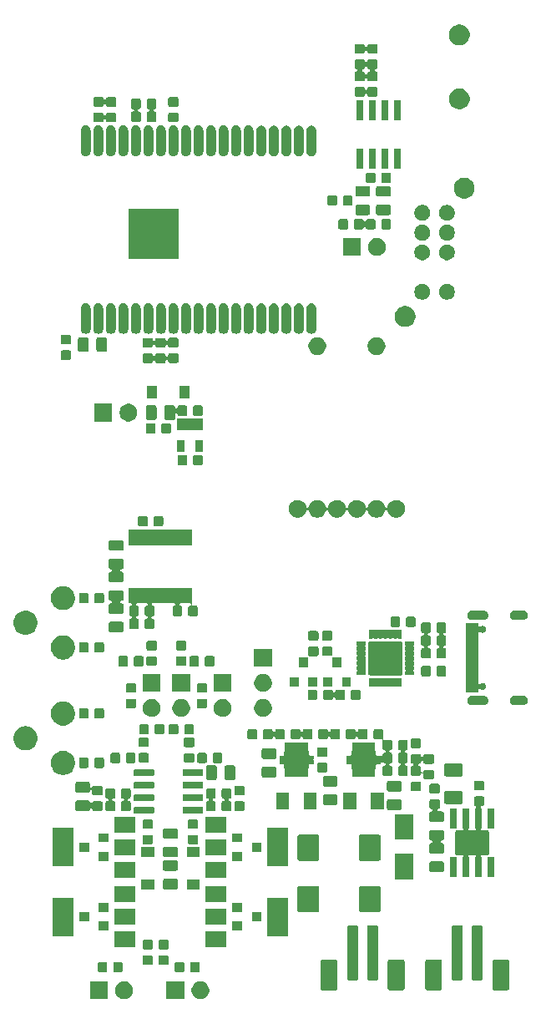
<source format=gts>
G04 #@! TF.GenerationSoftware,KiCad,Pcbnew,5.1.5+dfsg1-2build2*
G04 #@! TF.CreationDate,2021-01-13T21:24:21+01:00*
G04 #@! TF.ProjectId,sony-scopeman,736f6e79-2d73-4636-9f70-656d616e2e6b,rev?*
G04 #@! TF.SameCoordinates,Original*
G04 #@! TF.FileFunction,Soldermask,Top*
G04 #@! TF.FilePolarity,Negative*
%FSLAX46Y46*%
G04 Gerber Fmt 4.6, Leading zero omitted, Abs format (unit mm)*
G04 Created by KiCad (PCBNEW 5.1.5+dfsg1-2build2) date 2021-01-13 21:24:21*
%MOMM*%
%LPD*%
G04 APERTURE LIST*
%ADD10C,0.100000*%
G04 APERTURE END LIST*
D10*
G36*
X112513512Y-141453927D02*
G01*
X112662812Y-141483624D01*
X112826784Y-141551544D01*
X112974354Y-141650147D01*
X113099853Y-141775646D01*
X113198456Y-141923216D01*
X113266376Y-142087188D01*
X113301000Y-142261259D01*
X113301000Y-142438741D01*
X113266376Y-142612812D01*
X113198456Y-142776784D01*
X113099853Y-142924354D01*
X112974354Y-143049853D01*
X112826784Y-143148456D01*
X112662812Y-143216376D01*
X112513512Y-143246073D01*
X112488742Y-143251000D01*
X112311258Y-143251000D01*
X112286488Y-143246073D01*
X112137188Y-143216376D01*
X111973216Y-143148456D01*
X111825646Y-143049853D01*
X111700147Y-142924354D01*
X111601544Y-142776784D01*
X111533624Y-142612812D01*
X111499000Y-142438741D01*
X111499000Y-142261259D01*
X111533624Y-142087188D01*
X111601544Y-141923216D01*
X111700147Y-141775646D01*
X111825646Y-141650147D01*
X111973216Y-141551544D01*
X112137188Y-141483624D01*
X112286488Y-141453927D01*
X112311258Y-141449000D01*
X112488742Y-141449000D01*
X112513512Y-141453927D01*
G37*
G36*
X118501000Y-143251000D02*
G01*
X116699000Y-143251000D01*
X116699000Y-141449000D01*
X118501000Y-141449000D01*
X118501000Y-143251000D01*
G37*
G36*
X120253512Y-141453927D02*
G01*
X120402812Y-141483624D01*
X120566784Y-141551544D01*
X120714354Y-141650147D01*
X120839853Y-141775646D01*
X120938456Y-141923216D01*
X121006376Y-142087188D01*
X121041000Y-142261259D01*
X121041000Y-142438741D01*
X121006376Y-142612812D01*
X120938456Y-142776784D01*
X120839853Y-142924354D01*
X120714354Y-143049853D01*
X120566784Y-143148456D01*
X120402812Y-143216376D01*
X120253512Y-143246073D01*
X120228742Y-143251000D01*
X120051258Y-143251000D01*
X120026488Y-143246073D01*
X119877188Y-143216376D01*
X119713216Y-143148456D01*
X119565646Y-143049853D01*
X119440147Y-142924354D01*
X119341544Y-142776784D01*
X119273624Y-142612812D01*
X119239000Y-142438741D01*
X119239000Y-142261259D01*
X119273624Y-142087188D01*
X119341544Y-141923216D01*
X119440147Y-141775646D01*
X119565646Y-141650147D01*
X119713216Y-141551544D01*
X119877188Y-141483624D01*
X120026488Y-141453927D01*
X120051258Y-141449000D01*
X120228742Y-141449000D01*
X120253512Y-141453927D01*
G37*
G36*
X110761000Y-143251000D02*
G01*
X108959000Y-143251000D01*
X108959000Y-141449000D01*
X110761000Y-141449000D01*
X110761000Y-143251000D01*
G37*
G36*
X144506392Y-139253042D02*
G01*
X144539951Y-139263223D01*
X144570884Y-139279757D01*
X144597995Y-139302005D01*
X144620243Y-139329116D01*
X144636777Y-139360049D01*
X144646958Y-139393608D01*
X144651000Y-139434652D01*
X144651000Y-142165348D01*
X144646958Y-142206392D01*
X144636777Y-142239951D01*
X144620243Y-142270884D01*
X144597995Y-142297995D01*
X144570884Y-142320243D01*
X144539951Y-142336777D01*
X144506392Y-142346958D01*
X144465348Y-142351000D01*
X143134652Y-142351000D01*
X143093608Y-142346958D01*
X143060049Y-142336777D01*
X143029116Y-142320243D01*
X143002005Y-142297995D01*
X142979757Y-142270884D01*
X142963223Y-142239951D01*
X142953042Y-142206392D01*
X142949000Y-142165348D01*
X142949000Y-139434652D01*
X142953042Y-139393608D01*
X142963223Y-139360049D01*
X142979757Y-139329116D01*
X143002005Y-139302005D01*
X143029116Y-139279757D01*
X143060049Y-139263223D01*
X143093608Y-139253042D01*
X143134652Y-139249000D01*
X144465348Y-139249000D01*
X144506392Y-139253042D01*
G37*
G36*
X140706392Y-139253042D02*
G01*
X140739951Y-139263223D01*
X140770884Y-139279757D01*
X140797995Y-139302005D01*
X140820243Y-139329116D01*
X140836777Y-139360049D01*
X140846958Y-139393608D01*
X140851000Y-139434652D01*
X140851000Y-142165348D01*
X140846958Y-142206392D01*
X140836777Y-142239951D01*
X140820243Y-142270884D01*
X140797995Y-142297995D01*
X140770884Y-142320243D01*
X140739951Y-142336777D01*
X140706392Y-142346958D01*
X140665348Y-142351000D01*
X139334652Y-142351000D01*
X139293608Y-142346958D01*
X139260049Y-142336777D01*
X139229116Y-142320243D01*
X139202005Y-142297995D01*
X139179757Y-142270884D01*
X139163223Y-142239951D01*
X139153042Y-142206392D01*
X139149000Y-142165348D01*
X139149000Y-139434652D01*
X139153042Y-139393608D01*
X139163223Y-139360049D01*
X139179757Y-139329116D01*
X139202005Y-139302005D01*
X139229116Y-139279757D01*
X139260049Y-139263223D01*
X139293608Y-139253042D01*
X139334652Y-139249000D01*
X140665348Y-139249000D01*
X140706392Y-139253042D01*
G37*
G36*
X133906392Y-139253042D02*
G01*
X133939951Y-139263223D01*
X133970884Y-139279757D01*
X133997995Y-139302005D01*
X134020243Y-139329116D01*
X134036777Y-139360049D01*
X134046958Y-139393608D01*
X134051000Y-139434652D01*
X134051000Y-142165348D01*
X134046958Y-142206392D01*
X134036777Y-142239951D01*
X134020243Y-142270884D01*
X133997995Y-142297995D01*
X133970884Y-142320243D01*
X133939951Y-142336777D01*
X133906392Y-142346958D01*
X133865348Y-142351000D01*
X132534652Y-142351000D01*
X132493608Y-142346958D01*
X132460049Y-142336777D01*
X132429116Y-142320243D01*
X132402005Y-142297995D01*
X132379757Y-142270884D01*
X132363223Y-142239951D01*
X132353042Y-142206392D01*
X132349000Y-142165348D01*
X132349000Y-139434652D01*
X132353042Y-139393608D01*
X132363223Y-139360049D01*
X132379757Y-139329116D01*
X132402005Y-139302005D01*
X132429116Y-139279757D01*
X132460049Y-139263223D01*
X132493608Y-139253042D01*
X132534652Y-139249000D01*
X133865348Y-139249000D01*
X133906392Y-139253042D01*
G37*
G36*
X151306392Y-139253042D02*
G01*
X151339951Y-139263223D01*
X151370884Y-139279757D01*
X151397995Y-139302005D01*
X151420243Y-139329116D01*
X151436777Y-139360049D01*
X151446958Y-139393608D01*
X151451000Y-139434652D01*
X151451000Y-142165348D01*
X151446958Y-142206392D01*
X151436777Y-142239951D01*
X151420243Y-142270884D01*
X151397995Y-142297995D01*
X151370884Y-142320243D01*
X151339951Y-142336777D01*
X151306392Y-142346958D01*
X151265348Y-142351000D01*
X149934652Y-142351000D01*
X149893608Y-142346958D01*
X149860049Y-142336777D01*
X149829116Y-142320243D01*
X149802005Y-142297995D01*
X149779757Y-142270884D01*
X149763223Y-142239951D01*
X149753042Y-142206392D01*
X149749000Y-142165348D01*
X149749000Y-139434652D01*
X149753042Y-139393608D01*
X149763223Y-139360049D01*
X149779757Y-139329116D01*
X149802005Y-139302005D01*
X149829116Y-139279757D01*
X149860049Y-139263223D01*
X149893608Y-139253042D01*
X149934652Y-139249000D01*
X151265348Y-139249000D01*
X151306392Y-139253042D01*
G37*
G36*
X148579434Y-135753686D02*
G01*
X148619284Y-135765774D01*
X148655999Y-135785399D01*
X148688186Y-135811814D01*
X148714601Y-135844001D01*
X148734226Y-135880716D01*
X148746314Y-135920566D01*
X148751000Y-135968141D01*
X148751000Y-141131859D01*
X148746314Y-141179434D01*
X148734226Y-141219284D01*
X148714601Y-141255999D01*
X148688186Y-141288186D01*
X148655999Y-141314601D01*
X148619284Y-141334226D01*
X148579434Y-141346314D01*
X148531859Y-141351000D01*
X147868141Y-141351000D01*
X147820566Y-141346314D01*
X147780716Y-141334226D01*
X147744001Y-141314601D01*
X147711814Y-141288186D01*
X147685399Y-141255999D01*
X147665774Y-141219284D01*
X147653686Y-141179434D01*
X147649000Y-141131859D01*
X147649000Y-135968141D01*
X147653686Y-135920566D01*
X147665774Y-135880716D01*
X147685399Y-135844001D01*
X147711814Y-135811814D01*
X147744001Y-135785399D01*
X147780716Y-135765774D01*
X147820566Y-135753686D01*
X147868141Y-135749000D01*
X148531859Y-135749000D01*
X148579434Y-135753686D01*
G37*
G36*
X146579434Y-135753686D02*
G01*
X146619284Y-135765774D01*
X146655999Y-135785399D01*
X146688186Y-135811814D01*
X146714601Y-135844001D01*
X146734226Y-135880716D01*
X146746314Y-135920566D01*
X146751000Y-135968141D01*
X146751000Y-141131859D01*
X146746314Y-141179434D01*
X146734226Y-141219284D01*
X146714601Y-141255999D01*
X146688186Y-141288186D01*
X146655999Y-141314601D01*
X146619284Y-141334226D01*
X146579434Y-141346314D01*
X146531859Y-141351000D01*
X145868141Y-141351000D01*
X145820566Y-141346314D01*
X145780716Y-141334226D01*
X145744001Y-141314601D01*
X145711814Y-141288186D01*
X145685399Y-141255999D01*
X145665774Y-141219284D01*
X145653686Y-141179434D01*
X145649000Y-141131859D01*
X145649000Y-135968141D01*
X145653686Y-135920566D01*
X145665774Y-135880716D01*
X145685399Y-135844001D01*
X145711814Y-135811814D01*
X145744001Y-135785399D01*
X145780716Y-135765774D01*
X145820566Y-135753686D01*
X145868141Y-135749000D01*
X146531859Y-135749000D01*
X146579434Y-135753686D01*
G37*
G36*
X137979434Y-135753686D02*
G01*
X138019284Y-135765774D01*
X138055999Y-135785399D01*
X138088186Y-135811814D01*
X138114601Y-135844001D01*
X138134226Y-135880716D01*
X138146314Y-135920566D01*
X138151000Y-135968141D01*
X138151000Y-141131859D01*
X138146314Y-141179434D01*
X138134226Y-141219284D01*
X138114601Y-141255999D01*
X138088186Y-141288186D01*
X138055999Y-141314601D01*
X138019284Y-141334226D01*
X137979434Y-141346314D01*
X137931859Y-141351000D01*
X137268141Y-141351000D01*
X137220566Y-141346314D01*
X137180716Y-141334226D01*
X137144001Y-141314601D01*
X137111814Y-141288186D01*
X137085399Y-141255999D01*
X137065774Y-141219284D01*
X137053686Y-141179434D01*
X137049000Y-141131859D01*
X137049000Y-135968141D01*
X137053686Y-135920566D01*
X137065774Y-135880716D01*
X137085399Y-135844001D01*
X137111814Y-135811814D01*
X137144001Y-135785399D01*
X137180716Y-135765774D01*
X137220566Y-135753686D01*
X137268141Y-135749000D01*
X137931859Y-135749000D01*
X137979434Y-135753686D01*
G37*
G36*
X135979434Y-135753686D02*
G01*
X136019284Y-135765774D01*
X136055999Y-135785399D01*
X136088186Y-135811814D01*
X136114601Y-135844001D01*
X136134226Y-135880716D01*
X136146314Y-135920566D01*
X136151000Y-135968141D01*
X136151000Y-141131859D01*
X136146314Y-141179434D01*
X136134226Y-141219284D01*
X136114601Y-141255999D01*
X136088186Y-141288186D01*
X136055999Y-141314601D01*
X136019284Y-141334226D01*
X135979434Y-141346314D01*
X135931859Y-141351000D01*
X135268141Y-141351000D01*
X135220566Y-141346314D01*
X135180716Y-141334226D01*
X135144001Y-141314601D01*
X135111814Y-141288186D01*
X135085399Y-141255999D01*
X135065774Y-141219284D01*
X135053686Y-141179434D01*
X135049000Y-141131859D01*
X135049000Y-135968141D01*
X135053686Y-135920566D01*
X135065774Y-135880716D01*
X135085399Y-135844001D01*
X135111814Y-135811814D01*
X135144001Y-135785399D01*
X135180716Y-135765774D01*
X135220566Y-135753686D01*
X135268141Y-135749000D01*
X135931859Y-135749000D01*
X135979434Y-135753686D01*
G37*
G36*
X118354591Y-139478085D02*
G01*
X118388569Y-139488393D01*
X118419890Y-139505134D01*
X118447339Y-139527661D01*
X118469866Y-139555110D01*
X118486607Y-139586431D01*
X118496915Y-139620409D01*
X118501000Y-139661890D01*
X118501000Y-140338110D01*
X118496915Y-140379591D01*
X118486607Y-140413569D01*
X118469866Y-140444890D01*
X118447339Y-140472339D01*
X118419890Y-140494866D01*
X118388569Y-140511607D01*
X118354591Y-140521915D01*
X118313110Y-140526000D01*
X117711890Y-140526000D01*
X117670409Y-140521915D01*
X117636431Y-140511607D01*
X117605110Y-140494866D01*
X117577661Y-140472339D01*
X117555134Y-140444890D01*
X117538393Y-140413569D01*
X117528085Y-140379591D01*
X117524000Y-140338110D01*
X117524000Y-139661890D01*
X117528085Y-139620409D01*
X117538393Y-139586431D01*
X117555134Y-139555110D01*
X117577661Y-139527661D01*
X117605110Y-139505134D01*
X117636431Y-139488393D01*
X117670409Y-139478085D01*
X117711890Y-139474000D01*
X118313110Y-139474000D01*
X118354591Y-139478085D01*
G37*
G36*
X110554591Y-139478085D02*
G01*
X110588569Y-139488393D01*
X110619890Y-139505134D01*
X110647339Y-139527661D01*
X110669866Y-139555110D01*
X110686607Y-139586431D01*
X110696915Y-139620409D01*
X110701000Y-139661890D01*
X110701000Y-140338110D01*
X110696915Y-140379591D01*
X110686607Y-140413569D01*
X110669866Y-140444890D01*
X110647339Y-140472339D01*
X110619890Y-140494866D01*
X110588569Y-140511607D01*
X110554591Y-140521915D01*
X110513110Y-140526000D01*
X109911890Y-140526000D01*
X109870409Y-140521915D01*
X109836431Y-140511607D01*
X109805110Y-140494866D01*
X109777661Y-140472339D01*
X109755134Y-140444890D01*
X109738393Y-140413569D01*
X109728085Y-140379591D01*
X109724000Y-140338110D01*
X109724000Y-139661890D01*
X109728085Y-139620409D01*
X109738393Y-139586431D01*
X109755134Y-139555110D01*
X109777661Y-139527661D01*
X109805110Y-139505134D01*
X109836431Y-139488393D01*
X109870409Y-139478085D01*
X109911890Y-139474000D01*
X110513110Y-139474000D01*
X110554591Y-139478085D01*
G37*
G36*
X112129591Y-139478085D02*
G01*
X112163569Y-139488393D01*
X112194890Y-139505134D01*
X112222339Y-139527661D01*
X112244866Y-139555110D01*
X112261607Y-139586431D01*
X112271915Y-139620409D01*
X112276000Y-139661890D01*
X112276000Y-140338110D01*
X112271915Y-140379591D01*
X112261607Y-140413569D01*
X112244866Y-140444890D01*
X112222339Y-140472339D01*
X112194890Y-140494866D01*
X112163569Y-140511607D01*
X112129591Y-140521915D01*
X112088110Y-140526000D01*
X111486890Y-140526000D01*
X111445409Y-140521915D01*
X111411431Y-140511607D01*
X111380110Y-140494866D01*
X111352661Y-140472339D01*
X111330134Y-140444890D01*
X111313393Y-140413569D01*
X111303085Y-140379591D01*
X111299000Y-140338110D01*
X111299000Y-139661890D01*
X111303085Y-139620409D01*
X111313393Y-139586431D01*
X111330134Y-139555110D01*
X111352661Y-139527661D01*
X111380110Y-139505134D01*
X111411431Y-139488393D01*
X111445409Y-139478085D01*
X111486890Y-139474000D01*
X112088110Y-139474000D01*
X112129591Y-139478085D01*
G37*
G36*
X119929591Y-139478085D02*
G01*
X119963569Y-139488393D01*
X119994890Y-139505134D01*
X120022339Y-139527661D01*
X120044866Y-139555110D01*
X120061607Y-139586431D01*
X120071915Y-139620409D01*
X120076000Y-139661890D01*
X120076000Y-140338110D01*
X120071915Y-140379591D01*
X120061607Y-140413569D01*
X120044866Y-140444890D01*
X120022339Y-140472339D01*
X119994890Y-140494866D01*
X119963569Y-140511607D01*
X119929591Y-140521915D01*
X119888110Y-140526000D01*
X119286890Y-140526000D01*
X119245409Y-140521915D01*
X119211431Y-140511607D01*
X119180110Y-140494866D01*
X119152661Y-140472339D01*
X119130134Y-140444890D01*
X119113393Y-140413569D01*
X119103085Y-140379591D01*
X119099000Y-140338110D01*
X119099000Y-139661890D01*
X119103085Y-139620409D01*
X119113393Y-139586431D01*
X119130134Y-139555110D01*
X119152661Y-139527661D01*
X119180110Y-139505134D01*
X119211431Y-139488393D01*
X119245409Y-139478085D01*
X119286890Y-139474000D01*
X119888110Y-139474000D01*
X119929591Y-139478085D01*
G37*
G36*
X115179591Y-138803085D02*
G01*
X115213569Y-138813393D01*
X115244890Y-138830134D01*
X115272339Y-138852661D01*
X115294866Y-138880110D01*
X115311607Y-138911431D01*
X115321915Y-138945409D01*
X115326000Y-138986890D01*
X115326000Y-139588110D01*
X115321915Y-139629591D01*
X115311607Y-139663569D01*
X115294866Y-139694890D01*
X115272339Y-139722339D01*
X115244890Y-139744866D01*
X115213569Y-139761607D01*
X115179591Y-139771915D01*
X115138110Y-139776000D01*
X114461890Y-139776000D01*
X114420409Y-139771915D01*
X114386431Y-139761607D01*
X114355110Y-139744866D01*
X114327661Y-139722339D01*
X114305134Y-139694890D01*
X114288393Y-139663569D01*
X114278085Y-139629591D01*
X114274000Y-139588110D01*
X114274000Y-138986890D01*
X114278085Y-138945409D01*
X114288393Y-138911431D01*
X114305134Y-138880110D01*
X114327661Y-138852661D01*
X114355110Y-138830134D01*
X114386431Y-138813393D01*
X114420409Y-138803085D01*
X114461890Y-138799000D01*
X115138110Y-138799000D01*
X115179591Y-138803085D01*
G37*
G36*
X116779591Y-138803085D02*
G01*
X116813569Y-138813393D01*
X116844890Y-138830134D01*
X116872339Y-138852661D01*
X116894866Y-138880110D01*
X116911607Y-138911431D01*
X116921915Y-138945409D01*
X116926000Y-138986890D01*
X116926000Y-139588110D01*
X116921915Y-139629591D01*
X116911607Y-139663569D01*
X116894866Y-139694890D01*
X116872339Y-139722339D01*
X116844890Y-139744866D01*
X116813569Y-139761607D01*
X116779591Y-139771915D01*
X116738110Y-139776000D01*
X116061890Y-139776000D01*
X116020409Y-139771915D01*
X115986431Y-139761607D01*
X115955110Y-139744866D01*
X115927661Y-139722339D01*
X115905134Y-139694890D01*
X115888393Y-139663569D01*
X115878085Y-139629591D01*
X115874000Y-139588110D01*
X115874000Y-138986890D01*
X115878085Y-138945409D01*
X115888393Y-138911431D01*
X115905134Y-138880110D01*
X115927661Y-138852661D01*
X115955110Y-138830134D01*
X115986431Y-138813393D01*
X116020409Y-138803085D01*
X116061890Y-138799000D01*
X116738110Y-138799000D01*
X116779591Y-138803085D01*
G37*
G36*
X115179591Y-137228085D02*
G01*
X115213569Y-137238393D01*
X115244890Y-137255134D01*
X115272339Y-137277661D01*
X115294866Y-137305110D01*
X115311607Y-137336431D01*
X115321915Y-137370409D01*
X115326000Y-137411890D01*
X115326000Y-138013110D01*
X115321915Y-138054591D01*
X115311607Y-138088569D01*
X115294866Y-138119890D01*
X115272339Y-138147339D01*
X115244890Y-138169866D01*
X115213569Y-138186607D01*
X115179591Y-138196915D01*
X115138110Y-138201000D01*
X114461890Y-138201000D01*
X114420409Y-138196915D01*
X114386431Y-138186607D01*
X114355110Y-138169866D01*
X114327661Y-138147339D01*
X114305134Y-138119890D01*
X114288393Y-138088569D01*
X114278085Y-138054591D01*
X114274000Y-138013110D01*
X114274000Y-137411890D01*
X114278085Y-137370409D01*
X114288393Y-137336431D01*
X114305134Y-137305110D01*
X114327661Y-137277661D01*
X114355110Y-137255134D01*
X114386431Y-137238393D01*
X114420409Y-137228085D01*
X114461890Y-137224000D01*
X115138110Y-137224000D01*
X115179591Y-137228085D01*
G37*
G36*
X116779591Y-137228085D02*
G01*
X116813569Y-137238393D01*
X116844890Y-137255134D01*
X116872339Y-137277661D01*
X116894866Y-137305110D01*
X116911607Y-137336431D01*
X116921915Y-137370409D01*
X116926000Y-137411890D01*
X116926000Y-138013110D01*
X116921915Y-138054591D01*
X116911607Y-138088569D01*
X116894866Y-138119890D01*
X116872339Y-138147339D01*
X116844890Y-138169866D01*
X116813569Y-138186607D01*
X116779591Y-138196915D01*
X116738110Y-138201000D01*
X116061890Y-138201000D01*
X116020409Y-138196915D01*
X115986431Y-138186607D01*
X115955110Y-138169866D01*
X115927661Y-138147339D01*
X115905134Y-138119890D01*
X115888393Y-138088569D01*
X115878085Y-138054591D01*
X115874000Y-138013110D01*
X115874000Y-137411890D01*
X115878085Y-137370409D01*
X115888393Y-137336431D01*
X115905134Y-137305110D01*
X115927661Y-137277661D01*
X115955110Y-137255134D01*
X115986431Y-137238393D01*
X116020409Y-137228085D01*
X116061890Y-137224000D01*
X116738110Y-137224000D01*
X116779591Y-137228085D01*
G37*
G36*
X113551001Y-138001000D02*
G01*
X111449001Y-138001000D01*
X111449001Y-136399000D01*
X113551001Y-136399000D01*
X113551001Y-138001000D01*
G37*
G36*
X122751000Y-138001000D02*
G01*
X120649000Y-138001000D01*
X120649000Y-136399000D01*
X122751000Y-136399000D01*
X122751000Y-138001000D01*
G37*
G36*
X129051000Y-136851000D02*
G01*
X126949000Y-136851000D01*
X126949000Y-132949000D01*
X129051000Y-132949000D01*
X129051000Y-136851000D01*
G37*
G36*
X107251001Y-136851000D02*
G01*
X105149001Y-136851000D01*
X105149001Y-132949000D01*
X107251001Y-132949000D01*
X107251001Y-136851000D01*
G37*
G36*
X124351000Y-136301000D02*
G01*
X123349000Y-136301000D01*
X123349000Y-135399000D01*
X124351000Y-135399000D01*
X124351000Y-136301000D01*
G37*
G36*
X110851001Y-136301000D02*
G01*
X109849001Y-136301000D01*
X109849001Y-135399000D01*
X110851001Y-135399000D01*
X110851001Y-136301000D01*
G37*
G36*
X113551001Y-135701000D02*
G01*
X111449001Y-135701000D01*
X111449001Y-134099000D01*
X113551001Y-134099000D01*
X113551001Y-135701000D01*
G37*
G36*
X122751000Y-135701000D02*
G01*
X120649000Y-135701000D01*
X120649000Y-134099000D01*
X122751000Y-134099000D01*
X122751000Y-135701000D01*
G37*
G36*
X126351000Y-135351000D02*
G01*
X125349000Y-135351000D01*
X125349000Y-134449000D01*
X126351000Y-134449000D01*
X126351000Y-135351000D01*
G37*
G36*
X108851001Y-135351000D02*
G01*
X107849001Y-135351000D01*
X107849001Y-134449000D01*
X108851001Y-134449000D01*
X108851001Y-135351000D01*
G37*
G36*
X138266132Y-131777810D02*
G01*
X138297423Y-131787302D01*
X138326263Y-131802717D01*
X138351539Y-131823461D01*
X138372283Y-131848737D01*
X138387698Y-131877577D01*
X138397190Y-131908868D01*
X138401000Y-131947551D01*
X138401000Y-134252449D01*
X138397190Y-134291132D01*
X138387698Y-134322423D01*
X138372283Y-134351263D01*
X138351539Y-134376539D01*
X138326263Y-134397283D01*
X138297423Y-134412698D01*
X138266132Y-134422190D01*
X138227449Y-134426000D01*
X136397551Y-134426000D01*
X136358868Y-134422190D01*
X136327577Y-134412698D01*
X136298737Y-134397283D01*
X136273461Y-134376539D01*
X136252717Y-134351263D01*
X136237302Y-134322423D01*
X136227810Y-134291132D01*
X136224000Y-134252449D01*
X136224000Y-131947551D01*
X136227810Y-131908868D01*
X136237302Y-131877577D01*
X136252717Y-131848737D01*
X136273461Y-131823461D01*
X136298737Y-131802717D01*
X136327577Y-131787302D01*
X136358868Y-131777810D01*
X136397551Y-131774000D01*
X138227449Y-131774000D01*
X138266132Y-131777810D01*
G37*
G36*
X132041132Y-131777810D02*
G01*
X132072423Y-131787302D01*
X132101263Y-131802717D01*
X132126539Y-131823461D01*
X132147283Y-131848737D01*
X132162698Y-131877577D01*
X132172190Y-131908868D01*
X132176000Y-131947551D01*
X132176000Y-134252449D01*
X132172190Y-134291132D01*
X132162698Y-134322423D01*
X132147283Y-134351263D01*
X132126539Y-134376539D01*
X132101263Y-134397283D01*
X132072423Y-134412698D01*
X132041132Y-134422190D01*
X132002449Y-134426000D01*
X130172551Y-134426000D01*
X130133868Y-134422190D01*
X130102577Y-134412698D01*
X130073737Y-134397283D01*
X130048461Y-134376539D01*
X130027717Y-134351263D01*
X130012302Y-134322423D01*
X130002810Y-134291132D01*
X129999000Y-134252449D01*
X129999000Y-131947551D01*
X130002810Y-131908868D01*
X130012302Y-131877577D01*
X130027717Y-131848737D01*
X130048461Y-131823461D01*
X130073737Y-131802717D01*
X130102577Y-131787302D01*
X130133868Y-131777810D01*
X130172551Y-131774000D01*
X132002449Y-131774000D01*
X132041132Y-131777810D01*
G37*
G36*
X110851001Y-134401000D02*
G01*
X109849001Y-134401000D01*
X109849001Y-133499000D01*
X110851001Y-133499000D01*
X110851001Y-134401000D01*
G37*
G36*
X124351000Y-134401000D02*
G01*
X123349000Y-134401000D01*
X123349000Y-133499000D01*
X124351000Y-133499000D01*
X124351000Y-134401000D01*
G37*
G36*
X113551001Y-133401000D02*
G01*
X111449001Y-133401000D01*
X111449001Y-131799000D01*
X113551001Y-131799000D01*
X113551001Y-133401000D01*
G37*
G36*
X122751000Y-133401000D02*
G01*
X120649000Y-133401000D01*
X120649000Y-131799000D01*
X122751000Y-131799000D01*
X122751000Y-133401000D01*
G37*
G36*
X120051000Y-132151000D02*
G01*
X118749000Y-132151000D01*
X118749000Y-131149000D01*
X120051000Y-131149000D01*
X120051000Y-132151000D01*
G37*
G36*
X115451000Y-132151000D02*
G01*
X114149000Y-132151000D01*
X114149000Y-131149000D01*
X115451000Y-131149000D01*
X115451000Y-132151000D01*
G37*
G36*
X117684468Y-131053565D02*
G01*
X117723138Y-131065296D01*
X117758777Y-131084346D01*
X117790017Y-131109983D01*
X117815654Y-131141223D01*
X117834704Y-131176862D01*
X117846435Y-131215532D01*
X117851000Y-131261888D01*
X117851000Y-131913112D01*
X117846435Y-131959468D01*
X117834704Y-131998138D01*
X117815654Y-132033777D01*
X117790017Y-132065017D01*
X117758777Y-132090654D01*
X117723138Y-132109704D01*
X117684468Y-132121435D01*
X117638112Y-132126000D01*
X116561888Y-132126000D01*
X116515532Y-132121435D01*
X116476862Y-132109704D01*
X116441223Y-132090654D01*
X116409983Y-132065017D01*
X116384346Y-132033777D01*
X116365296Y-131998138D01*
X116353565Y-131959468D01*
X116349000Y-131913112D01*
X116349000Y-131261888D01*
X116353565Y-131215532D01*
X116365296Y-131176862D01*
X116384346Y-131141223D01*
X116409983Y-131109983D01*
X116441223Y-131084346D01*
X116476862Y-131065296D01*
X116515532Y-131053565D01*
X116561888Y-131049000D01*
X117638112Y-131049000D01*
X117684468Y-131053565D01*
G37*
G36*
X141751000Y-131101000D02*
G01*
X139849000Y-131101000D01*
X139849000Y-128499000D01*
X141751000Y-128499000D01*
X141751000Y-131101000D01*
G37*
G36*
X122751000Y-130951000D02*
G01*
X120649000Y-130951000D01*
X120649000Y-129349000D01*
X122751000Y-129349000D01*
X122751000Y-130951000D01*
G37*
G36*
X113551000Y-130951000D02*
G01*
X111449000Y-130951000D01*
X111449000Y-129349000D01*
X113551000Y-129349000D01*
X113551000Y-130951000D01*
G37*
G36*
X148779591Y-122703085D02*
G01*
X148813569Y-122713393D01*
X148844890Y-122730134D01*
X148872339Y-122752661D01*
X148894866Y-122780110D01*
X148911607Y-122811431D01*
X148921915Y-122845409D01*
X148926000Y-122886890D01*
X148926000Y-123488110D01*
X148921915Y-123529591D01*
X148911607Y-123563569D01*
X148894866Y-123594890D01*
X148872339Y-123622339D01*
X148844890Y-123644866D01*
X148813569Y-123661607D01*
X148779591Y-123671915D01*
X148738110Y-123676000D01*
X148680694Y-123676000D01*
X148656308Y-123678402D01*
X148632859Y-123685515D01*
X148611248Y-123697066D01*
X148592306Y-123712611D01*
X148576761Y-123731553D01*
X148565210Y-123753164D01*
X148558097Y-123776613D01*
X148555695Y-123800999D01*
X148558097Y-123825385D01*
X148565210Y-123848834D01*
X148576761Y-123870445D01*
X148592306Y-123889387D01*
X148611248Y-123904932D01*
X148621770Y-123911238D01*
X148635443Y-123918546D01*
X148652476Y-123932524D01*
X148666452Y-123949555D01*
X148676840Y-123968991D01*
X148683236Y-123990072D01*
X148686000Y-124018140D01*
X148686000Y-125831860D01*
X148683236Y-125859928D01*
X148676840Y-125881009D01*
X148666452Y-125900445D01*
X148652475Y-125917477D01*
X148646505Y-125922376D01*
X148629178Y-125939703D01*
X148615564Y-125960078D01*
X148606187Y-125982716D01*
X148601407Y-126006750D01*
X148601407Y-126031254D01*
X148606188Y-126055287D01*
X148615565Y-126077926D01*
X148629179Y-126098300D01*
X148646506Y-126115627D01*
X148666881Y-126129241D01*
X148689519Y-126138618D01*
X148725804Y-126144000D01*
X149214196Y-126144000D01*
X149238582Y-126141598D01*
X149262031Y-126134485D01*
X149283642Y-126122934D01*
X149291553Y-126116442D01*
X149293795Y-126123834D01*
X149305346Y-126145445D01*
X149329980Y-126172624D01*
X149353266Y-126191734D01*
X149373277Y-126216117D01*
X149388147Y-126243938D01*
X149397304Y-126274123D01*
X149401000Y-126311652D01*
X149401000Y-128488348D01*
X149397304Y-128525877D01*
X149388147Y-128556062D01*
X149373277Y-128583883D01*
X149353266Y-128608266D01*
X149329980Y-128627376D01*
X149312653Y-128644703D01*
X149299040Y-128665077D01*
X149291577Y-128683092D01*
X149273119Y-128670759D01*
X149250481Y-128661382D01*
X149214196Y-128656000D01*
X148725804Y-128656000D01*
X148701418Y-128658402D01*
X148677969Y-128665515D01*
X148656358Y-128677066D01*
X148637416Y-128692611D01*
X148621871Y-128711553D01*
X148610320Y-128733164D01*
X148603207Y-128756613D01*
X148600805Y-128780999D01*
X148603207Y-128805385D01*
X148610320Y-128828834D01*
X148621871Y-128850445D01*
X148646505Y-128877624D01*
X148652475Y-128882523D01*
X148666452Y-128899555D01*
X148676840Y-128918991D01*
X148683236Y-128940072D01*
X148686000Y-128968140D01*
X148686000Y-130781860D01*
X148683236Y-130809928D01*
X148676840Y-130831009D01*
X148666452Y-130850445D01*
X148652476Y-130867476D01*
X148635445Y-130881452D01*
X148616009Y-130891840D01*
X148594928Y-130898236D01*
X148566860Y-130901000D01*
X148103140Y-130901000D01*
X148075072Y-130898236D01*
X148053991Y-130891840D01*
X148034555Y-130881452D01*
X148017524Y-130867476D01*
X148003548Y-130850445D01*
X147993160Y-130831009D01*
X147986764Y-130809928D01*
X147984000Y-130781860D01*
X147984000Y-128968140D01*
X147986764Y-128940072D01*
X147993160Y-128918991D01*
X148003548Y-128899555D01*
X148017525Y-128882523D01*
X148023495Y-128877624D01*
X148040822Y-128860297D01*
X148054436Y-128839922D01*
X148063813Y-128817284D01*
X148068593Y-128793250D01*
X148068593Y-128768746D01*
X148063812Y-128744713D01*
X148054435Y-128722074D01*
X148040821Y-128701700D01*
X148023494Y-128684373D01*
X148003119Y-128670759D01*
X147980481Y-128661382D01*
X147944196Y-128656000D01*
X147455804Y-128656000D01*
X147431418Y-128658402D01*
X147407969Y-128665515D01*
X147386358Y-128677066D01*
X147367416Y-128692611D01*
X147351871Y-128711553D01*
X147340320Y-128733164D01*
X147333207Y-128756613D01*
X147330805Y-128780999D01*
X147333207Y-128805385D01*
X147340320Y-128828834D01*
X147351871Y-128850445D01*
X147376505Y-128877624D01*
X147382475Y-128882523D01*
X147396452Y-128899555D01*
X147406840Y-128918991D01*
X147413236Y-128940072D01*
X147416000Y-128968140D01*
X147416000Y-130781860D01*
X147413236Y-130809928D01*
X147406840Y-130831009D01*
X147396452Y-130850445D01*
X147382476Y-130867476D01*
X147365445Y-130881452D01*
X147346009Y-130891840D01*
X147324928Y-130898236D01*
X147296860Y-130901000D01*
X146833140Y-130901000D01*
X146805072Y-130898236D01*
X146783991Y-130891840D01*
X146764555Y-130881452D01*
X146747524Y-130867476D01*
X146733548Y-130850445D01*
X146723160Y-130831009D01*
X146716764Y-130809928D01*
X146714000Y-130781860D01*
X146714000Y-128968140D01*
X146716764Y-128940072D01*
X146723160Y-128918991D01*
X146733548Y-128899555D01*
X146747525Y-128882523D01*
X146753495Y-128877624D01*
X146770822Y-128860297D01*
X146784436Y-128839922D01*
X146793813Y-128817284D01*
X146798593Y-128793250D01*
X146798593Y-128768746D01*
X146793812Y-128744713D01*
X146784435Y-128722074D01*
X146770821Y-128701700D01*
X146753494Y-128684373D01*
X146733119Y-128670759D01*
X146710481Y-128661382D01*
X146674196Y-128656000D01*
X146185804Y-128656000D01*
X146161418Y-128658402D01*
X146137969Y-128665515D01*
X146116358Y-128677066D01*
X146108447Y-128683558D01*
X146106205Y-128676166D01*
X146094654Y-128654555D01*
X146070020Y-128627376D01*
X146046734Y-128608266D01*
X146026723Y-128583883D01*
X146011853Y-128556062D01*
X146002696Y-128525877D01*
X145999000Y-128488348D01*
X145999000Y-126311652D01*
X146002696Y-126274123D01*
X146011853Y-126243938D01*
X146026723Y-126216117D01*
X146046734Y-126191734D01*
X146070020Y-126172624D01*
X146087347Y-126155297D01*
X146100960Y-126134923D01*
X146108423Y-126116908D01*
X146126881Y-126129241D01*
X146149519Y-126138618D01*
X146185804Y-126144000D01*
X146674196Y-126144000D01*
X146698582Y-126141598D01*
X146722031Y-126134485D01*
X146743642Y-126122934D01*
X146762584Y-126107389D01*
X146778129Y-126088447D01*
X146789680Y-126066836D01*
X146796793Y-126043387D01*
X146799195Y-126019001D01*
X146796793Y-125994615D01*
X146789680Y-125971166D01*
X146778129Y-125949555D01*
X146753495Y-125922376D01*
X146747525Y-125917477D01*
X146733548Y-125900445D01*
X146723160Y-125881009D01*
X146716764Y-125859928D01*
X146714000Y-125831860D01*
X146714000Y-124018140D01*
X146716764Y-123990072D01*
X146723160Y-123968991D01*
X146733548Y-123949555D01*
X146747524Y-123932524D01*
X146764555Y-123918548D01*
X146783991Y-123908160D01*
X146805072Y-123901764D01*
X146833140Y-123899000D01*
X147296860Y-123899000D01*
X147324928Y-123901764D01*
X147346009Y-123908160D01*
X147365445Y-123918548D01*
X147382476Y-123932524D01*
X147396452Y-123949555D01*
X147406840Y-123968991D01*
X147413236Y-123990072D01*
X147416000Y-124018140D01*
X147416000Y-125831860D01*
X147413236Y-125859928D01*
X147406840Y-125881009D01*
X147396452Y-125900445D01*
X147382475Y-125917477D01*
X147376505Y-125922376D01*
X147359178Y-125939703D01*
X147345564Y-125960078D01*
X147336187Y-125982716D01*
X147331407Y-126006750D01*
X147331407Y-126031254D01*
X147336188Y-126055287D01*
X147345565Y-126077926D01*
X147359179Y-126098300D01*
X147376506Y-126115627D01*
X147396881Y-126129241D01*
X147419519Y-126138618D01*
X147455804Y-126144000D01*
X147944196Y-126144000D01*
X147968582Y-126141598D01*
X147992031Y-126134485D01*
X148013642Y-126122934D01*
X148032584Y-126107389D01*
X148048129Y-126088447D01*
X148059680Y-126066836D01*
X148066793Y-126043387D01*
X148069195Y-126019001D01*
X148066793Y-125994615D01*
X148059680Y-125971166D01*
X148048129Y-125949555D01*
X148023495Y-125922376D01*
X148017525Y-125917477D01*
X148003548Y-125900445D01*
X147993160Y-125881009D01*
X147986764Y-125859928D01*
X147984000Y-125831860D01*
X147984000Y-124018140D01*
X147986764Y-123990072D01*
X147993160Y-123968991D01*
X148003548Y-123949555D01*
X148017524Y-123932524D01*
X148034555Y-123918548D01*
X148058568Y-123905713D01*
X148078943Y-123892099D01*
X148096270Y-123874772D01*
X148109884Y-123854398D01*
X148119261Y-123831759D01*
X148124042Y-123807726D01*
X148124042Y-123783222D01*
X148119262Y-123759189D01*
X148109885Y-123736550D01*
X148096271Y-123716175D01*
X148078944Y-123698848D01*
X148058570Y-123685234D01*
X148035931Y-123675857D01*
X148028596Y-123674398D01*
X147986431Y-123661607D01*
X147955110Y-123644866D01*
X147927661Y-123622339D01*
X147905134Y-123594890D01*
X147888393Y-123563569D01*
X147878085Y-123529591D01*
X147874000Y-123488110D01*
X147874000Y-122886890D01*
X147878085Y-122845409D01*
X147888393Y-122811431D01*
X147905134Y-122780110D01*
X147927661Y-122752661D01*
X147955110Y-122730134D01*
X147986431Y-122713393D01*
X148020409Y-122703085D01*
X148061890Y-122699000D01*
X148738110Y-122699000D01*
X148779591Y-122703085D01*
G37*
G36*
X149350355Y-128834240D02*
G01*
X149372994Y-128843618D01*
X149409279Y-128849000D01*
X149836860Y-128849000D01*
X149864928Y-128851764D01*
X149886009Y-128858160D01*
X149905445Y-128868548D01*
X149922476Y-128882524D01*
X149936452Y-128899555D01*
X149946840Y-128918991D01*
X149953236Y-128940072D01*
X149956000Y-128968140D01*
X149956000Y-130781860D01*
X149953236Y-130809928D01*
X149946840Y-130831009D01*
X149936452Y-130850445D01*
X149922476Y-130867476D01*
X149905445Y-130881452D01*
X149886009Y-130891840D01*
X149864928Y-130898236D01*
X149836860Y-130901000D01*
X149373140Y-130901000D01*
X149345072Y-130898236D01*
X149323991Y-130891840D01*
X149304555Y-130881452D01*
X149287524Y-130867476D01*
X149273548Y-130850445D01*
X149263160Y-130831009D01*
X149256764Y-130809928D01*
X149254000Y-130781860D01*
X149254000Y-128968140D01*
X149256764Y-128940072D01*
X149263160Y-128918991D01*
X149273548Y-128899555D01*
X149287525Y-128882523D01*
X149293495Y-128877624D01*
X149310822Y-128860297D01*
X149324436Y-128839922D01*
X149331898Y-128821908D01*
X149350355Y-128834240D01*
G37*
G36*
X146070320Y-128828834D02*
G01*
X146081871Y-128850445D01*
X146106505Y-128877624D01*
X146112475Y-128882523D01*
X146126452Y-128899555D01*
X146136840Y-128918991D01*
X146143236Y-128940072D01*
X146146000Y-128968140D01*
X146146000Y-130781860D01*
X146143236Y-130809928D01*
X146136840Y-130831009D01*
X146126452Y-130850445D01*
X146112476Y-130867476D01*
X146095445Y-130881452D01*
X146076009Y-130891840D01*
X146054928Y-130898236D01*
X146026860Y-130901000D01*
X145563140Y-130901000D01*
X145535072Y-130898236D01*
X145513991Y-130891840D01*
X145494555Y-130881452D01*
X145477524Y-130867476D01*
X145463548Y-130850445D01*
X145453160Y-130831009D01*
X145446764Y-130809928D01*
X145444000Y-130781860D01*
X145444000Y-128968140D01*
X145446764Y-128940072D01*
X145453160Y-128918991D01*
X145463548Y-128899555D01*
X145477524Y-128882524D01*
X145494555Y-128868548D01*
X145513991Y-128858160D01*
X145535072Y-128851764D01*
X145563140Y-128849000D01*
X145990721Y-128849000D01*
X146015107Y-128846598D01*
X146038556Y-128839485D01*
X146060167Y-128827934D01*
X146068078Y-128821442D01*
X146070320Y-128828834D01*
G37*
G36*
X144684468Y-129303565D02*
G01*
X144723138Y-129315296D01*
X144758777Y-129334346D01*
X144790017Y-129359983D01*
X144815654Y-129391223D01*
X144834704Y-129426862D01*
X144846435Y-129465532D01*
X144851000Y-129511888D01*
X144851000Y-130163112D01*
X144846435Y-130209468D01*
X144834704Y-130248138D01*
X144815654Y-130283777D01*
X144790017Y-130315017D01*
X144758777Y-130340654D01*
X144723138Y-130359704D01*
X144684468Y-130371435D01*
X144638112Y-130376000D01*
X143561888Y-130376000D01*
X143515532Y-130371435D01*
X143476862Y-130359704D01*
X143441223Y-130340654D01*
X143409983Y-130315017D01*
X143384346Y-130283777D01*
X143365296Y-130248138D01*
X143353565Y-130209468D01*
X143349000Y-130163112D01*
X143349000Y-129511888D01*
X143353565Y-129465532D01*
X143365296Y-129426862D01*
X143384346Y-129391223D01*
X143409983Y-129359983D01*
X143441223Y-129334346D01*
X143476862Y-129315296D01*
X143515532Y-129303565D01*
X143561888Y-129299000D01*
X144638112Y-129299000D01*
X144684468Y-129303565D01*
G37*
G36*
X117684468Y-129178565D02*
G01*
X117723138Y-129190296D01*
X117758777Y-129209346D01*
X117790017Y-129234983D01*
X117815654Y-129266223D01*
X117834704Y-129301862D01*
X117846435Y-129340532D01*
X117851000Y-129386888D01*
X117851000Y-130038112D01*
X117846435Y-130084468D01*
X117834704Y-130123138D01*
X117815654Y-130158777D01*
X117790017Y-130190017D01*
X117758777Y-130215654D01*
X117723138Y-130234704D01*
X117684468Y-130246435D01*
X117638112Y-130251000D01*
X116561888Y-130251000D01*
X116515532Y-130246435D01*
X116476862Y-130234704D01*
X116441223Y-130215654D01*
X116409983Y-130190017D01*
X116384346Y-130158777D01*
X116365296Y-130123138D01*
X116353565Y-130084468D01*
X116349000Y-130038112D01*
X116349000Y-129386888D01*
X116353565Y-129340532D01*
X116365296Y-129301862D01*
X116384346Y-129266223D01*
X116409983Y-129234983D01*
X116441223Y-129209346D01*
X116476862Y-129190296D01*
X116515532Y-129178565D01*
X116561888Y-129174000D01*
X117638112Y-129174000D01*
X117684468Y-129178565D01*
G37*
G36*
X107251000Y-129801000D02*
G01*
X105149000Y-129801000D01*
X105149000Y-125899000D01*
X107251000Y-125899000D01*
X107251000Y-129801000D01*
G37*
G36*
X129051000Y-129801000D02*
G01*
X126949000Y-129801000D01*
X126949000Y-125899000D01*
X129051000Y-125899000D01*
X129051000Y-129801000D01*
G37*
G36*
X110851000Y-129251000D02*
G01*
X109849000Y-129251000D01*
X109849000Y-128349000D01*
X110851000Y-128349000D01*
X110851000Y-129251000D01*
G37*
G36*
X124351000Y-129251000D02*
G01*
X123349000Y-129251000D01*
X123349000Y-128349000D01*
X124351000Y-128349000D01*
X124351000Y-129251000D01*
G37*
G36*
X138266132Y-126577810D02*
G01*
X138297423Y-126587302D01*
X138326263Y-126602717D01*
X138351539Y-126623461D01*
X138372283Y-126648737D01*
X138387698Y-126677577D01*
X138397190Y-126708868D01*
X138401000Y-126747551D01*
X138401000Y-129052449D01*
X138397190Y-129091132D01*
X138387698Y-129122423D01*
X138372283Y-129151263D01*
X138351539Y-129176539D01*
X138326263Y-129197283D01*
X138297423Y-129212698D01*
X138266132Y-129222190D01*
X138227449Y-129226000D01*
X136397551Y-129226000D01*
X136358868Y-129222190D01*
X136327577Y-129212698D01*
X136298737Y-129197283D01*
X136273461Y-129176539D01*
X136252717Y-129151263D01*
X136237302Y-129122423D01*
X136227810Y-129091132D01*
X136224000Y-129052449D01*
X136224000Y-126747551D01*
X136227810Y-126708868D01*
X136237302Y-126677577D01*
X136252717Y-126648737D01*
X136273461Y-126623461D01*
X136298737Y-126602717D01*
X136327577Y-126587302D01*
X136358868Y-126577810D01*
X136397551Y-126574000D01*
X138227449Y-126574000D01*
X138266132Y-126577810D01*
G37*
G36*
X132041132Y-126577810D02*
G01*
X132072423Y-126587302D01*
X132101263Y-126602717D01*
X132126539Y-126623461D01*
X132147283Y-126648737D01*
X132162698Y-126677577D01*
X132172190Y-126708868D01*
X132176000Y-126747551D01*
X132176000Y-129052449D01*
X132172190Y-129091132D01*
X132162698Y-129122423D01*
X132147283Y-129151263D01*
X132126539Y-129176539D01*
X132101263Y-129197283D01*
X132072423Y-129212698D01*
X132041132Y-129222190D01*
X132002449Y-129226000D01*
X130172551Y-129226000D01*
X130133868Y-129222190D01*
X130102577Y-129212698D01*
X130073737Y-129197283D01*
X130048461Y-129176539D01*
X130027717Y-129151263D01*
X130012302Y-129122423D01*
X130002810Y-129091132D01*
X129999000Y-129052449D01*
X129999000Y-126747551D01*
X130002810Y-126708868D01*
X130012302Y-126677577D01*
X130027717Y-126648737D01*
X130048461Y-126623461D01*
X130073737Y-126602717D01*
X130102577Y-126587302D01*
X130133868Y-126577810D01*
X130172551Y-126574000D01*
X132002449Y-126574000D01*
X132041132Y-126577810D01*
G37*
G36*
X117684468Y-127803565D02*
G01*
X117723138Y-127815296D01*
X117758777Y-127834346D01*
X117790017Y-127859983D01*
X117815654Y-127891223D01*
X117834704Y-127926862D01*
X117846435Y-127965532D01*
X117851000Y-128011888D01*
X117851000Y-128663112D01*
X117846435Y-128709468D01*
X117834704Y-128748138D01*
X117815654Y-128783777D01*
X117790017Y-128815017D01*
X117758777Y-128840654D01*
X117723138Y-128859704D01*
X117684468Y-128871435D01*
X117638112Y-128876000D01*
X116561888Y-128876000D01*
X116515532Y-128871435D01*
X116476862Y-128859704D01*
X116441223Y-128840654D01*
X116409983Y-128815017D01*
X116384346Y-128783777D01*
X116365296Y-128748138D01*
X116353565Y-128709468D01*
X116349000Y-128663112D01*
X116349000Y-128011888D01*
X116353565Y-127965532D01*
X116365296Y-127926862D01*
X116384346Y-127891223D01*
X116409983Y-127859983D01*
X116441223Y-127834346D01*
X116476862Y-127815296D01*
X116515532Y-127803565D01*
X116561888Y-127799000D01*
X117638112Y-127799000D01*
X117684468Y-127803565D01*
G37*
G36*
X120051000Y-128851000D02*
G01*
X118749000Y-128851000D01*
X118749000Y-127849000D01*
X120051000Y-127849000D01*
X120051000Y-128851000D01*
G37*
G36*
X115451000Y-128851000D02*
G01*
X114149000Y-128851000D01*
X114149000Y-127849000D01*
X115451000Y-127849000D01*
X115451000Y-128851000D01*
G37*
G36*
X113551000Y-128651000D02*
G01*
X111449000Y-128651000D01*
X111449000Y-127049000D01*
X113551000Y-127049000D01*
X113551000Y-128651000D01*
G37*
G36*
X122751000Y-128651000D02*
G01*
X120649000Y-128651000D01*
X120649000Y-127049000D01*
X122751000Y-127049000D01*
X122751000Y-128651000D01*
G37*
G36*
X144684468Y-126103565D02*
G01*
X144723138Y-126115296D01*
X144758777Y-126134346D01*
X144790017Y-126159983D01*
X144815654Y-126191223D01*
X144834704Y-126226862D01*
X144846435Y-126265532D01*
X144851000Y-126311888D01*
X144851000Y-126963112D01*
X144846435Y-127009468D01*
X144834704Y-127048138D01*
X144815654Y-127083777D01*
X144790017Y-127115017D01*
X144758777Y-127140654D01*
X144723138Y-127159704D01*
X144684468Y-127171435D01*
X144642143Y-127175603D01*
X144618109Y-127180383D01*
X144595471Y-127189760D01*
X144575096Y-127203374D01*
X144557769Y-127220701D01*
X144544155Y-127241075D01*
X144534778Y-127263714D01*
X144529997Y-127287747D01*
X144529997Y-127312251D01*
X144534777Y-127336285D01*
X144544154Y-127358923D01*
X144557768Y-127379298D01*
X144575095Y-127396625D01*
X144595469Y-127410239D01*
X144618108Y-127419616D01*
X144642143Y-127424397D01*
X144684468Y-127428565D01*
X144723138Y-127440296D01*
X144758777Y-127459346D01*
X144790017Y-127484983D01*
X144815654Y-127516223D01*
X144834704Y-127551862D01*
X144846435Y-127590532D01*
X144851000Y-127636888D01*
X144851000Y-128288112D01*
X144846435Y-128334468D01*
X144834704Y-128373138D01*
X144815654Y-128408777D01*
X144790017Y-128440017D01*
X144758777Y-128465654D01*
X144723138Y-128484704D01*
X144684468Y-128496435D01*
X144638112Y-128501000D01*
X143561888Y-128501000D01*
X143515532Y-128496435D01*
X143476862Y-128484704D01*
X143441223Y-128465654D01*
X143409983Y-128440017D01*
X143384346Y-128408777D01*
X143365296Y-128373138D01*
X143353565Y-128334468D01*
X143349000Y-128288112D01*
X143349000Y-127636888D01*
X143353565Y-127590532D01*
X143365296Y-127551862D01*
X143384346Y-127516223D01*
X143409983Y-127484983D01*
X143441223Y-127459346D01*
X143476862Y-127440296D01*
X143515532Y-127428565D01*
X143557857Y-127424397D01*
X143581891Y-127419617D01*
X143604529Y-127410240D01*
X143624904Y-127396626D01*
X143642231Y-127379299D01*
X143655845Y-127358925D01*
X143665222Y-127336286D01*
X143670003Y-127312253D01*
X143670003Y-127287749D01*
X143665223Y-127263715D01*
X143655846Y-127241077D01*
X143642232Y-127220702D01*
X143624905Y-127203375D01*
X143604531Y-127189761D01*
X143581892Y-127180384D01*
X143557857Y-127175603D01*
X143515532Y-127171435D01*
X143476862Y-127159704D01*
X143441223Y-127140654D01*
X143409983Y-127115017D01*
X143384346Y-127083777D01*
X143365296Y-127048138D01*
X143353565Y-127009468D01*
X143349000Y-126963112D01*
X143349000Y-126311888D01*
X143353565Y-126265532D01*
X143365296Y-126226862D01*
X143384346Y-126191223D01*
X143409983Y-126159983D01*
X143441223Y-126134346D01*
X143476862Y-126115296D01*
X143515532Y-126103565D01*
X143561888Y-126099000D01*
X144638112Y-126099000D01*
X144684468Y-126103565D01*
G37*
G36*
X126351000Y-128301000D02*
G01*
X125349000Y-128301000D01*
X125349000Y-127399000D01*
X126351000Y-127399000D01*
X126351000Y-128301000D01*
G37*
G36*
X108851000Y-128301000D02*
G01*
X107849000Y-128301000D01*
X107849000Y-127399000D01*
X108851000Y-127399000D01*
X108851000Y-128301000D01*
G37*
G36*
X119779591Y-126603085D02*
G01*
X119813569Y-126613393D01*
X119844890Y-126630134D01*
X119872339Y-126652661D01*
X119894866Y-126680110D01*
X119911607Y-126711431D01*
X119921915Y-126745409D01*
X119926000Y-126786890D01*
X119926000Y-127388110D01*
X119921915Y-127429591D01*
X119911607Y-127463569D01*
X119894866Y-127494890D01*
X119872339Y-127522339D01*
X119844890Y-127544866D01*
X119813569Y-127561607D01*
X119779591Y-127571915D01*
X119738110Y-127576000D01*
X119061890Y-127576000D01*
X119020409Y-127571915D01*
X118986431Y-127561607D01*
X118955110Y-127544866D01*
X118927661Y-127522339D01*
X118905134Y-127494890D01*
X118888393Y-127463569D01*
X118878085Y-127429591D01*
X118874000Y-127388110D01*
X118874000Y-126786890D01*
X118878085Y-126745409D01*
X118888393Y-126711431D01*
X118905134Y-126680110D01*
X118927661Y-126652661D01*
X118955110Y-126630134D01*
X118986431Y-126613393D01*
X119020409Y-126603085D01*
X119061890Y-126599000D01*
X119738110Y-126599000D01*
X119779591Y-126603085D01*
G37*
G36*
X115179591Y-126603085D02*
G01*
X115213569Y-126613393D01*
X115244890Y-126630134D01*
X115272339Y-126652661D01*
X115294866Y-126680110D01*
X115311607Y-126711431D01*
X115321915Y-126745409D01*
X115326000Y-126786890D01*
X115326000Y-127388110D01*
X115321915Y-127429591D01*
X115311607Y-127463569D01*
X115294866Y-127494890D01*
X115272339Y-127522339D01*
X115244890Y-127544866D01*
X115213569Y-127561607D01*
X115179591Y-127571915D01*
X115138110Y-127576000D01*
X114461890Y-127576000D01*
X114420409Y-127571915D01*
X114386431Y-127561607D01*
X114355110Y-127544866D01*
X114327661Y-127522339D01*
X114305134Y-127494890D01*
X114288393Y-127463569D01*
X114278085Y-127429591D01*
X114274000Y-127388110D01*
X114274000Y-126786890D01*
X114278085Y-126745409D01*
X114288393Y-126711431D01*
X114305134Y-126680110D01*
X114327661Y-126652661D01*
X114355110Y-126630134D01*
X114386431Y-126613393D01*
X114420409Y-126603085D01*
X114461890Y-126599000D01*
X115138110Y-126599000D01*
X115179591Y-126603085D01*
G37*
G36*
X110851000Y-127351000D02*
G01*
X109849000Y-127351000D01*
X109849000Y-126449000D01*
X110851000Y-126449000D01*
X110851000Y-127351000D01*
G37*
G36*
X124351000Y-127351000D02*
G01*
X123349000Y-127351000D01*
X123349000Y-126449000D01*
X124351000Y-126449000D01*
X124351000Y-127351000D01*
G37*
G36*
X141751000Y-127101000D02*
G01*
X139849000Y-127101000D01*
X139849000Y-124499000D01*
X141751000Y-124499000D01*
X141751000Y-127101000D01*
G37*
G36*
X117684468Y-125928565D02*
G01*
X117723138Y-125940296D01*
X117758777Y-125959346D01*
X117790017Y-125984983D01*
X117815654Y-126016223D01*
X117834704Y-126051862D01*
X117846435Y-126090532D01*
X117851000Y-126136888D01*
X117851000Y-126788112D01*
X117846435Y-126834468D01*
X117834704Y-126873138D01*
X117815654Y-126908777D01*
X117790017Y-126940017D01*
X117758777Y-126965654D01*
X117723138Y-126984704D01*
X117684468Y-126996435D01*
X117638112Y-127001000D01*
X116561888Y-127001000D01*
X116515532Y-126996435D01*
X116476862Y-126984704D01*
X116441223Y-126965654D01*
X116409983Y-126940017D01*
X116384346Y-126908777D01*
X116365296Y-126873138D01*
X116353565Y-126834468D01*
X116349000Y-126788112D01*
X116349000Y-126136888D01*
X116353565Y-126090532D01*
X116365296Y-126051862D01*
X116384346Y-126016223D01*
X116409983Y-125984983D01*
X116441223Y-125959346D01*
X116476862Y-125940296D01*
X116515532Y-125928565D01*
X116561888Y-125924000D01*
X117638112Y-125924000D01*
X117684468Y-125928565D01*
G37*
G36*
X122751000Y-126351000D02*
G01*
X120649000Y-126351000D01*
X120649000Y-124749000D01*
X122751000Y-124749000D01*
X122751000Y-126351000D01*
G37*
G36*
X113551000Y-126351000D02*
G01*
X111449000Y-126351000D01*
X111449000Y-124749000D01*
X113551000Y-124749000D01*
X113551000Y-126351000D01*
G37*
G36*
X119779591Y-125028085D02*
G01*
X119813569Y-125038393D01*
X119844890Y-125055134D01*
X119872339Y-125077661D01*
X119894866Y-125105110D01*
X119911607Y-125136431D01*
X119921915Y-125170409D01*
X119926000Y-125211890D01*
X119926000Y-125813110D01*
X119921915Y-125854591D01*
X119911607Y-125888569D01*
X119894866Y-125919890D01*
X119872339Y-125947339D01*
X119844890Y-125969866D01*
X119813569Y-125986607D01*
X119779591Y-125996915D01*
X119738110Y-126001000D01*
X119061890Y-126001000D01*
X119020409Y-125996915D01*
X118986431Y-125986607D01*
X118955110Y-125969866D01*
X118927661Y-125947339D01*
X118905134Y-125919890D01*
X118888393Y-125888569D01*
X118878085Y-125854591D01*
X118874000Y-125813110D01*
X118874000Y-125211890D01*
X118878085Y-125170409D01*
X118888393Y-125136431D01*
X118905134Y-125105110D01*
X118927661Y-125077661D01*
X118955110Y-125055134D01*
X118986431Y-125038393D01*
X119020409Y-125028085D01*
X119061890Y-125024000D01*
X119738110Y-125024000D01*
X119779591Y-125028085D01*
G37*
G36*
X115179591Y-125028085D02*
G01*
X115213569Y-125038393D01*
X115244890Y-125055134D01*
X115272339Y-125077661D01*
X115294866Y-125105110D01*
X115311607Y-125136431D01*
X115321915Y-125170409D01*
X115326000Y-125211890D01*
X115326000Y-125813110D01*
X115321915Y-125854591D01*
X115311607Y-125888569D01*
X115294866Y-125919890D01*
X115272339Y-125947339D01*
X115244890Y-125969866D01*
X115213569Y-125986607D01*
X115179591Y-125996915D01*
X115138110Y-126001000D01*
X114461890Y-126001000D01*
X114420409Y-125996915D01*
X114386431Y-125986607D01*
X114355110Y-125969866D01*
X114327661Y-125947339D01*
X114305134Y-125919890D01*
X114288393Y-125888569D01*
X114278085Y-125854591D01*
X114274000Y-125813110D01*
X114274000Y-125211890D01*
X114278085Y-125170409D01*
X114288393Y-125136431D01*
X114305134Y-125105110D01*
X114327661Y-125077661D01*
X114355110Y-125055134D01*
X114386431Y-125038393D01*
X114420409Y-125028085D01*
X114461890Y-125024000D01*
X115138110Y-125024000D01*
X115179591Y-125028085D01*
G37*
G36*
X149864928Y-123901764D02*
G01*
X149886009Y-123908160D01*
X149905445Y-123918548D01*
X149922476Y-123932524D01*
X149936452Y-123949555D01*
X149946840Y-123968991D01*
X149953236Y-123990072D01*
X149956000Y-124018140D01*
X149956000Y-125831860D01*
X149953236Y-125859928D01*
X149946840Y-125881009D01*
X149936452Y-125900445D01*
X149922476Y-125917476D01*
X149905445Y-125931452D01*
X149886009Y-125941840D01*
X149864928Y-125948236D01*
X149836860Y-125951000D01*
X149409279Y-125951000D01*
X149384893Y-125953402D01*
X149361444Y-125960515D01*
X149339833Y-125972066D01*
X149331922Y-125978558D01*
X149329680Y-125971166D01*
X149318129Y-125949555D01*
X149293495Y-125922376D01*
X149287525Y-125917477D01*
X149273548Y-125900445D01*
X149263160Y-125881009D01*
X149256764Y-125859928D01*
X149254000Y-125831860D01*
X149254000Y-124018140D01*
X149256764Y-123990072D01*
X149263160Y-123968991D01*
X149273548Y-123949555D01*
X149287524Y-123932524D01*
X149304555Y-123918548D01*
X149323991Y-123908160D01*
X149345072Y-123901764D01*
X149373140Y-123899000D01*
X149836860Y-123899000D01*
X149864928Y-123901764D01*
G37*
G36*
X146054928Y-123901764D02*
G01*
X146076009Y-123908160D01*
X146095445Y-123918548D01*
X146112476Y-123932524D01*
X146126452Y-123949555D01*
X146136840Y-123968991D01*
X146143236Y-123990072D01*
X146146000Y-124018140D01*
X146146000Y-125831860D01*
X146143236Y-125859928D01*
X146136840Y-125881009D01*
X146126452Y-125900445D01*
X146112475Y-125917477D01*
X146106505Y-125922376D01*
X146089178Y-125939703D01*
X146075564Y-125960078D01*
X146068102Y-125978092D01*
X146049645Y-125965760D01*
X146027006Y-125956382D01*
X145990721Y-125951000D01*
X145563140Y-125951000D01*
X145535072Y-125948236D01*
X145513991Y-125941840D01*
X145494555Y-125931452D01*
X145477524Y-125917476D01*
X145463548Y-125900445D01*
X145453160Y-125881009D01*
X145446764Y-125859928D01*
X145444000Y-125831860D01*
X145444000Y-124018140D01*
X145446764Y-123990072D01*
X145453160Y-123968991D01*
X145463548Y-123949555D01*
X145477524Y-123932524D01*
X145494555Y-123918548D01*
X145513991Y-123908160D01*
X145535072Y-123901764D01*
X145563140Y-123899000D01*
X146026860Y-123899000D01*
X146054928Y-123901764D01*
G37*
G36*
X144279591Y-123003085D02*
G01*
X144313569Y-123013393D01*
X144344890Y-123030134D01*
X144372339Y-123052661D01*
X144394866Y-123080110D01*
X144411607Y-123111431D01*
X144421915Y-123145409D01*
X144426000Y-123186890D01*
X144426000Y-123788110D01*
X144421915Y-123829591D01*
X144411607Y-123863569D01*
X144394866Y-123894890D01*
X144372339Y-123922339D01*
X144344890Y-123944866D01*
X144313569Y-123961607D01*
X144279591Y-123971915D01*
X144252284Y-123974604D01*
X144228251Y-123979384D01*
X144205612Y-123988762D01*
X144185238Y-124002375D01*
X144167911Y-124019702D01*
X144154297Y-124040077D01*
X144144920Y-124062715D01*
X144140139Y-124086749D01*
X144140139Y-124111253D01*
X144144919Y-124135286D01*
X144154297Y-124157925D01*
X144167910Y-124178299D01*
X144185237Y-124195626D01*
X144205612Y-124209240D01*
X144228250Y-124218617D01*
X144252284Y-124223398D01*
X144264536Y-124224000D01*
X144638112Y-124224000D01*
X144684468Y-124228565D01*
X144723138Y-124240296D01*
X144758777Y-124259346D01*
X144790017Y-124284983D01*
X144815654Y-124316223D01*
X144834704Y-124351862D01*
X144846435Y-124390532D01*
X144851000Y-124436888D01*
X144851000Y-125088112D01*
X144846435Y-125134468D01*
X144834704Y-125173138D01*
X144815654Y-125208777D01*
X144790017Y-125240017D01*
X144758777Y-125265654D01*
X144723138Y-125284704D01*
X144684468Y-125296435D01*
X144638112Y-125301000D01*
X143561888Y-125301000D01*
X143515532Y-125296435D01*
X143476862Y-125284704D01*
X143441223Y-125265654D01*
X143409983Y-125240017D01*
X143384346Y-125208777D01*
X143365296Y-125173138D01*
X143353565Y-125134468D01*
X143349000Y-125088112D01*
X143349000Y-124436888D01*
X143353565Y-124390532D01*
X143365296Y-124351862D01*
X143384346Y-124316223D01*
X143409983Y-124284983D01*
X143441223Y-124259346D01*
X143476862Y-124240296D01*
X143515532Y-124228565D01*
X143557858Y-124224397D01*
X143581891Y-124219617D01*
X143604530Y-124210240D01*
X143624905Y-124196626D01*
X143642232Y-124179299D01*
X143655846Y-124158925D01*
X143665223Y-124136286D01*
X143670004Y-124112253D01*
X143670004Y-124087749D01*
X143665224Y-124063716D01*
X143655847Y-124041077D01*
X143642233Y-124020702D01*
X143624906Y-124003375D01*
X143604532Y-123989761D01*
X143581893Y-123980384D01*
X143557859Y-123975603D01*
X143520409Y-123971915D01*
X143486431Y-123961607D01*
X143455110Y-123944866D01*
X143427661Y-123922339D01*
X143405134Y-123894890D01*
X143388393Y-123863569D01*
X143378085Y-123829591D01*
X143374000Y-123788110D01*
X143374000Y-123186890D01*
X143378085Y-123145409D01*
X143388393Y-123111431D01*
X143405134Y-123080110D01*
X143427661Y-123052661D01*
X143455110Y-123030134D01*
X143486431Y-123013393D01*
X143520409Y-123003085D01*
X143561890Y-122999000D01*
X144238110Y-122999000D01*
X144279591Y-123003085D01*
G37*
G36*
X120309928Y-123756764D02*
G01*
X120331009Y-123763160D01*
X120350445Y-123773548D01*
X120367476Y-123787524D01*
X120381452Y-123804555D01*
X120391840Y-123823991D01*
X120398236Y-123845072D01*
X120401000Y-123873140D01*
X120401000Y-124336860D01*
X120398236Y-124364928D01*
X120391840Y-124386009D01*
X120381452Y-124405445D01*
X120367476Y-124422476D01*
X120350445Y-124436452D01*
X120331009Y-124446840D01*
X120309928Y-124453236D01*
X120281860Y-124456000D01*
X118468140Y-124456000D01*
X118440072Y-124453236D01*
X118418991Y-124446840D01*
X118399555Y-124436452D01*
X118382524Y-124422476D01*
X118368548Y-124405445D01*
X118358160Y-124386009D01*
X118351764Y-124364928D01*
X118349000Y-124336860D01*
X118349000Y-123873140D01*
X118351764Y-123845072D01*
X118358160Y-123823991D01*
X118368548Y-123804555D01*
X118382524Y-123787524D01*
X118399555Y-123773548D01*
X118418991Y-123763160D01*
X118440072Y-123756764D01*
X118468140Y-123754000D01*
X120281860Y-123754000D01*
X120309928Y-123756764D01*
G37*
G36*
X115359928Y-123756764D02*
G01*
X115381009Y-123763160D01*
X115400445Y-123773548D01*
X115417476Y-123787524D01*
X115431452Y-123804555D01*
X115441840Y-123823991D01*
X115448236Y-123845072D01*
X115451000Y-123873140D01*
X115451000Y-124336860D01*
X115448236Y-124364928D01*
X115441840Y-124386009D01*
X115431452Y-124405445D01*
X115417476Y-124422476D01*
X115400445Y-124436452D01*
X115381009Y-124446840D01*
X115359928Y-124453236D01*
X115331860Y-124456000D01*
X113518140Y-124456000D01*
X113490072Y-124453236D01*
X113468991Y-124446840D01*
X113449555Y-124436452D01*
X113432524Y-124422476D01*
X113418548Y-124405445D01*
X113408160Y-124386009D01*
X113401764Y-124364928D01*
X113399000Y-124336860D01*
X113399000Y-123873140D01*
X113401764Y-123845072D01*
X113408160Y-123823991D01*
X113418548Y-123804555D01*
X113432524Y-123787524D01*
X113449555Y-123773548D01*
X113468991Y-123763160D01*
X113490072Y-123756764D01*
X113518140Y-123754000D01*
X115331860Y-123754000D01*
X115359928Y-123756764D01*
G37*
G36*
X123129591Y-121878085D02*
G01*
X123163569Y-121888393D01*
X123194890Y-121905134D01*
X123222339Y-121927661D01*
X123244866Y-121955110D01*
X123261607Y-121986431D01*
X123271915Y-122020409D01*
X123276000Y-122061890D01*
X123276000Y-122738110D01*
X123271915Y-122779591D01*
X123261607Y-122813569D01*
X123244866Y-122844890D01*
X123222339Y-122872339D01*
X123194890Y-122894866D01*
X123163569Y-122911607D01*
X123129591Y-122921915D01*
X123092141Y-122925603D01*
X123068108Y-122930383D01*
X123045469Y-122939761D01*
X123025095Y-122953374D01*
X123007768Y-122970701D01*
X122994154Y-122991076D01*
X122984777Y-123013714D01*
X122979996Y-123037748D01*
X122979996Y-123062252D01*
X122984776Y-123086285D01*
X122994154Y-123108924D01*
X123007767Y-123129298D01*
X123025094Y-123146625D01*
X123045469Y-123160239D01*
X123068107Y-123169616D01*
X123092141Y-123174397D01*
X123129591Y-123178085D01*
X123163569Y-123188393D01*
X123194890Y-123205134D01*
X123222339Y-123227661D01*
X123244866Y-123255110D01*
X123261607Y-123286431D01*
X123271915Y-123320409D01*
X123276000Y-123361890D01*
X123276000Y-124038110D01*
X123271915Y-124079591D01*
X123261607Y-124113569D01*
X123244866Y-124144890D01*
X123222339Y-124172339D01*
X123194890Y-124194866D01*
X123163569Y-124211607D01*
X123129591Y-124221915D01*
X123088110Y-124226000D01*
X122486890Y-124226000D01*
X122445409Y-124221915D01*
X122411431Y-124211607D01*
X122380110Y-124194866D01*
X122352661Y-124172339D01*
X122330134Y-124144890D01*
X122313393Y-124113569D01*
X122303085Y-124079591D01*
X122299000Y-124038110D01*
X122299000Y-123361890D01*
X122303085Y-123320409D01*
X122313393Y-123286431D01*
X122330134Y-123255110D01*
X122352661Y-123227661D01*
X122380110Y-123205134D01*
X122411431Y-123188393D01*
X122445409Y-123178085D01*
X122482859Y-123174397D01*
X122506892Y-123169617D01*
X122529531Y-123160239D01*
X122549905Y-123146626D01*
X122567232Y-123129299D01*
X122580846Y-123108924D01*
X122590223Y-123086286D01*
X122595004Y-123062252D01*
X122595004Y-123037748D01*
X122590224Y-123013715D01*
X122580846Y-122991076D01*
X122567233Y-122970702D01*
X122549906Y-122953375D01*
X122529531Y-122939761D01*
X122506893Y-122930384D01*
X122482859Y-122925603D01*
X122445409Y-122921915D01*
X122411431Y-122911607D01*
X122380110Y-122894866D01*
X122352661Y-122872339D01*
X122330134Y-122844890D01*
X122313393Y-122813569D01*
X122303085Y-122779591D01*
X122299000Y-122738110D01*
X122299000Y-122061890D01*
X122303085Y-122020409D01*
X122313393Y-121986431D01*
X122330134Y-121955110D01*
X122352661Y-121927661D01*
X122380110Y-121905134D01*
X122411431Y-121888393D01*
X122445409Y-121878085D01*
X122486890Y-121874000D01*
X123088110Y-121874000D01*
X123129591Y-121878085D01*
G37*
G36*
X121554591Y-121878085D02*
G01*
X121588569Y-121888393D01*
X121619890Y-121905134D01*
X121647339Y-121927661D01*
X121669866Y-121955110D01*
X121686607Y-121986431D01*
X121696915Y-122020409D01*
X121701000Y-122061890D01*
X121701000Y-122738110D01*
X121696915Y-122779591D01*
X121686607Y-122813569D01*
X121669866Y-122844890D01*
X121647339Y-122872339D01*
X121619890Y-122894866D01*
X121588569Y-122911607D01*
X121554591Y-122921915D01*
X121517141Y-122925603D01*
X121493108Y-122930383D01*
X121470469Y-122939761D01*
X121450095Y-122953374D01*
X121432768Y-122970701D01*
X121419154Y-122991076D01*
X121409777Y-123013714D01*
X121404996Y-123037748D01*
X121404996Y-123062252D01*
X121409776Y-123086285D01*
X121419154Y-123108924D01*
X121432767Y-123129298D01*
X121450094Y-123146625D01*
X121470469Y-123160239D01*
X121493107Y-123169616D01*
X121517141Y-123174397D01*
X121554591Y-123178085D01*
X121588569Y-123188393D01*
X121619890Y-123205134D01*
X121647339Y-123227661D01*
X121669866Y-123255110D01*
X121686607Y-123286431D01*
X121696915Y-123320409D01*
X121701000Y-123361890D01*
X121701000Y-124038110D01*
X121696915Y-124079591D01*
X121686607Y-124113569D01*
X121669866Y-124144890D01*
X121647339Y-124172339D01*
X121619890Y-124194866D01*
X121588569Y-124211607D01*
X121554591Y-124221915D01*
X121513110Y-124226000D01*
X120911890Y-124226000D01*
X120870409Y-124221915D01*
X120836431Y-124211607D01*
X120805110Y-124194866D01*
X120777661Y-124172339D01*
X120755134Y-124144890D01*
X120738393Y-124113569D01*
X120728085Y-124079591D01*
X120724000Y-124038110D01*
X120724000Y-123361890D01*
X120728085Y-123320409D01*
X120738393Y-123286431D01*
X120755134Y-123255110D01*
X120777661Y-123227661D01*
X120805110Y-123205134D01*
X120836431Y-123188393D01*
X120870409Y-123178085D01*
X120907859Y-123174397D01*
X120931892Y-123169617D01*
X120954531Y-123160239D01*
X120974905Y-123146626D01*
X120992232Y-123129299D01*
X121005846Y-123108924D01*
X121015223Y-123086286D01*
X121020004Y-123062252D01*
X121020004Y-123037748D01*
X121015224Y-123013715D01*
X121005846Y-122991076D01*
X120992233Y-122970702D01*
X120974906Y-122953375D01*
X120954531Y-122939761D01*
X120931893Y-122930384D01*
X120907859Y-122925603D01*
X120870409Y-122921915D01*
X120836431Y-122911607D01*
X120805110Y-122894866D01*
X120777661Y-122872339D01*
X120755134Y-122844890D01*
X120738393Y-122813569D01*
X120728085Y-122779591D01*
X120724000Y-122738110D01*
X120724000Y-122061890D01*
X120728085Y-122020409D01*
X120738393Y-121986431D01*
X120755134Y-121955110D01*
X120777661Y-121927661D01*
X120805110Y-121905134D01*
X120836431Y-121888393D01*
X120870409Y-121878085D01*
X120911890Y-121874000D01*
X121513110Y-121874000D01*
X121554591Y-121878085D01*
G37*
G36*
X112929591Y-121878085D02*
G01*
X112963569Y-121888393D01*
X112994890Y-121905134D01*
X113022339Y-121927661D01*
X113044866Y-121955110D01*
X113061607Y-121986431D01*
X113071915Y-122020409D01*
X113076000Y-122061890D01*
X113076000Y-122738110D01*
X113071915Y-122779591D01*
X113061607Y-122813569D01*
X113044866Y-122844890D01*
X113022339Y-122872339D01*
X112994890Y-122894866D01*
X112963569Y-122911607D01*
X112929591Y-122921915D01*
X112892141Y-122925603D01*
X112868108Y-122930383D01*
X112845469Y-122939761D01*
X112825095Y-122953374D01*
X112807768Y-122970701D01*
X112794154Y-122991076D01*
X112784777Y-123013714D01*
X112779996Y-123037748D01*
X112779996Y-123062252D01*
X112784776Y-123086285D01*
X112794154Y-123108924D01*
X112807767Y-123129298D01*
X112825094Y-123146625D01*
X112845469Y-123160239D01*
X112868107Y-123169616D01*
X112892141Y-123174397D01*
X112929591Y-123178085D01*
X112963569Y-123188393D01*
X112994890Y-123205134D01*
X113022339Y-123227661D01*
X113044866Y-123255110D01*
X113061607Y-123286431D01*
X113071915Y-123320409D01*
X113076000Y-123361890D01*
X113076000Y-124038110D01*
X113071915Y-124079591D01*
X113061607Y-124113569D01*
X113044866Y-124144890D01*
X113022339Y-124172339D01*
X112994890Y-124194866D01*
X112963569Y-124211607D01*
X112929591Y-124221915D01*
X112888110Y-124226000D01*
X112286890Y-124226000D01*
X112245409Y-124221915D01*
X112211431Y-124211607D01*
X112180110Y-124194866D01*
X112152661Y-124172339D01*
X112130134Y-124144890D01*
X112113393Y-124113569D01*
X112103085Y-124079591D01*
X112099000Y-124038110D01*
X112099000Y-123361890D01*
X112103085Y-123320409D01*
X112113393Y-123286431D01*
X112130134Y-123255110D01*
X112152661Y-123227661D01*
X112180110Y-123205134D01*
X112211431Y-123188393D01*
X112245409Y-123178085D01*
X112282859Y-123174397D01*
X112306892Y-123169617D01*
X112329531Y-123160239D01*
X112349905Y-123146626D01*
X112367232Y-123129299D01*
X112380846Y-123108924D01*
X112390223Y-123086286D01*
X112395004Y-123062252D01*
X112395004Y-123037748D01*
X112390224Y-123013715D01*
X112380846Y-122991076D01*
X112367233Y-122970702D01*
X112349906Y-122953375D01*
X112329531Y-122939761D01*
X112306893Y-122930384D01*
X112282859Y-122925603D01*
X112245409Y-122921915D01*
X112211431Y-122911607D01*
X112180110Y-122894866D01*
X112152661Y-122872339D01*
X112130134Y-122844890D01*
X112113393Y-122813569D01*
X112103085Y-122779591D01*
X112099000Y-122738110D01*
X112099000Y-122061890D01*
X112103085Y-122020409D01*
X112113393Y-121986431D01*
X112130134Y-121955110D01*
X112152661Y-121927661D01*
X112180110Y-121905134D01*
X112211431Y-121888393D01*
X112245409Y-121878085D01*
X112286890Y-121874000D01*
X112888110Y-121874000D01*
X112929591Y-121878085D01*
G37*
G36*
X111354591Y-121878085D02*
G01*
X111388569Y-121888393D01*
X111419890Y-121905134D01*
X111447339Y-121927661D01*
X111469866Y-121955110D01*
X111486607Y-121986431D01*
X111496915Y-122020409D01*
X111501000Y-122061890D01*
X111501000Y-122738110D01*
X111496915Y-122779591D01*
X111486607Y-122813569D01*
X111469866Y-122844890D01*
X111447339Y-122872339D01*
X111419890Y-122894866D01*
X111388569Y-122911607D01*
X111354591Y-122921915D01*
X111317141Y-122925603D01*
X111293108Y-122930383D01*
X111270469Y-122939761D01*
X111250095Y-122953374D01*
X111232768Y-122970701D01*
X111219154Y-122991076D01*
X111209777Y-123013714D01*
X111204996Y-123037748D01*
X111204996Y-123062252D01*
X111209776Y-123086285D01*
X111219154Y-123108924D01*
X111232767Y-123129298D01*
X111250094Y-123146625D01*
X111270469Y-123160239D01*
X111293107Y-123169616D01*
X111317141Y-123174397D01*
X111354591Y-123178085D01*
X111388569Y-123188393D01*
X111419890Y-123205134D01*
X111447339Y-123227661D01*
X111469866Y-123255110D01*
X111486607Y-123286431D01*
X111496915Y-123320409D01*
X111501000Y-123361890D01*
X111501000Y-124038110D01*
X111496915Y-124079591D01*
X111486607Y-124113569D01*
X111469866Y-124144890D01*
X111447339Y-124172339D01*
X111419890Y-124194866D01*
X111388569Y-124211607D01*
X111354591Y-124221915D01*
X111313110Y-124226000D01*
X110711890Y-124226000D01*
X110670409Y-124221915D01*
X110636431Y-124211607D01*
X110605110Y-124194866D01*
X110577661Y-124172339D01*
X110555134Y-124144890D01*
X110538393Y-124113569D01*
X110528085Y-124079591D01*
X110524000Y-124038110D01*
X110524000Y-123361890D01*
X110528085Y-123320409D01*
X110538393Y-123286431D01*
X110555134Y-123255110D01*
X110577661Y-123227661D01*
X110605110Y-123205134D01*
X110636431Y-123188393D01*
X110670409Y-123178085D01*
X110707859Y-123174397D01*
X110731892Y-123169617D01*
X110754531Y-123160239D01*
X110774905Y-123146626D01*
X110792232Y-123129299D01*
X110805846Y-123108924D01*
X110815223Y-123086286D01*
X110820004Y-123062252D01*
X110820004Y-123037748D01*
X110815224Y-123013715D01*
X110805846Y-122991076D01*
X110792233Y-122970702D01*
X110774906Y-122953375D01*
X110754531Y-122939761D01*
X110731893Y-122930384D01*
X110707859Y-122925603D01*
X110670409Y-122921915D01*
X110636431Y-122911607D01*
X110605110Y-122894866D01*
X110577661Y-122872339D01*
X110555134Y-122844890D01*
X110538393Y-122813569D01*
X110528085Y-122779591D01*
X110524000Y-122738110D01*
X110524000Y-122061890D01*
X110528085Y-122020409D01*
X110538393Y-121986431D01*
X110555134Y-121955110D01*
X110577661Y-121927661D01*
X110605110Y-121905134D01*
X110636431Y-121888393D01*
X110670409Y-121878085D01*
X110711890Y-121874000D01*
X111313110Y-121874000D01*
X111354591Y-121878085D01*
G37*
G36*
X108784468Y-123103565D02*
G01*
X108823138Y-123115296D01*
X108858777Y-123134346D01*
X108890017Y-123159983D01*
X108915654Y-123191223D01*
X108934704Y-123226862D01*
X108946435Y-123265532D01*
X108947556Y-123276921D01*
X108952335Y-123300954D01*
X108961712Y-123323593D01*
X108975325Y-123343968D01*
X108992652Y-123361295D01*
X109013026Y-123374910D01*
X109035665Y-123384288D01*
X109059698Y-123389069D01*
X109084202Y-123389069D01*
X109108235Y-123384290D01*
X109130874Y-123374913D01*
X109151249Y-123361300D01*
X109168576Y-123343973D01*
X109182191Y-123323599D01*
X109183235Y-123321081D01*
X109205134Y-123280110D01*
X109227661Y-123252661D01*
X109255110Y-123230134D01*
X109286431Y-123213393D01*
X109320409Y-123203085D01*
X109361890Y-123199000D01*
X110038110Y-123199000D01*
X110079591Y-123203085D01*
X110113569Y-123213393D01*
X110144890Y-123230134D01*
X110172339Y-123252661D01*
X110194866Y-123280110D01*
X110211607Y-123311431D01*
X110221915Y-123345409D01*
X110226000Y-123386890D01*
X110226000Y-123988110D01*
X110221915Y-124029591D01*
X110211607Y-124063569D01*
X110194866Y-124094890D01*
X110172339Y-124122339D01*
X110144890Y-124144866D01*
X110113569Y-124161607D01*
X110079591Y-124171915D01*
X110038110Y-124176000D01*
X109361890Y-124176000D01*
X109320409Y-124171915D01*
X109286431Y-124161607D01*
X109255110Y-124144866D01*
X109227661Y-124122339D01*
X109205134Y-124094890D01*
X109188394Y-124063572D01*
X109178825Y-124032026D01*
X109169447Y-124009387D01*
X109155834Y-123989013D01*
X109138507Y-123971686D01*
X109118132Y-123958072D01*
X109095494Y-123948694D01*
X109071460Y-123943914D01*
X109046956Y-123943914D01*
X109022923Y-123948694D01*
X109000284Y-123958072D01*
X108979910Y-123971685D01*
X108962583Y-123989012D01*
X108948969Y-124009387D01*
X108939592Y-124032024D01*
X108934703Y-124048139D01*
X108915654Y-124083777D01*
X108890017Y-124115017D01*
X108858777Y-124140654D01*
X108823138Y-124159704D01*
X108784468Y-124171435D01*
X108738112Y-124176000D01*
X107661888Y-124176000D01*
X107615532Y-124171435D01*
X107576862Y-124159704D01*
X107541223Y-124140654D01*
X107509983Y-124115017D01*
X107484346Y-124083777D01*
X107465296Y-124048138D01*
X107453565Y-124009468D01*
X107449000Y-123963112D01*
X107449000Y-123311888D01*
X107453565Y-123265532D01*
X107465296Y-123226862D01*
X107484346Y-123191223D01*
X107509983Y-123159983D01*
X107541223Y-123134346D01*
X107576862Y-123115296D01*
X107615532Y-123103565D01*
X107661888Y-123099000D01*
X108738112Y-123099000D01*
X108784468Y-123103565D01*
G37*
G36*
X124479591Y-123203085D02*
G01*
X124513569Y-123213393D01*
X124544890Y-123230134D01*
X124572339Y-123252661D01*
X124594866Y-123280110D01*
X124611607Y-123311431D01*
X124621915Y-123345409D01*
X124626000Y-123386890D01*
X124626000Y-123988110D01*
X124621915Y-124029591D01*
X124611607Y-124063569D01*
X124594866Y-124094890D01*
X124572339Y-124122339D01*
X124544890Y-124144866D01*
X124513569Y-124161607D01*
X124479591Y-124171915D01*
X124438110Y-124176000D01*
X123761890Y-124176000D01*
X123720409Y-124171915D01*
X123686431Y-124161607D01*
X123655110Y-124144866D01*
X123627661Y-124122339D01*
X123605134Y-124094890D01*
X123588393Y-124063569D01*
X123578085Y-124029591D01*
X123574000Y-123988110D01*
X123574000Y-123386890D01*
X123578085Y-123345409D01*
X123588393Y-123311431D01*
X123605134Y-123280110D01*
X123627661Y-123252661D01*
X123655110Y-123230134D01*
X123686431Y-123213393D01*
X123720409Y-123203085D01*
X123761890Y-123199000D01*
X124438110Y-123199000D01*
X124479591Y-123203085D01*
G37*
G36*
X140384468Y-123003565D02*
G01*
X140423138Y-123015296D01*
X140458777Y-123034346D01*
X140490017Y-123059983D01*
X140515654Y-123091223D01*
X140534704Y-123126862D01*
X140546435Y-123165532D01*
X140551000Y-123211888D01*
X140551000Y-123863112D01*
X140546435Y-123909468D01*
X140534704Y-123948138D01*
X140515654Y-123983777D01*
X140490017Y-124015017D01*
X140458777Y-124040654D01*
X140423138Y-124059704D01*
X140384468Y-124071435D01*
X140338112Y-124076000D01*
X139261888Y-124076000D01*
X139215532Y-124071435D01*
X139176862Y-124059704D01*
X139141223Y-124040654D01*
X139109983Y-124015017D01*
X139084346Y-123983777D01*
X139065296Y-123948138D01*
X139053565Y-123909468D01*
X139049000Y-123863112D01*
X139049000Y-123211888D01*
X139053565Y-123165532D01*
X139065296Y-123126862D01*
X139084346Y-123091223D01*
X139109983Y-123059983D01*
X139141223Y-123034346D01*
X139176862Y-123015296D01*
X139215532Y-123003565D01*
X139261888Y-122999000D01*
X140338112Y-122999000D01*
X140384468Y-123003565D01*
G37*
G36*
X138751000Y-124051000D02*
G01*
X137449000Y-124051000D01*
X137449000Y-122349000D01*
X138751000Y-122349000D01*
X138751000Y-124051000D01*
G37*
G36*
X135951000Y-124051000D02*
G01*
X134649000Y-124051000D01*
X134649000Y-122349000D01*
X135951000Y-122349000D01*
X135951000Y-124051000D01*
G37*
G36*
X131951000Y-124051000D02*
G01*
X130649000Y-124051000D01*
X130649000Y-122349000D01*
X131951000Y-122349000D01*
X131951000Y-124051000D01*
G37*
G36*
X129151000Y-124051000D02*
G01*
X127849000Y-124051000D01*
X127849000Y-122349000D01*
X129151000Y-122349000D01*
X129151000Y-124051000D01*
G37*
G36*
X133884468Y-122503565D02*
G01*
X133923138Y-122515296D01*
X133958777Y-122534346D01*
X133990017Y-122559983D01*
X134015654Y-122591223D01*
X134034704Y-122626862D01*
X134046435Y-122665532D01*
X134051000Y-122711888D01*
X134051000Y-123363112D01*
X134046435Y-123409468D01*
X134034704Y-123448138D01*
X134015654Y-123483777D01*
X133990017Y-123515017D01*
X133958777Y-123540654D01*
X133923138Y-123559704D01*
X133884468Y-123571435D01*
X133838112Y-123576000D01*
X132761888Y-123576000D01*
X132715532Y-123571435D01*
X132676862Y-123559704D01*
X132641223Y-123540654D01*
X132609983Y-123515017D01*
X132584346Y-123483777D01*
X132565296Y-123448138D01*
X132553565Y-123409468D01*
X132549000Y-123363112D01*
X132549000Y-122711888D01*
X132553565Y-122665532D01*
X132565296Y-122626862D01*
X132584346Y-122591223D01*
X132609983Y-122559983D01*
X132641223Y-122534346D01*
X132676862Y-122515296D01*
X132715532Y-122503565D01*
X132761888Y-122499000D01*
X133838112Y-122499000D01*
X133884468Y-122503565D01*
G37*
G36*
X146568604Y-122128347D02*
G01*
X146605144Y-122139432D01*
X146638821Y-122157433D01*
X146668341Y-122181659D01*
X146692567Y-122211179D01*
X146710568Y-122244856D01*
X146721653Y-122281396D01*
X146726000Y-122325538D01*
X146726000Y-123274462D01*
X146721653Y-123318604D01*
X146710568Y-123355144D01*
X146692567Y-123388821D01*
X146668341Y-123418341D01*
X146638821Y-123442567D01*
X146605144Y-123460568D01*
X146568604Y-123471653D01*
X146524462Y-123476000D01*
X145075538Y-123476000D01*
X145031396Y-123471653D01*
X144994856Y-123460568D01*
X144961179Y-123442567D01*
X144931659Y-123418341D01*
X144907433Y-123388821D01*
X144889432Y-123355144D01*
X144878347Y-123318604D01*
X144874000Y-123274462D01*
X144874000Y-122325538D01*
X144878347Y-122281396D01*
X144889432Y-122244856D01*
X144907433Y-122211179D01*
X144931659Y-122181659D01*
X144961179Y-122157433D01*
X144994856Y-122139432D01*
X145031396Y-122128347D01*
X145075538Y-122124000D01*
X146524462Y-122124000D01*
X146568604Y-122128347D01*
G37*
G36*
X115359928Y-122486764D02*
G01*
X115381009Y-122493160D01*
X115400445Y-122503548D01*
X115417476Y-122517524D01*
X115431452Y-122534555D01*
X115441840Y-122553991D01*
X115448236Y-122575072D01*
X115451000Y-122603140D01*
X115451000Y-123066860D01*
X115448236Y-123094928D01*
X115441840Y-123116009D01*
X115431452Y-123135445D01*
X115417476Y-123152476D01*
X115400445Y-123166452D01*
X115381009Y-123176840D01*
X115359928Y-123183236D01*
X115331860Y-123186000D01*
X113518140Y-123186000D01*
X113490072Y-123183236D01*
X113468991Y-123176840D01*
X113449555Y-123166452D01*
X113432524Y-123152476D01*
X113418548Y-123135445D01*
X113408160Y-123116009D01*
X113401764Y-123094928D01*
X113399000Y-123066860D01*
X113399000Y-122603140D01*
X113401764Y-122575072D01*
X113408160Y-122553991D01*
X113418548Y-122534555D01*
X113432524Y-122517524D01*
X113449555Y-122503548D01*
X113468991Y-122493160D01*
X113490072Y-122486764D01*
X113518140Y-122484000D01*
X115331860Y-122484000D01*
X115359928Y-122486764D01*
G37*
G36*
X120309928Y-122486764D02*
G01*
X120331009Y-122493160D01*
X120350445Y-122503548D01*
X120367476Y-122517524D01*
X120381452Y-122534555D01*
X120391840Y-122553991D01*
X120398236Y-122575072D01*
X120401000Y-122603140D01*
X120401000Y-123066860D01*
X120398236Y-123094928D01*
X120391840Y-123116009D01*
X120381452Y-123135445D01*
X120367476Y-123152476D01*
X120350445Y-123166452D01*
X120331009Y-123176840D01*
X120309928Y-123183236D01*
X120281860Y-123186000D01*
X118468140Y-123186000D01*
X118440072Y-123183236D01*
X118418991Y-123176840D01*
X118399555Y-123166452D01*
X118382524Y-123152476D01*
X118368548Y-123135445D01*
X118358160Y-123116009D01*
X118351764Y-123094928D01*
X118349000Y-123066860D01*
X118349000Y-122603140D01*
X118351764Y-122575072D01*
X118358160Y-122553991D01*
X118368548Y-122534555D01*
X118382524Y-122517524D01*
X118399555Y-122503548D01*
X118418991Y-122493160D01*
X118440072Y-122486764D01*
X118468140Y-122484000D01*
X120281860Y-122484000D01*
X120309928Y-122486764D01*
G37*
G36*
X124479591Y-121628085D02*
G01*
X124513569Y-121638393D01*
X124544890Y-121655134D01*
X124572339Y-121677661D01*
X124594866Y-121705110D01*
X124611607Y-121736431D01*
X124621915Y-121770409D01*
X124626000Y-121811890D01*
X124626000Y-122413110D01*
X124621915Y-122454591D01*
X124611607Y-122488569D01*
X124594866Y-122519890D01*
X124572339Y-122547339D01*
X124544890Y-122569866D01*
X124513569Y-122586607D01*
X124479591Y-122596915D01*
X124438110Y-122601000D01*
X123761890Y-122601000D01*
X123720409Y-122596915D01*
X123686431Y-122586607D01*
X123655110Y-122569866D01*
X123627661Y-122547339D01*
X123605134Y-122519890D01*
X123588393Y-122488569D01*
X123578085Y-122454591D01*
X123574000Y-122413110D01*
X123574000Y-121811890D01*
X123578085Y-121770409D01*
X123588393Y-121736431D01*
X123605134Y-121705110D01*
X123627661Y-121677661D01*
X123655110Y-121655134D01*
X123686431Y-121638393D01*
X123720409Y-121628085D01*
X123761890Y-121624000D01*
X124438110Y-121624000D01*
X124479591Y-121628085D01*
G37*
G36*
X108784468Y-121228565D02*
G01*
X108823138Y-121240296D01*
X108858777Y-121259346D01*
X108890017Y-121284983D01*
X108915654Y-121316223D01*
X108934704Y-121351862D01*
X108946435Y-121390532D01*
X108951000Y-121436888D01*
X108951000Y-121681537D01*
X108953402Y-121705923D01*
X108960515Y-121729372D01*
X108972066Y-121750983D01*
X108987611Y-121769925D01*
X109006553Y-121785470D01*
X109028164Y-121797021D01*
X109051613Y-121804134D01*
X109075999Y-121806536D01*
X109100385Y-121804134D01*
X109123834Y-121797021D01*
X109145445Y-121785470D01*
X109164387Y-121769925D01*
X109186238Y-121740462D01*
X109205134Y-121705110D01*
X109227661Y-121677661D01*
X109255110Y-121655134D01*
X109286431Y-121638393D01*
X109320409Y-121628085D01*
X109361890Y-121624000D01*
X110038110Y-121624000D01*
X110079591Y-121628085D01*
X110113569Y-121638393D01*
X110144890Y-121655134D01*
X110172339Y-121677661D01*
X110194866Y-121705110D01*
X110211607Y-121736431D01*
X110221915Y-121770409D01*
X110226000Y-121811890D01*
X110226000Y-122413110D01*
X110221915Y-122454591D01*
X110211607Y-122488569D01*
X110194866Y-122519890D01*
X110172339Y-122547339D01*
X110144890Y-122569866D01*
X110113569Y-122586607D01*
X110079591Y-122596915D01*
X110038110Y-122601000D01*
X109361890Y-122601000D01*
X109320409Y-122596915D01*
X109286431Y-122586607D01*
X109255110Y-122569866D01*
X109227661Y-122547339D01*
X109205134Y-122519890D01*
X109188393Y-122488569D01*
X109178085Y-122454591D01*
X109174000Y-122413110D01*
X109174000Y-122224470D01*
X109171598Y-122200084D01*
X109164485Y-122176635D01*
X109152934Y-122155024D01*
X109137389Y-122136082D01*
X109118447Y-122120537D01*
X109096836Y-122108986D01*
X109073387Y-122101873D01*
X109049001Y-122099471D01*
X109024615Y-122101873D01*
X109001166Y-122108986D01*
X108979555Y-122120537D01*
X108960613Y-122136082D01*
X108938762Y-122165545D01*
X108915653Y-122208779D01*
X108890017Y-122240017D01*
X108858777Y-122265654D01*
X108823138Y-122284704D01*
X108784468Y-122296435D01*
X108738112Y-122301000D01*
X107661888Y-122301000D01*
X107615532Y-122296435D01*
X107576862Y-122284704D01*
X107541223Y-122265654D01*
X107509983Y-122240017D01*
X107484346Y-122208777D01*
X107465296Y-122173138D01*
X107453565Y-122134468D01*
X107449000Y-122088112D01*
X107449000Y-121436888D01*
X107453565Y-121390532D01*
X107465296Y-121351862D01*
X107484346Y-121316223D01*
X107509983Y-121284983D01*
X107541223Y-121259346D01*
X107576862Y-121240296D01*
X107615532Y-121228565D01*
X107661888Y-121224000D01*
X108738112Y-121224000D01*
X108784468Y-121228565D01*
G37*
G36*
X144279591Y-121428085D02*
G01*
X144313569Y-121438393D01*
X144344890Y-121455134D01*
X144372339Y-121477661D01*
X144394866Y-121505110D01*
X144411607Y-121536431D01*
X144421915Y-121570409D01*
X144426000Y-121611890D01*
X144426000Y-122213110D01*
X144421915Y-122254591D01*
X144411607Y-122288569D01*
X144394866Y-122319890D01*
X144372339Y-122347339D01*
X144344890Y-122369866D01*
X144313569Y-122386607D01*
X144279591Y-122396915D01*
X144238110Y-122401000D01*
X143561890Y-122401000D01*
X143520409Y-122396915D01*
X143486431Y-122386607D01*
X143455110Y-122369866D01*
X143427661Y-122347339D01*
X143405134Y-122319890D01*
X143388393Y-122288569D01*
X143378085Y-122254591D01*
X143374000Y-122213110D01*
X143374000Y-121611890D01*
X143378085Y-121570409D01*
X143388393Y-121536431D01*
X143405134Y-121505110D01*
X143427661Y-121477661D01*
X143455110Y-121455134D01*
X143486431Y-121438393D01*
X143520409Y-121428085D01*
X143561890Y-121424000D01*
X144238110Y-121424000D01*
X144279591Y-121428085D01*
G37*
G36*
X140384468Y-121128565D02*
G01*
X140423138Y-121140296D01*
X140458777Y-121159346D01*
X140490017Y-121184983D01*
X140515654Y-121216223D01*
X140534704Y-121251862D01*
X140546435Y-121290532D01*
X140551000Y-121336888D01*
X140551000Y-121988112D01*
X140546435Y-122034468D01*
X140534704Y-122073138D01*
X140515654Y-122108777D01*
X140490017Y-122140017D01*
X140458777Y-122165654D01*
X140423138Y-122184704D01*
X140384468Y-122196435D01*
X140338112Y-122201000D01*
X139261888Y-122201000D01*
X139215532Y-122196435D01*
X139176862Y-122184704D01*
X139141223Y-122165654D01*
X139109983Y-122140017D01*
X139084346Y-122108777D01*
X139065296Y-122073138D01*
X139053565Y-122034468D01*
X139049000Y-121988112D01*
X139049000Y-121336888D01*
X139053565Y-121290532D01*
X139065296Y-121251862D01*
X139084346Y-121216223D01*
X139109983Y-121184983D01*
X139141223Y-121159346D01*
X139176862Y-121140296D01*
X139215532Y-121128565D01*
X139261888Y-121124000D01*
X140338112Y-121124000D01*
X140384468Y-121128565D01*
G37*
G36*
X142379591Y-121203085D02*
G01*
X142413569Y-121213393D01*
X142444890Y-121230134D01*
X142472339Y-121252661D01*
X142494866Y-121280110D01*
X142511607Y-121311431D01*
X142521915Y-121345409D01*
X142526000Y-121386890D01*
X142526000Y-121988110D01*
X142521915Y-122029591D01*
X142511607Y-122063569D01*
X142494866Y-122094890D01*
X142472339Y-122122339D01*
X142444890Y-122144866D01*
X142413569Y-122161607D01*
X142379591Y-122171915D01*
X142338110Y-122176000D01*
X141661890Y-122176000D01*
X141620409Y-122171915D01*
X141586431Y-122161607D01*
X141555110Y-122144866D01*
X141527661Y-122122339D01*
X141505134Y-122094890D01*
X141488393Y-122063569D01*
X141478085Y-122029591D01*
X141474000Y-121988110D01*
X141474000Y-121386890D01*
X141478085Y-121345409D01*
X141488393Y-121311431D01*
X141505134Y-121280110D01*
X141527661Y-121252661D01*
X141555110Y-121230134D01*
X141586431Y-121213393D01*
X141620409Y-121203085D01*
X141661890Y-121199000D01*
X142338110Y-121199000D01*
X142379591Y-121203085D01*
G37*
G36*
X148779591Y-121128085D02*
G01*
X148813569Y-121138393D01*
X148844890Y-121155134D01*
X148872339Y-121177661D01*
X148894866Y-121205110D01*
X148911607Y-121236431D01*
X148921915Y-121270409D01*
X148926000Y-121311890D01*
X148926000Y-121913110D01*
X148921915Y-121954591D01*
X148911607Y-121988569D01*
X148894866Y-122019890D01*
X148872339Y-122047339D01*
X148844890Y-122069866D01*
X148813569Y-122086607D01*
X148779591Y-122096915D01*
X148738110Y-122101000D01*
X148061890Y-122101000D01*
X148020409Y-122096915D01*
X147986431Y-122086607D01*
X147955110Y-122069866D01*
X147927661Y-122047339D01*
X147905134Y-122019890D01*
X147888393Y-121988569D01*
X147878085Y-121954591D01*
X147874000Y-121913110D01*
X147874000Y-121311890D01*
X147878085Y-121270409D01*
X147888393Y-121236431D01*
X147905134Y-121205110D01*
X147927661Y-121177661D01*
X147955110Y-121155134D01*
X147986431Y-121138393D01*
X148020409Y-121128085D01*
X148061890Y-121124000D01*
X148738110Y-121124000D01*
X148779591Y-121128085D01*
G37*
G36*
X115359928Y-121216764D02*
G01*
X115381009Y-121223160D01*
X115400445Y-121233548D01*
X115417476Y-121247524D01*
X115431452Y-121264555D01*
X115441840Y-121283991D01*
X115448236Y-121305072D01*
X115451000Y-121333140D01*
X115451000Y-121796860D01*
X115448236Y-121824928D01*
X115441840Y-121846009D01*
X115431452Y-121865445D01*
X115417476Y-121882476D01*
X115400445Y-121896452D01*
X115381009Y-121906840D01*
X115359928Y-121913236D01*
X115331860Y-121916000D01*
X113518140Y-121916000D01*
X113490072Y-121913236D01*
X113468991Y-121906840D01*
X113449555Y-121896452D01*
X113432524Y-121882476D01*
X113418548Y-121865445D01*
X113408160Y-121846009D01*
X113401764Y-121824928D01*
X113399000Y-121796860D01*
X113399000Y-121333140D01*
X113401764Y-121305072D01*
X113408160Y-121283991D01*
X113418548Y-121264555D01*
X113432524Y-121247524D01*
X113449555Y-121233548D01*
X113468991Y-121223160D01*
X113490072Y-121216764D01*
X113518140Y-121214000D01*
X115331860Y-121214000D01*
X115359928Y-121216764D01*
G37*
G36*
X120309928Y-121216764D02*
G01*
X120331009Y-121223160D01*
X120350445Y-121233548D01*
X120367476Y-121247524D01*
X120381452Y-121264555D01*
X120391840Y-121283991D01*
X120398236Y-121305072D01*
X120401000Y-121333140D01*
X120401000Y-121796860D01*
X120398236Y-121824928D01*
X120391840Y-121846009D01*
X120381452Y-121865445D01*
X120367476Y-121882476D01*
X120350445Y-121896452D01*
X120331009Y-121906840D01*
X120309928Y-121913236D01*
X120281860Y-121916000D01*
X118468140Y-121916000D01*
X118440072Y-121913236D01*
X118418991Y-121906840D01*
X118399555Y-121896452D01*
X118382524Y-121882476D01*
X118368548Y-121865445D01*
X118358160Y-121846009D01*
X118351764Y-121824928D01*
X118349000Y-121796860D01*
X118349000Y-121333140D01*
X118351764Y-121305072D01*
X118358160Y-121283991D01*
X118368548Y-121264555D01*
X118382524Y-121247524D01*
X118399555Y-121233548D01*
X118418991Y-121223160D01*
X118440072Y-121216764D01*
X118468140Y-121214000D01*
X120281860Y-121214000D01*
X120309928Y-121216764D01*
G37*
G36*
X133884468Y-120628565D02*
G01*
X133923138Y-120640296D01*
X133958777Y-120659346D01*
X133990017Y-120684983D01*
X134015654Y-120716223D01*
X134034704Y-120751862D01*
X134046435Y-120790532D01*
X134051000Y-120836888D01*
X134051000Y-121488112D01*
X134046435Y-121534468D01*
X134034704Y-121573138D01*
X134015654Y-121608777D01*
X133990017Y-121640017D01*
X133958777Y-121665654D01*
X133923138Y-121684704D01*
X133884468Y-121696435D01*
X133838112Y-121701000D01*
X132761888Y-121701000D01*
X132715532Y-121696435D01*
X132676862Y-121684704D01*
X132641223Y-121665654D01*
X132609983Y-121640017D01*
X132584346Y-121608777D01*
X132565296Y-121573138D01*
X132553565Y-121534468D01*
X132549000Y-121488112D01*
X132549000Y-120836888D01*
X132553565Y-120790532D01*
X132565296Y-120751862D01*
X132584346Y-120716223D01*
X132609983Y-120684983D01*
X132641223Y-120659346D01*
X132676862Y-120640296D01*
X132715532Y-120628565D01*
X132761888Y-120624000D01*
X133838112Y-120624000D01*
X133884468Y-120628565D01*
G37*
G36*
X123509468Y-119553565D02*
G01*
X123548138Y-119565296D01*
X123583777Y-119584346D01*
X123615017Y-119609983D01*
X123640654Y-119641223D01*
X123659704Y-119676862D01*
X123671435Y-119715532D01*
X123676000Y-119761888D01*
X123676000Y-120838112D01*
X123671435Y-120884468D01*
X123659704Y-120923138D01*
X123640654Y-120958777D01*
X123615017Y-120990017D01*
X123583777Y-121015654D01*
X123548138Y-121034704D01*
X123509468Y-121046435D01*
X123463112Y-121051000D01*
X122811888Y-121051000D01*
X122765532Y-121046435D01*
X122726862Y-121034704D01*
X122691223Y-121015654D01*
X122659983Y-120990017D01*
X122634346Y-120958777D01*
X122615296Y-120923138D01*
X122603565Y-120884468D01*
X122599000Y-120838112D01*
X122599000Y-119761888D01*
X122603565Y-119715532D01*
X122615296Y-119676862D01*
X122634346Y-119641223D01*
X122659983Y-119609983D01*
X122691223Y-119584346D01*
X122726862Y-119565296D01*
X122765532Y-119553565D01*
X122811888Y-119549000D01*
X123463112Y-119549000D01*
X123509468Y-119553565D01*
G37*
G36*
X122229591Y-118278085D02*
G01*
X122263569Y-118288393D01*
X122294890Y-118305134D01*
X122322339Y-118327661D01*
X122344866Y-118355110D01*
X122361607Y-118386431D01*
X122371915Y-118420409D01*
X122376000Y-118461890D01*
X122376000Y-119138110D01*
X122371915Y-119179591D01*
X122361607Y-119213569D01*
X122344866Y-119244890D01*
X122322339Y-119272339D01*
X122294890Y-119294866D01*
X122263569Y-119311607D01*
X122229591Y-119321915D01*
X122188110Y-119326000D01*
X121724470Y-119326000D01*
X121700084Y-119328402D01*
X121676635Y-119335515D01*
X121655024Y-119347066D01*
X121636082Y-119362611D01*
X121620537Y-119381553D01*
X121608986Y-119403164D01*
X121601873Y-119426613D01*
X121599471Y-119450999D01*
X121601873Y-119475385D01*
X121608986Y-119498834D01*
X121620537Y-119520445D01*
X121636082Y-119539387D01*
X121665545Y-119561238D01*
X121708779Y-119584347D01*
X121740017Y-119609983D01*
X121765654Y-119641223D01*
X121784704Y-119676862D01*
X121796435Y-119715532D01*
X121801000Y-119761888D01*
X121801000Y-120838112D01*
X121796435Y-120884468D01*
X121784704Y-120923138D01*
X121765654Y-120958777D01*
X121740017Y-120990017D01*
X121708777Y-121015654D01*
X121673138Y-121034704D01*
X121634468Y-121046435D01*
X121588112Y-121051000D01*
X120936888Y-121051000D01*
X120890532Y-121046435D01*
X120851862Y-121034704D01*
X120816223Y-121015654D01*
X120784983Y-120990017D01*
X120759346Y-120958777D01*
X120740296Y-120923138D01*
X120728565Y-120884468D01*
X120724000Y-120838112D01*
X120724000Y-119761888D01*
X120728565Y-119715532D01*
X120740296Y-119676862D01*
X120759346Y-119641223D01*
X120784983Y-119609983D01*
X120816223Y-119584346D01*
X120851862Y-119565296D01*
X120890532Y-119553565D01*
X120936888Y-119549000D01*
X121456537Y-119549000D01*
X121480923Y-119546598D01*
X121504372Y-119539485D01*
X121525983Y-119527934D01*
X121544925Y-119512389D01*
X121560470Y-119493447D01*
X121572021Y-119471836D01*
X121579134Y-119448387D01*
X121581536Y-119424001D01*
X121579134Y-119399615D01*
X121572021Y-119376166D01*
X121560470Y-119354555D01*
X121544925Y-119335613D01*
X121515462Y-119313762D01*
X121480110Y-119294866D01*
X121452661Y-119272339D01*
X121430134Y-119244890D01*
X121413393Y-119213569D01*
X121403085Y-119179591D01*
X121399000Y-119138110D01*
X121399000Y-118461890D01*
X121403085Y-118420409D01*
X121413393Y-118386431D01*
X121430134Y-118355110D01*
X121452661Y-118327661D01*
X121480110Y-118305134D01*
X121511431Y-118288393D01*
X121545409Y-118278085D01*
X121586890Y-118274000D01*
X122188110Y-118274000D01*
X122229591Y-118278085D01*
G37*
G36*
X142379591Y-118403085D02*
G01*
X142413569Y-118413393D01*
X142444890Y-118430134D01*
X142472339Y-118452661D01*
X142494866Y-118480110D01*
X142511607Y-118511431D01*
X142521915Y-118545409D01*
X142526602Y-118593002D01*
X142526741Y-118592988D01*
X142528402Y-118609850D01*
X142535515Y-118633299D01*
X142547066Y-118654910D01*
X142562611Y-118673852D01*
X142581553Y-118689397D01*
X142603164Y-118700948D01*
X142626613Y-118708061D01*
X142650999Y-118710463D01*
X142675385Y-118708061D01*
X142698834Y-118700948D01*
X142720445Y-118689397D01*
X142739387Y-118673852D01*
X142754932Y-118654910D01*
X142766483Y-118633299D01*
X142773596Y-118609850D01*
X142775396Y-118597716D01*
X142778085Y-118570409D01*
X142788393Y-118536431D01*
X142805134Y-118505110D01*
X142827661Y-118477661D01*
X142855110Y-118455134D01*
X142886431Y-118438393D01*
X142920409Y-118428085D01*
X142961890Y-118424000D01*
X143638110Y-118424000D01*
X143679591Y-118428085D01*
X143713569Y-118438393D01*
X143744890Y-118455134D01*
X143772339Y-118477661D01*
X143794866Y-118505110D01*
X143811607Y-118536431D01*
X143821915Y-118570409D01*
X143826000Y-118611890D01*
X143826000Y-119213110D01*
X143821915Y-119254591D01*
X143811607Y-119288569D01*
X143794866Y-119319890D01*
X143772339Y-119347339D01*
X143744890Y-119369866D01*
X143713569Y-119386607D01*
X143679591Y-119396915D01*
X143638110Y-119401000D01*
X142961890Y-119401000D01*
X142920409Y-119396915D01*
X142886431Y-119386607D01*
X142855110Y-119369866D01*
X142827661Y-119347339D01*
X142805134Y-119319890D01*
X142788393Y-119288569D01*
X142778085Y-119254591D01*
X142773398Y-119206998D01*
X142773259Y-119207012D01*
X142771598Y-119190150D01*
X142764485Y-119166701D01*
X142752934Y-119145090D01*
X142737389Y-119126148D01*
X142718447Y-119110603D01*
X142696836Y-119099052D01*
X142673387Y-119091939D01*
X142649001Y-119089537D01*
X142624615Y-119091939D01*
X142601166Y-119099052D01*
X142579555Y-119110603D01*
X142560613Y-119126148D01*
X142545068Y-119145090D01*
X142533517Y-119166701D01*
X142526404Y-119190150D01*
X142524604Y-119202284D01*
X142521915Y-119229591D01*
X142511607Y-119263569D01*
X142494866Y-119294890D01*
X142472339Y-119322339D01*
X142444890Y-119344866D01*
X142413569Y-119361607D01*
X142379591Y-119371915D01*
X142342141Y-119375603D01*
X142318108Y-119380383D01*
X142295469Y-119389761D01*
X142275095Y-119403374D01*
X142257768Y-119420701D01*
X142244154Y-119441076D01*
X142234777Y-119463714D01*
X142229996Y-119487748D01*
X142229996Y-119512252D01*
X142234776Y-119536285D01*
X142244154Y-119558924D01*
X142257767Y-119579298D01*
X142275094Y-119596625D01*
X142295469Y-119610239D01*
X142318107Y-119619616D01*
X142342141Y-119624397D01*
X142379591Y-119628085D01*
X142413569Y-119638393D01*
X142444890Y-119655134D01*
X142472339Y-119677661D01*
X142494866Y-119705110D01*
X142511607Y-119736431D01*
X142521915Y-119770409D01*
X142526000Y-119811890D01*
X142526000Y-120160464D01*
X142528402Y-120184850D01*
X142535515Y-120208299D01*
X142547066Y-120229910D01*
X142562611Y-120248852D01*
X142581553Y-120264397D01*
X142603164Y-120275948D01*
X142626613Y-120283061D01*
X142650999Y-120285463D01*
X142675385Y-120283061D01*
X142698834Y-120275948D01*
X142720445Y-120264397D01*
X142739387Y-120248852D01*
X142754932Y-120229910D01*
X142766483Y-120208299D01*
X142773596Y-120184850D01*
X142775396Y-120172716D01*
X142778085Y-120145409D01*
X142788393Y-120111431D01*
X142805134Y-120080110D01*
X142827661Y-120052661D01*
X142855110Y-120030134D01*
X142886431Y-120013393D01*
X142920409Y-120003085D01*
X142961890Y-119999000D01*
X143638110Y-119999000D01*
X143679591Y-120003085D01*
X143713569Y-120013393D01*
X143744890Y-120030134D01*
X143772339Y-120052661D01*
X143794866Y-120080110D01*
X143811607Y-120111431D01*
X143821915Y-120145409D01*
X143826000Y-120186890D01*
X143826000Y-120788110D01*
X143821915Y-120829591D01*
X143811607Y-120863569D01*
X143794866Y-120894890D01*
X143772339Y-120922339D01*
X143744890Y-120944866D01*
X143713569Y-120961607D01*
X143679591Y-120971915D01*
X143638110Y-120976000D01*
X142961890Y-120976000D01*
X142920409Y-120971915D01*
X142886431Y-120961607D01*
X142855110Y-120944866D01*
X142827661Y-120922339D01*
X142805134Y-120894890D01*
X142788393Y-120863569D01*
X142778085Y-120829591D01*
X142774000Y-120788110D01*
X142774000Y-120439536D01*
X142771598Y-120415150D01*
X142764485Y-120391701D01*
X142752934Y-120370090D01*
X142737389Y-120351148D01*
X142718447Y-120335603D01*
X142696836Y-120324052D01*
X142673387Y-120316939D01*
X142649001Y-120314537D01*
X142624615Y-120316939D01*
X142601166Y-120324052D01*
X142579555Y-120335603D01*
X142560613Y-120351148D01*
X142545068Y-120370090D01*
X142533517Y-120391701D01*
X142526404Y-120415150D01*
X142524604Y-120427284D01*
X142521915Y-120454591D01*
X142511607Y-120488569D01*
X142494866Y-120519890D01*
X142472339Y-120547339D01*
X142444890Y-120569866D01*
X142413569Y-120586607D01*
X142379591Y-120596915D01*
X142338110Y-120601000D01*
X141661890Y-120601000D01*
X141620409Y-120596915D01*
X141586431Y-120586607D01*
X141555110Y-120569866D01*
X141527661Y-120547339D01*
X141505134Y-120519890D01*
X141488393Y-120488569D01*
X141478085Y-120454591D01*
X141474000Y-120413110D01*
X141474000Y-119811890D01*
X141478085Y-119770409D01*
X141488393Y-119736431D01*
X141505134Y-119705110D01*
X141527661Y-119677661D01*
X141555110Y-119655134D01*
X141586431Y-119638393D01*
X141620409Y-119628085D01*
X141657859Y-119624397D01*
X141681892Y-119619617D01*
X141704531Y-119610239D01*
X141724905Y-119596626D01*
X141742232Y-119579299D01*
X141755846Y-119558924D01*
X141765223Y-119536286D01*
X141770004Y-119512252D01*
X141770004Y-119487748D01*
X141765224Y-119463715D01*
X141755846Y-119441076D01*
X141742233Y-119420702D01*
X141724906Y-119403375D01*
X141704531Y-119389761D01*
X141681893Y-119380384D01*
X141657859Y-119375603D01*
X141620409Y-119371915D01*
X141586431Y-119361607D01*
X141555110Y-119344866D01*
X141527661Y-119322339D01*
X141505134Y-119294890D01*
X141488393Y-119263569D01*
X141478085Y-119229591D01*
X141474000Y-119188110D01*
X141474000Y-118586890D01*
X141478085Y-118545409D01*
X141488393Y-118511431D01*
X141505134Y-118480110D01*
X141527661Y-118452661D01*
X141555110Y-118430134D01*
X141586431Y-118413393D01*
X141620409Y-118403085D01*
X141661890Y-118399000D01*
X142338110Y-118399000D01*
X142379591Y-118403085D01*
G37*
G36*
X127684468Y-119703565D02*
G01*
X127723138Y-119715296D01*
X127758777Y-119734346D01*
X127790017Y-119759983D01*
X127815654Y-119791223D01*
X127834704Y-119826862D01*
X127846435Y-119865532D01*
X127851000Y-119911888D01*
X127851000Y-120563112D01*
X127846435Y-120609468D01*
X127834704Y-120648138D01*
X127815654Y-120683777D01*
X127790017Y-120715017D01*
X127758777Y-120740654D01*
X127723138Y-120759704D01*
X127684468Y-120771435D01*
X127638112Y-120776000D01*
X126561888Y-120776000D01*
X126515532Y-120771435D01*
X126476862Y-120759704D01*
X126441223Y-120740654D01*
X126409983Y-120715017D01*
X126384346Y-120683777D01*
X126365296Y-120648138D01*
X126353565Y-120609468D01*
X126349000Y-120563112D01*
X126349000Y-119911888D01*
X126353565Y-119865532D01*
X126365296Y-119826862D01*
X126384346Y-119791223D01*
X126409983Y-119759983D01*
X126441223Y-119734346D01*
X126476862Y-119715296D01*
X126515532Y-119703565D01*
X126561888Y-119699000D01*
X127638112Y-119699000D01*
X127684468Y-119703565D01*
G37*
G36*
X131071000Y-118026749D02*
G01*
X131073402Y-118051135D01*
X131080515Y-118074584D01*
X131092066Y-118096195D01*
X131107611Y-118115137D01*
X131119482Y-118123942D01*
X131118957Y-118124582D01*
X131136237Y-118138763D01*
X131142610Y-118146528D01*
X131147348Y-118155392D01*
X131150263Y-118165001D01*
X131151852Y-118181140D01*
X131151852Y-118448149D01*
X131154254Y-118472535D01*
X131161367Y-118495984D01*
X131172918Y-118517595D01*
X131188463Y-118536537D01*
X131207405Y-118552082D01*
X131229016Y-118563633D01*
X131252465Y-118570746D01*
X131276851Y-118573148D01*
X131593860Y-118573148D01*
X131609999Y-118574737D01*
X131619608Y-118577652D01*
X131628472Y-118582390D01*
X131636237Y-118588763D01*
X131642610Y-118596528D01*
X131647348Y-118605392D01*
X131650263Y-118615001D01*
X131651852Y-118631140D01*
X131651852Y-118868860D01*
X131650263Y-118884999D01*
X131647348Y-118894608D01*
X131642610Y-118903472D01*
X131628469Y-118920703D01*
X131614856Y-118941078D01*
X131605479Y-118963717D01*
X131600699Y-118987750D01*
X131600699Y-119012254D01*
X131605480Y-119036287D01*
X131614858Y-119058926D01*
X131628469Y-119079297D01*
X131642610Y-119096528D01*
X131647348Y-119105392D01*
X131650263Y-119115001D01*
X131651852Y-119131140D01*
X131651852Y-119368860D01*
X131650263Y-119384999D01*
X131647348Y-119394608D01*
X131642610Y-119403472D01*
X131636237Y-119411237D01*
X131628472Y-119417610D01*
X131619608Y-119422348D01*
X131609999Y-119425263D01*
X131593860Y-119426852D01*
X131276851Y-119426852D01*
X131252465Y-119429254D01*
X131229016Y-119436367D01*
X131207405Y-119447918D01*
X131188463Y-119463463D01*
X131172918Y-119482405D01*
X131161367Y-119504016D01*
X131154254Y-119527465D01*
X131151852Y-119551851D01*
X131151852Y-119818860D01*
X131150263Y-119834999D01*
X131147348Y-119844608D01*
X131142610Y-119853472D01*
X131136237Y-119861237D01*
X131120925Y-119873803D01*
X131116693Y-119876631D01*
X131099368Y-119893960D01*
X131085755Y-119914335D01*
X131076380Y-119936974D01*
X131071000Y-119973251D01*
X131071000Y-120751000D01*
X128729000Y-120751000D01*
X128729000Y-119973251D01*
X128726598Y-119948865D01*
X128719485Y-119925416D01*
X128707934Y-119903805D01*
X128692389Y-119884863D01*
X128680518Y-119876058D01*
X128681043Y-119875418D01*
X128663763Y-119861237D01*
X128657390Y-119853472D01*
X128652652Y-119844608D01*
X128649737Y-119834999D01*
X128648148Y-119818860D01*
X128648148Y-119551851D01*
X128645746Y-119527465D01*
X128638633Y-119504016D01*
X128627082Y-119482405D01*
X128611537Y-119463463D01*
X128592595Y-119447918D01*
X128570984Y-119436367D01*
X128547535Y-119429254D01*
X128523149Y-119426852D01*
X128206140Y-119426852D01*
X128190001Y-119425263D01*
X128180392Y-119422348D01*
X128171528Y-119417610D01*
X128163763Y-119411237D01*
X128157390Y-119403472D01*
X128152652Y-119394608D01*
X128149737Y-119384999D01*
X128148148Y-119368860D01*
X128148148Y-119131140D01*
X128149737Y-119115001D01*
X128152652Y-119105392D01*
X128157390Y-119096528D01*
X128171531Y-119079297D01*
X128185144Y-119058922D01*
X128194521Y-119036283D01*
X128199301Y-119012250D01*
X128199301Y-118987746D01*
X128194520Y-118963713D01*
X128185142Y-118941074D01*
X128171531Y-118920703D01*
X128157390Y-118903472D01*
X128152652Y-118894608D01*
X128149737Y-118884999D01*
X128148148Y-118868860D01*
X128148148Y-118631140D01*
X128149737Y-118615001D01*
X128152652Y-118605392D01*
X128157390Y-118596528D01*
X128163763Y-118588763D01*
X128171528Y-118582390D01*
X128180392Y-118577652D01*
X128190001Y-118574737D01*
X128206140Y-118573148D01*
X128523149Y-118573148D01*
X128547535Y-118570746D01*
X128570984Y-118563633D01*
X128592595Y-118552082D01*
X128611537Y-118536537D01*
X128627082Y-118517595D01*
X128638633Y-118495984D01*
X128645746Y-118472535D01*
X128648148Y-118448149D01*
X128648148Y-118181140D01*
X128649737Y-118165001D01*
X128652652Y-118155392D01*
X128657390Y-118146528D01*
X128663763Y-118138763D01*
X128679075Y-118126197D01*
X128683307Y-118123369D01*
X128700632Y-118106040D01*
X128714245Y-118085665D01*
X128723620Y-118063026D01*
X128729000Y-118026749D01*
X128729000Y-117249000D01*
X131071000Y-117249000D01*
X131071000Y-118026749D01*
G37*
G36*
X138529591Y-115878085D02*
G01*
X138563569Y-115888393D01*
X138594890Y-115905134D01*
X138622339Y-115927661D01*
X138644866Y-115955110D01*
X138661607Y-115986431D01*
X138671915Y-116020409D01*
X138676000Y-116061890D01*
X138676000Y-116738110D01*
X138671915Y-116779591D01*
X138661119Y-116815179D01*
X138656338Y-116839213D01*
X138656338Y-116863717D01*
X138661118Y-116887750D01*
X138670496Y-116910389D01*
X138684109Y-116930763D01*
X138701436Y-116948090D01*
X138721811Y-116961704D01*
X138744449Y-116971081D01*
X138768483Y-116975862D01*
X138792988Y-116975862D01*
X138811891Y-116974000D01*
X139413110Y-116974000D01*
X139454591Y-116978085D01*
X139488569Y-116988393D01*
X139519890Y-117005134D01*
X139547339Y-117027661D01*
X139569866Y-117055110D01*
X139586607Y-117086431D01*
X139596915Y-117120409D01*
X139601000Y-117161890D01*
X139601000Y-117838110D01*
X139596915Y-117879591D01*
X139586607Y-117913569D01*
X139569866Y-117944890D01*
X139547339Y-117972339D01*
X139519890Y-117994866D01*
X139488569Y-118011607D01*
X139454591Y-118021915D01*
X139417141Y-118025603D01*
X139393108Y-118030383D01*
X139370469Y-118039761D01*
X139350095Y-118053374D01*
X139332768Y-118070701D01*
X139319154Y-118091076D01*
X139309777Y-118113714D01*
X139304996Y-118137748D01*
X139304996Y-118162252D01*
X139309776Y-118186285D01*
X139319154Y-118208924D01*
X139332767Y-118229298D01*
X139350094Y-118246625D01*
X139370469Y-118260239D01*
X139393107Y-118269616D01*
X139417141Y-118274397D01*
X139454591Y-118278085D01*
X139488569Y-118288393D01*
X139519890Y-118305134D01*
X139547339Y-118327661D01*
X139569866Y-118355110D01*
X139586607Y-118386431D01*
X139596915Y-118420409D01*
X139601000Y-118461890D01*
X139601000Y-119138110D01*
X139596915Y-119179591D01*
X139586607Y-119213569D01*
X139569866Y-119244890D01*
X139547339Y-119272339D01*
X139519890Y-119294866D01*
X139488569Y-119311607D01*
X139454591Y-119321915D01*
X139417141Y-119325603D01*
X139393108Y-119330383D01*
X139370469Y-119339761D01*
X139350095Y-119353374D01*
X139332768Y-119370701D01*
X139319154Y-119391076D01*
X139309777Y-119413714D01*
X139304996Y-119437748D01*
X139304996Y-119462252D01*
X139309776Y-119486285D01*
X139319154Y-119508924D01*
X139332767Y-119529298D01*
X139350094Y-119546625D01*
X139370469Y-119560239D01*
X139393107Y-119569616D01*
X139417141Y-119574397D01*
X139454591Y-119578085D01*
X139488569Y-119588393D01*
X139519890Y-119605134D01*
X139547339Y-119627661D01*
X139569866Y-119655110D01*
X139586607Y-119686431D01*
X139596915Y-119720409D01*
X139601000Y-119761890D01*
X139601000Y-120438110D01*
X139596915Y-120479591D01*
X139586607Y-120513569D01*
X139569866Y-120544890D01*
X139547339Y-120572339D01*
X139519890Y-120594866D01*
X139488569Y-120611607D01*
X139454591Y-120621915D01*
X139413110Y-120626000D01*
X138811890Y-120626000D01*
X138770409Y-120621915D01*
X138736431Y-120611607D01*
X138705110Y-120594866D01*
X138677661Y-120572339D01*
X138655134Y-120544890D01*
X138638393Y-120513569D01*
X138628085Y-120479591D01*
X138624000Y-120438110D01*
X138624000Y-119761890D01*
X138628085Y-119720409D01*
X138638393Y-119686431D01*
X138655134Y-119655110D01*
X138677661Y-119627661D01*
X138705110Y-119605134D01*
X138736431Y-119588393D01*
X138770409Y-119578085D01*
X138807859Y-119574397D01*
X138831892Y-119569617D01*
X138854531Y-119560239D01*
X138874905Y-119546626D01*
X138892232Y-119529299D01*
X138905846Y-119508924D01*
X138915223Y-119486286D01*
X138920004Y-119462252D01*
X138920004Y-119437748D01*
X138915224Y-119413715D01*
X138905846Y-119391076D01*
X138892233Y-119370702D01*
X138874906Y-119353375D01*
X138854531Y-119339761D01*
X138831893Y-119330384D01*
X138807859Y-119325603D01*
X138770409Y-119321915D01*
X138736431Y-119311607D01*
X138705110Y-119294866D01*
X138677662Y-119272340D01*
X138673477Y-119267240D01*
X138656150Y-119249913D01*
X138635775Y-119236299D01*
X138613136Y-119226921D01*
X138589103Y-119222141D01*
X138564599Y-119222141D01*
X138540566Y-119226921D01*
X138517927Y-119236299D01*
X138497553Y-119249912D01*
X138480226Y-119267239D01*
X138466612Y-119287614D01*
X138457234Y-119310253D01*
X138452454Y-119334286D01*
X138451852Y-119346538D01*
X138451852Y-119368860D01*
X138450263Y-119384999D01*
X138447348Y-119394608D01*
X138442610Y-119403472D01*
X138436237Y-119411237D01*
X138428472Y-119417610D01*
X138419608Y-119422348D01*
X138409999Y-119425263D01*
X138393860Y-119426852D01*
X138076851Y-119426852D01*
X138052465Y-119429254D01*
X138029016Y-119436367D01*
X138007405Y-119447918D01*
X137988463Y-119463463D01*
X137972918Y-119482405D01*
X137961367Y-119504016D01*
X137954254Y-119527465D01*
X137951852Y-119551851D01*
X137951852Y-119818860D01*
X137950263Y-119834999D01*
X137947348Y-119844608D01*
X137942610Y-119853472D01*
X137936237Y-119861237D01*
X137920925Y-119873803D01*
X137916693Y-119876631D01*
X137899368Y-119893960D01*
X137885755Y-119914335D01*
X137876380Y-119936974D01*
X137871000Y-119973251D01*
X137871000Y-120751000D01*
X135529000Y-120751000D01*
X135529000Y-119973251D01*
X135526598Y-119948865D01*
X135519485Y-119925416D01*
X135507934Y-119903805D01*
X135492389Y-119884863D01*
X135480518Y-119876058D01*
X135481043Y-119875418D01*
X135463763Y-119861237D01*
X135457390Y-119853472D01*
X135452652Y-119844608D01*
X135449737Y-119834999D01*
X135448148Y-119818860D01*
X135448148Y-119551851D01*
X135445746Y-119527465D01*
X135438633Y-119504016D01*
X135427082Y-119482405D01*
X135411537Y-119463463D01*
X135392595Y-119447918D01*
X135370984Y-119436367D01*
X135347535Y-119429254D01*
X135323149Y-119426852D01*
X135006140Y-119426852D01*
X134990001Y-119425263D01*
X134980392Y-119422348D01*
X134971528Y-119417610D01*
X134963763Y-119411237D01*
X134957390Y-119403472D01*
X134952652Y-119394608D01*
X134949737Y-119384999D01*
X134948148Y-119368860D01*
X134948148Y-119131140D01*
X134949737Y-119115001D01*
X134952652Y-119105392D01*
X134957390Y-119096528D01*
X134971531Y-119079297D01*
X134985144Y-119058922D01*
X134994521Y-119036283D01*
X134999301Y-119012250D01*
X134999301Y-118987746D01*
X134994520Y-118963713D01*
X134985142Y-118941074D01*
X134971531Y-118920703D01*
X134957390Y-118903472D01*
X134952652Y-118894608D01*
X134949737Y-118884999D01*
X134948148Y-118868860D01*
X134948148Y-118631140D01*
X134949737Y-118615001D01*
X134952652Y-118605392D01*
X134957390Y-118596528D01*
X134963763Y-118588763D01*
X134971528Y-118582390D01*
X134980392Y-118577652D01*
X134990001Y-118574737D01*
X135006140Y-118573148D01*
X135323149Y-118573148D01*
X135347535Y-118570746D01*
X135370984Y-118563633D01*
X135392595Y-118552082D01*
X135411537Y-118536537D01*
X135427082Y-118517595D01*
X135438633Y-118495984D01*
X135445746Y-118472535D01*
X135448148Y-118448149D01*
X135448148Y-118181140D01*
X135449737Y-118165001D01*
X135452652Y-118155392D01*
X135457390Y-118146528D01*
X135463763Y-118138763D01*
X135479075Y-118126197D01*
X135483307Y-118123369D01*
X135500632Y-118106040D01*
X135514245Y-118085665D01*
X135523620Y-118063026D01*
X135529000Y-118026749D01*
X135529000Y-117249000D01*
X137871000Y-117249000D01*
X137871000Y-118026749D01*
X137873402Y-118051135D01*
X137880515Y-118074584D01*
X137892066Y-118096195D01*
X137907611Y-118115137D01*
X137919482Y-118123942D01*
X137918957Y-118124582D01*
X137936237Y-118138763D01*
X137942610Y-118146528D01*
X137947348Y-118155392D01*
X137950263Y-118165001D01*
X137951852Y-118181140D01*
X137951852Y-118448149D01*
X137954254Y-118472535D01*
X137961367Y-118495984D01*
X137972918Y-118517595D01*
X137988463Y-118536537D01*
X138007405Y-118552082D01*
X138029016Y-118563633D01*
X138052465Y-118570746D01*
X138076851Y-118573148D01*
X138393860Y-118573148D01*
X138409999Y-118574737D01*
X138419608Y-118577652D01*
X138438465Y-118587732D01*
X138440065Y-118588801D01*
X138462703Y-118598181D01*
X138486736Y-118602964D01*
X138511240Y-118602966D01*
X138535274Y-118598188D01*
X138557913Y-118588814D01*
X138578289Y-118575202D01*
X138595618Y-118557877D01*
X138609234Y-118537504D01*
X138618614Y-118514866D01*
X138623397Y-118490833D01*
X138624000Y-118478568D01*
X138624000Y-118461890D01*
X138628085Y-118420409D01*
X138638393Y-118386431D01*
X138655134Y-118355110D01*
X138677661Y-118327661D01*
X138705110Y-118305134D01*
X138736431Y-118288393D01*
X138770409Y-118278085D01*
X138807859Y-118274397D01*
X138831892Y-118269617D01*
X138854531Y-118260239D01*
X138874905Y-118246626D01*
X138892232Y-118229299D01*
X138905846Y-118208924D01*
X138915223Y-118186286D01*
X138920004Y-118162252D01*
X138920004Y-118137748D01*
X138915224Y-118113715D01*
X138905846Y-118091076D01*
X138892233Y-118070702D01*
X138874906Y-118053375D01*
X138854531Y-118039761D01*
X138831893Y-118030384D01*
X138807859Y-118025603D01*
X138770409Y-118021915D01*
X138736431Y-118011607D01*
X138705110Y-117994866D01*
X138677661Y-117972339D01*
X138655134Y-117944890D01*
X138638393Y-117913569D01*
X138628085Y-117879591D01*
X138624000Y-117838110D01*
X138624000Y-117161890D01*
X138628085Y-117120409D01*
X138638881Y-117084821D01*
X138643662Y-117060787D01*
X138643662Y-117036283D01*
X138638882Y-117012250D01*
X138629504Y-116989611D01*
X138615891Y-116969237D01*
X138598564Y-116951910D01*
X138578189Y-116938296D01*
X138555551Y-116928919D01*
X138531517Y-116924138D01*
X138507012Y-116924138D01*
X138488109Y-116926000D01*
X137886890Y-116926000D01*
X137845409Y-116921915D01*
X137811431Y-116911607D01*
X137780110Y-116894866D01*
X137752661Y-116872339D01*
X137730134Y-116844890D01*
X137713393Y-116813569D01*
X137703085Y-116779591D01*
X137699000Y-116738110D01*
X137699000Y-116061890D01*
X137703085Y-116020409D01*
X137713393Y-115986431D01*
X137730134Y-115955110D01*
X137752661Y-115927661D01*
X137780110Y-115905134D01*
X137811431Y-115888393D01*
X137845409Y-115878085D01*
X137886890Y-115874000D01*
X138488110Y-115874000D01*
X138529591Y-115878085D01*
G37*
G36*
X146568604Y-119328347D02*
G01*
X146605144Y-119339432D01*
X146638821Y-119357433D01*
X146668341Y-119381659D01*
X146692567Y-119411179D01*
X146710568Y-119444856D01*
X146721653Y-119481396D01*
X146726000Y-119525538D01*
X146726000Y-120474462D01*
X146721653Y-120518604D01*
X146710568Y-120555144D01*
X146692567Y-120588821D01*
X146668341Y-120618341D01*
X146638821Y-120642567D01*
X146605144Y-120660568D01*
X146568604Y-120671653D01*
X146524462Y-120676000D01*
X145075538Y-120676000D01*
X145031396Y-120671653D01*
X144994856Y-120660568D01*
X144961179Y-120642567D01*
X144931659Y-120618341D01*
X144907433Y-120588821D01*
X144889432Y-120555144D01*
X144878347Y-120518604D01*
X144874000Y-120474462D01*
X144874000Y-119525538D01*
X144878347Y-119481396D01*
X144889432Y-119444856D01*
X144907433Y-119411179D01*
X144931659Y-119381659D01*
X144961179Y-119357433D01*
X144994856Y-119339432D01*
X145031396Y-119328347D01*
X145075538Y-119324000D01*
X146524462Y-119324000D01*
X146568604Y-119328347D01*
G37*
G36*
X120309928Y-119946764D02*
G01*
X120331009Y-119953160D01*
X120350445Y-119963548D01*
X120367476Y-119977524D01*
X120381452Y-119994555D01*
X120391840Y-120013991D01*
X120398236Y-120035072D01*
X120401000Y-120063140D01*
X120401000Y-120526860D01*
X120398236Y-120554928D01*
X120391840Y-120576009D01*
X120381452Y-120595445D01*
X120367476Y-120612476D01*
X120350445Y-120626452D01*
X120331009Y-120636840D01*
X120309928Y-120643236D01*
X120281860Y-120646000D01*
X118468140Y-120646000D01*
X118440072Y-120643236D01*
X118418991Y-120636840D01*
X118399555Y-120626452D01*
X118382524Y-120612476D01*
X118368548Y-120595445D01*
X118358160Y-120576009D01*
X118351764Y-120554928D01*
X118349000Y-120526860D01*
X118349000Y-120063140D01*
X118351764Y-120035072D01*
X118358160Y-120013991D01*
X118368548Y-119994555D01*
X118382524Y-119977524D01*
X118399555Y-119963548D01*
X118418991Y-119953160D01*
X118440072Y-119946764D01*
X118468140Y-119944000D01*
X120281860Y-119944000D01*
X120309928Y-119946764D01*
G37*
G36*
X115359928Y-119946764D02*
G01*
X115381009Y-119953160D01*
X115400445Y-119963548D01*
X115417476Y-119977524D01*
X115431452Y-119994555D01*
X115441840Y-120013991D01*
X115448236Y-120035072D01*
X115451000Y-120063140D01*
X115451000Y-120526860D01*
X115448236Y-120554928D01*
X115441840Y-120576009D01*
X115431452Y-120595445D01*
X115417476Y-120612476D01*
X115400445Y-120626452D01*
X115381009Y-120636840D01*
X115359928Y-120643236D01*
X115331860Y-120646000D01*
X113518140Y-120646000D01*
X113490072Y-120643236D01*
X113468991Y-120636840D01*
X113449555Y-120626452D01*
X113432524Y-120612476D01*
X113418548Y-120595445D01*
X113408160Y-120576009D01*
X113401764Y-120554928D01*
X113399000Y-120526860D01*
X113399000Y-120063140D01*
X113401764Y-120035072D01*
X113408160Y-120013991D01*
X113418548Y-119994555D01*
X113432524Y-119977524D01*
X113449555Y-119963548D01*
X113468991Y-119953160D01*
X113490072Y-119946764D01*
X113518140Y-119944000D01*
X115331860Y-119944000D01*
X115359928Y-119946764D01*
G37*
G36*
X141029591Y-116978085D02*
G01*
X141063569Y-116988393D01*
X141094890Y-117005134D01*
X141122339Y-117027661D01*
X141144866Y-117055110D01*
X141161607Y-117086431D01*
X141171915Y-117120409D01*
X141176000Y-117161890D01*
X141176000Y-117838110D01*
X141171915Y-117879591D01*
X141161607Y-117913569D01*
X141144866Y-117944890D01*
X141122339Y-117972339D01*
X141094890Y-117994866D01*
X141063569Y-118011607D01*
X141029591Y-118021915D01*
X140992141Y-118025603D01*
X140968108Y-118030383D01*
X140945469Y-118039761D01*
X140925095Y-118053374D01*
X140907768Y-118070701D01*
X140894154Y-118091076D01*
X140884777Y-118113714D01*
X140879996Y-118137748D01*
X140879996Y-118162252D01*
X140884776Y-118186285D01*
X140894154Y-118208924D01*
X140907767Y-118229298D01*
X140925094Y-118246625D01*
X140945469Y-118260239D01*
X140968107Y-118269616D01*
X140992141Y-118274397D01*
X141029591Y-118278085D01*
X141063569Y-118288393D01*
X141094890Y-118305134D01*
X141122339Y-118327661D01*
X141144866Y-118355110D01*
X141161607Y-118386431D01*
X141171915Y-118420409D01*
X141176000Y-118461890D01*
X141176000Y-119138110D01*
X141171915Y-119179591D01*
X141161607Y-119213569D01*
X141144866Y-119244890D01*
X141122339Y-119272339D01*
X141094890Y-119294866D01*
X141063569Y-119311607D01*
X141029591Y-119321915D01*
X140992141Y-119325603D01*
X140968108Y-119330383D01*
X140945469Y-119339761D01*
X140925095Y-119353374D01*
X140907768Y-119370701D01*
X140894154Y-119391076D01*
X140884777Y-119413714D01*
X140879996Y-119437748D01*
X140879996Y-119462252D01*
X140884776Y-119486285D01*
X140894154Y-119508924D01*
X140907767Y-119529298D01*
X140925094Y-119546625D01*
X140945469Y-119560239D01*
X140968107Y-119569616D01*
X140992141Y-119574397D01*
X141029591Y-119578085D01*
X141063569Y-119588393D01*
X141094890Y-119605134D01*
X141122339Y-119627661D01*
X141144866Y-119655110D01*
X141161607Y-119686431D01*
X141171915Y-119720409D01*
X141176000Y-119761890D01*
X141176000Y-120438110D01*
X141171915Y-120479591D01*
X141161607Y-120513569D01*
X141144866Y-120544890D01*
X141122339Y-120572339D01*
X141094890Y-120594866D01*
X141063569Y-120611607D01*
X141029591Y-120621915D01*
X140988110Y-120626000D01*
X140386890Y-120626000D01*
X140345409Y-120621915D01*
X140311431Y-120611607D01*
X140280110Y-120594866D01*
X140252661Y-120572339D01*
X140230134Y-120544890D01*
X140213393Y-120513569D01*
X140203085Y-120479591D01*
X140199000Y-120438110D01*
X140199000Y-119761890D01*
X140203085Y-119720409D01*
X140213393Y-119686431D01*
X140230134Y-119655110D01*
X140252661Y-119627661D01*
X140280110Y-119605134D01*
X140311431Y-119588393D01*
X140345409Y-119578085D01*
X140382859Y-119574397D01*
X140406892Y-119569617D01*
X140429531Y-119560239D01*
X140449905Y-119546626D01*
X140467232Y-119529299D01*
X140480846Y-119508924D01*
X140490223Y-119486286D01*
X140495004Y-119462252D01*
X140495004Y-119437748D01*
X140490224Y-119413715D01*
X140480846Y-119391076D01*
X140467233Y-119370702D01*
X140449906Y-119353375D01*
X140429531Y-119339761D01*
X140406893Y-119330384D01*
X140382859Y-119325603D01*
X140345409Y-119321915D01*
X140311431Y-119311607D01*
X140280110Y-119294866D01*
X140252661Y-119272339D01*
X140230134Y-119244890D01*
X140213393Y-119213569D01*
X140203085Y-119179591D01*
X140199000Y-119138110D01*
X140199000Y-118461890D01*
X140203085Y-118420409D01*
X140213393Y-118386431D01*
X140230134Y-118355110D01*
X140252661Y-118327661D01*
X140280110Y-118305134D01*
X140311431Y-118288393D01*
X140345409Y-118278085D01*
X140382859Y-118274397D01*
X140406892Y-118269617D01*
X140429531Y-118260239D01*
X140449905Y-118246626D01*
X140467232Y-118229299D01*
X140480846Y-118208924D01*
X140490223Y-118186286D01*
X140495004Y-118162252D01*
X140495004Y-118137748D01*
X140490224Y-118113715D01*
X140480846Y-118091076D01*
X140467233Y-118070702D01*
X140449906Y-118053375D01*
X140429531Y-118039761D01*
X140406893Y-118030384D01*
X140382859Y-118025603D01*
X140345409Y-118021915D01*
X140311431Y-118011607D01*
X140280110Y-117994866D01*
X140252661Y-117972339D01*
X140230134Y-117944890D01*
X140213393Y-117913569D01*
X140203085Y-117879591D01*
X140199000Y-117838110D01*
X140199000Y-117161890D01*
X140203085Y-117120409D01*
X140213393Y-117086431D01*
X140230134Y-117055110D01*
X140252661Y-117027661D01*
X140280110Y-117005134D01*
X140311431Y-116988393D01*
X140345409Y-116978085D01*
X140386890Y-116974000D01*
X140988110Y-116974000D01*
X141029591Y-116978085D01*
G37*
G36*
X106406704Y-118096195D02*
G01*
X106556153Y-118125922D01*
X106605902Y-118146529D01*
X106778359Y-118217963D01*
X106978342Y-118351587D01*
X107148413Y-118521658D01*
X107282037Y-118721641D01*
X107325952Y-118827661D01*
X107374078Y-118943847D01*
X107391563Y-119031750D01*
X107421000Y-119179741D01*
X107421000Y-119420259D01*
X107419211Y-119429254D01*
X107374078Y-119656153D01*
X107342432Y-119732552D01*
X107282037Y-119878359D01*
X107148413Y-120078342D01*
X106978342Y-120248413D01*
X106778359Y-120382037D01*
X106669123Y-120427284D01*
X106556153Y-120474078D01*
X106483301Y-120488569D01*
X106320259Y-120521000D01*
X106079741Y-120521000D01*
X105916699Y-120488569D01*
X105843847Y-120474078D01*
X105730877Y-120427284D01*
X105621641Y-120382037D01*
X105421658Y-120248413D01*
X105251587Y-120078342D01*
X105117963Y-119878359D01*
X105057568Y-119732552D01*
X105025922Y-119656153D01*
X104980789Y-119429254D01*
X104979000Y-119420259D01*
X104979000Y-119179741D01*
X105008437Y-119031750D01*
X105025922Y-118943847D01*
X105074048Y-118827661D01*
X105117963Y-118721641D01*
X105251587Y-118521658D01*
X105421658Y-118351587D01*
X105621641Y-118217963D01*
X105794098Y-118146529D01*
X105843847Y-118125922D01*
X105993296Y-118096195D01*
X106079741Y-118079000D01*
X106320259Y-118079000D01*
X106406704Y-118096195D01*
G37*
G36*
X132879591Y-119303085D02*
G01*
X132913569Y-119313393D01*
X132944890Y-119330134D01*
X132972339Y-119352661D01*
X132994866Y-119380110D01*
X133011607Y-119411431D01*
X133021915Y-119445409D01*
X133026000Y-119486890D01*
X133026000Y-120088110D01*
X133021915Y-120129591D01*
X133011607Y-120163569D01*
X132994866Y-120194890D01*
X132972339Y-120222339D01*
X132944890Y-120244866D01*
X132913569Y-120261607D01*
X132879591Y-120271915D01*
X132838110Y-120276000D01*
X132161890Y-120276000D01*
X132120409Y-120271915D01*
X132086431Y-120261607D01*
X132055110Y-120244866D01*
X132027661Y-120222339D01*
X132005134Y-120194890D01*
X131988393Y-120163569D01*
X131978085Y-120129591D01*
X131974000Y-120088110D01*
X131974000Y-119486890D01*
X131978085Y-119445409D01*
X131988393Y-119411431D01*
X132005134Y-119380110D01*
X132027661Y-119352661D01*
X132055110Y-119330134D01*
X132086431Y-119313393D01*
X132120409Y-119303085D01*
X132161890Y-119299000D01*
X132838110Y-119299000D01*
X132879591Y-119303085D01*
G37*
G36*
X110229591Y-118778085D02*
G01*
X110263569Y-118788393D01*
X110294890Y-118805134D01*
X110322339Y-118827661D01*
X110344866Y-118855110D01*
X110361607Y-118886431D01*
X110371915Y-118920409D01*
X110376000Y-118961890D01*
X110376000Y-119638110D01*
X110371915Y-119679591D01*
X110361607Y-119713569D01*
X110344866Y-119744890D01*
X110322339Y-119772339D01*
X110294890Y-119794866D01*
X110263569Y-119811607D01*
X110229591Y-119821915D01*
X110188110Y-119826000D01*
X109586890Y-119826000D01*
X109545409Y-119821915D01*
X109511431Y-119811607D01*
X109480110Y-119794866D01*
X109452661Y-119772339D01*
X109430134Y-119744890D01*
X109413393Y-119713569D01*
X109403085Y-119679591D01*
X109399000Y-119638110D01*
X109399000Y-118961890D01*
X109403085Y-118920409D01*
X109413393Y-118886431D01*
X109430134Y-118855110D01*
X109452661Y-118827661D01*
X109480110Y-118805134D01*
X109511431Y-118788393D01*
X109545409Y-118778085D01*
X109586890Y-118774000D01*
X110188110Y-118774000D01*
X110229591Y-118778085D01*
G37*
G36*
X108654591Y-118778085D02*
G01*
X108688569Y-118788393D01*
X108719890Y-118805134D01*
X108747339Y-118827661D01*
X108769866Y-118855110D01*
X108786607Y-118886431D01*
X108796915Y-118920409D01*
X108801000Y-118961890D01*
X108801000Y-119638110D01*
X108796915Y-119679591D01*
X108786607Y-119713569D01*
X108769866Y-119744890D01*
X108747339Y-119772339D01*
X108719890Y-119794866D01*
X108688569Y-119811607D01*
X108654591Y-119821915D01*
X108613110Y-119826000D01*
X108011890Y-119826000D01*
X107970409Y-119821915D01*
X107936431Y-119811607D01*
X107905110Y-119794866D01*
X107877661Y-119772339D01*
X107855134Y-119744890D01*
X107838393Y-119713569D01*
X107828085Y-119679591D01*
X107824000Y-119638110D01*
X107824000Y-118961890D01*
X107828085Y-118920409D01*
X107838393Y-118886431D01*
X107855134Y-118855110D01*
X107877661Y-118827661D01*
X107905110Y-118805134D01*
X107936431Y-118788393D01*
X107970409Y-118778085D01*
X108011890Y-118774000D01*
X108613110Y-118774000D01*
X108654591Y-118778085D01*
G37*
G36*
X113429591Y-118278085D02*
G01*
X113463569Y-118288393D01*
X113494890Y-118305134D01*
X113522339Y-118327661D01*
X113544866Y-118355110D01*
X113561607Y-118386431D01*
X113571915Y-118420409D01*
X113576000Y-118461890D01*
X113576000Y-119138110D01*
X113571915Y-119179591D01*
X113561607Y-119213569D01*
X113544866Y-119244890D01*
X113522339Y-119272339D01*
X113494890Y-119294866D01*
X113463569Y-119311607D01*
X113429591Y-119321915D01*
X113388110Y-119326000D01*
X112786890Y-119326000D01*
X112745409Y-119321915D01*
X112711431Y-119311607D01*
X112680110Y-119294866D01*
X112652661Y-119272339D01*
X112630134Y-119244890D01*
X112613393Y-119213569D01*
X112603085Y-119179591D01*
X112599000Y-119138110D01*
X112599000Y-118461890D01*
X112603085Y-118420409D01*
X112613393Y-118386431D01*
X112630134Y-118355110D01*
X112652661Y-118327661D01*
X112680110Y-118305134D01*
X112711431Y-118288393D01*
X112745409Y-118278085D01*
X112786890Y-118274000D01*
X113388110Y-118274000D01*
X113429591Y-118278085D01*
G37*
G36*
X111854591Y-118278085D02*
G01*
X111888569Y-118288393D01*
X111919890Y-118305134D01*
X111947339Y-118327661D01*
X111969866Y-118355110D01*
X111986607Y-118386431D01*
X111996915Y-118420409D01*
X112001000Y-118461890D01*
X112001000Y-119138110D01*
X111996915Y-119179591D01*
X111986607Y-119213569D01*
X111969866Y-119244890D01*
X111947339Y-119272339D01*
X111919890Y-119294866D01*
X111888569Y-119311607D01*
X111854591Y-119321915D01*
X111813110Y-119326000D01*
X111211890Y-119326000D01*
X111170409Y-119321915D01*
X111136431Y-119311607D01*
X111105110Y-119294866D01*
X111077661Y-119272339D01*
X111055134Y-119244890D01*
X111038393Y-119213569D01*
X111028085Y-119179591D01*
X111024000Y-119138110D01*
X111024000Y-118461890D01*
X111028085Y-118420409D01*
X111038393Y-118386431D01*
X111055134Y-118355110D01*
X111077661Y-118327661D01*
X111105110Y-118305134D01*
X111136431Y-118288393D01*
X111170409Y-118278085D01*
X111211890Y-118274000D01*
X111813110Y-118274000D01*
X111854591Y-118278085D01*
G37*
G36*
X120654591Y-118278085D02*
G01*
X120688569Y-118288393D01*
X120719890Y-118305134D01*
X120747339Y-118327661D01*
X120769866Y-118355110D01*
X120786607Y-118386431D01*
X120796915Y-118420409D01*
X120801000Y-118461890D01*
X120801000Y-119138110D01*
X120796915Y-119179591D01*
X120786607Y-119213569D01*
X120769866Y-119244890D01*
X120747339Y-119272339D01*
X120719890Y-119294866D01*
X120688569Y-119311607D01*
X120654591Y-119321915D01*
X120613110Y-119326000D01*
X120011890Y-119326000D01*
X119970409Y-119321915D01*
X119936431Y-119311607D01*
X119905110Y-119294866D01*
X119877661Y-119272339D01*
X119855134Y-119244890D01*
X119838393Y-119213569D01*
X119828085Y-119179591D01*
X119824000Y-119138110D01*
X119824000Y-118461890D01*
X119828085Y-118420409D01*
X119838393Y-118386431D01*
X119855134Y-118355110D01*
X119877661Y-118327661D01*
X119905110Y-118305134D01*
X119936431Y-118288393D01*
X119970409Y-118278085D01*
X120011890Y-118274000D01*
X120613110Y-118274000D01*
X120654591Y-118278085D01*
G37*
G36*
X119379591Y-118315584D02*
G01*
X119413569Y-118325892D01*
X119444890Y-118342633D01*
X119472339Y-118365160D01*
X119494866Y-118392609D01*
X119511607Y-118423930D01*
X119521915Y-118457908D01*
X119526000Y-118499389D01*
X119526000Y-119100609D01*
X119521915Y-119142090D01*
X119511607Y-119176068D01*
X119494866Y-119207389D01*
X119472339Y-119234838D01*
X119444890Y-119257365D01*
X119413569Y-119274106D01*
X119379591Y-119284414D01*
X119338110Y-119288499D01*
X118661890Y-119288499D01*
X118620409Y-119284414D01*
X118586431Y-119274106D01*
X118555110Y-119257365D01*
X118527661Y-119234838D01*
X118505134Y-119207389D01*
X118488393Y-119176068D01*
X118478085Y-119142090D01*
X118474000Y-119100609D01*
X118474000Y-118499389D01*
X118478085Y-118457908D01*
X118488393Y-118423930D01*
X118505134Y-118392609D01*
X118527661Y-118365160D01*
X118555110Y-118342633D01*
X118586431Y-118325892D01*
X118620409Y-118315584D01*
X118661890Y-118311499D01*
X119338110Y-118311499D01*
X119379591Y-118315584D01*
G37*
G36*
X114779591Y-118303085D02*
G01*
X114813569Y-118313393D01*
X114844890Y-118330134D01*
X114872339Y-118352661D01*
X114894866Y-118380110D01*
X114911607Y-118411431D01*
X114921915Y-118445409D01*
X114926000Y-118486890D01*
X114926000Y-119088110D01*
X114921915Y-119129591D01*
X114911607Y-119163569D01*
X114894866Y-119194890D01*
X114872339Y-119222339D01*
X114844890Y-119244866D01*
X114813569Y-119261607D01*
X114779591Y-119271915D01*
X114738110Y-119276000D01*
X114061890Y-119276000D01*
X114020409Y-119271915D01*
X113986431Y-119261607D01*
X113955110Y-119244866D01*
X113927661Y-119222339D01*
X113905134Y-119194890D01*
X113888393Y-119163569D01*
X113878085Y-119129591D01*
X113874000Y-119088110D01*
X113874000Y-118486890D01*
X113878085Y-118445409D01*
X113888393Y-118411431D01*
X113905134Y-118380110D01*
X113927661Y-118352661D01*
X113955110Y-118330134D01*
X113986431Y-118313393D01*
X114020409Y-118303085D01*
X114061890Y-118299000D01*
X114738110Y-118299000D01*
X114779591Y-118303085D01*
G37*
G36*
X127684468Y-117828565D02*
G01*
X127723138Y-117840296D01*
X127758777Y-117859346D01*
X127790017Y-117884983D01*
X127815654Y-117916223D01*
X127834704Y-117951862D01*
X127846435Y-117990532D01*
X127851000Y-118036888D01*
X127851000Y-118688112D01*
X127846435Y-118734468D01*
X127834704Y-118773138D01*
X127815654Y-118808777D01*
X127790017Y-118840017D01*
X127758777Y-118865654D01*
X127723138Y-118884704D01*
X127684468Y-118896435D01*
X127638112Y-118901000D01*
X126561888Y-118901000D01*
X126515532Y-118896435D01*
X126476862Y-118884704D01*
X126441223Y-118865654D01*
X126409983Y-118840017D01*
X126384346Y-118808777D01*
X126365296Y-118773138D01*
X126353565Y-118734468D01*
X126349000Y-118688112D01*
X126349000Y-118036888D01*
X126353565Y-117990532D01*
X126365296Y-117951862D01*
X126384346Y-117916223D01*
X126409983Y-117884983D01*
X126441223Y-117859346D01*
X126476862Y-117840296D01*
X126515532Y-117828565D01*
X126561888Y-117824000D01*
X127638112Y-117824000D01*
X127684468Y-117828565D01*
G37*
G36*
X132879591Y-117728085D02*
G01*
X132913569Y-117738393D01*
X132944890Y-117755134D01*
X132972339Y-117777661D01*
X132994866Y-117805110D01*
X133011607Y-117836431D01*
X133021915Y-117870409D01*
X133026000Y-117911890D01*
X133026000Y-118513110D01*
X133021915Y-118554591D01*
X133011607Y-118588569D01*
X132994866Y-118619890D01*
X132972339Y-118647339D01*
X132944890Y-118669866D01*
X132913569Y-118686607D01*
X132879591Y-118696915D01*
X132838110Y-118701000D01*
X132161890Y-118701000D01*
X132120409Y-118696915D01*
X132086431Y-118686607D01*
X132055110Y-118669866D01*
X132027661Y-118647339D01*
X132005134Y-118619890D01*
X131988393Y-118588569D01*
X131978085Y-118554591D01*
X131974000Y-118513110D01*
X131974000Y-117911890D01*
X131978085Y-117870409D01*
X131988393Y-117836431D01*
X132005134Y-117805110D01*
X132027661Y-117777661D01*
X132055110Y-117755134D01*
X132086431Y-117738393D01*
X132120409Y-117728085D01*
X132161890Y-117724000D01*
X132838110Y-117724000D01*
X132879591Y-117728085D01*
G37*
G36*
X102638205Y-115602461D02*
G01*
X102756153Y-115625922D01*
X102848194Y-115664047D01*
X102978359Y-115717963D01*
X103178342Y-115851587D01*
X103348413Y-116021658D01*
X103482037Y-116221641D01*
X103520115Y-116313569D01*
X103564742Y-116421307D01*
X103574078Y-116443848D01*
X103621000Y-116679741D01*
X103621000Y-116920259D01*
X103610891Y-116971081D01*
X103574078Y-117156153D01*
X103568094Y-117170599D01*
X103482037Y-117378359D01*
X103348413Y-117578342D01*
X103178342Y-117748413D01*
X102978359Y-117882037D01*
X102892869Y-117917448D01*
X102756153Y-117974078D01*
X102702068Y-117984836D01*
X102520259Y-118021000D01*
X102279741Y-118021000D01*
X102097932Y-117984836D01*
X102043847Y-117974078D01*
X101907131Y-117917448D01*
X101821641Y-117882037D01*
X101621658Y-117748413D01*
X101451587Y-117578342D01*
X101317963Y-117378359D01*
X101231906Y-117170599D01*
X101225922Y-117156153D01*
X101189109Y-116971081D01*
X101179000Y-116920259D01*
X101179000Y-116679741D01*
X101225922Y-116443848D01*
X101235259Y-116421307D01*
X101279885Y-116313569D01*
X101317963Y-116221641D01*
X101451587Y-116021658D01*
X101621658Y-115851587D01*
X101821641Y-115717963D01*
X101951806Y-115664047D01*
X102043847Y-115625922D01*
X102161795Y-115602461D01*
X102279741Y-115579000D01*
X102520259Y-115579000D01*
X102638205Y-115602461D01*
G37*
G36*
X142379591Y-116828085D02*
G01*
X142413569Y-116838393D01*
X142444890Y-116855134D01*
X142472339Y-116877661D01*
X142494866Y-116905110D01*
X142511607Y-116936431D01*
X142521915Y-116970409D01*
X142526000Y-117011890D01*
X142526000Y-117613110D01*
X142521915Y-117654591D01*
X142511607Y-117688569D01*
X142494866Y-117719890D01*
X142472339Y-117747339D01*
X142444890Y-117769866D01*
X142413569Y-117786607D01*
X142379591Y-117796915D01*
X142338110Y-117801000D01*
X141661890Y-117801000D01*
X141620409Y-117796915D01*
X141586431Y-117786607D01*
X141555110Y-117769866D01*
X141527661Y-117747339D01*
X141505134Y-117719890D01*
X141488393Y-117688569D01*
X141478085Y-117654591D01*
X141474000Y-117613110D01*
X141474000Y-117011890D01*
X141478085Y-116970409D01*
X141488393Y-116936431D01*
X141505134Y-116905110D01*
X141527661Y-116877661D01*
X141555110Y-116855134D01*
X141586431Y-116838393D01*
X141620409Y-116828085D01*
X141661890Y-116824000D01*
X142338110Y-116824000D01*
X142379591Y-116828085D01*
G37*
G36*
X119379591Y-116740584D02*
G01*
X119413569Y-116750892D01*
X119444890Y-116767633D01*
X119472339Y-116790160D01*
X119494866Y-116817609D01*
X119511607Y-116848930D01*
X119521915Y-116882908D01*
X119526000Y-116924389D01*
X119526000Y-117525609D01*
X119521915Y-117567090D01*
X119511607Y-117601068D01*
X119494866Y-117632389D01*
X119472339Y-117659838D01*
X119444890Y-117682365D01*
X119413569Y-117699106D01*
X119379591Y-117709414D01*
X119338110Y-117713499D01*
X118661890Y-117713499D01*
X118620409Y-117709414D01*
X118586431Y-117699106D01*
X118555110Y-117682365D01*
X118527661Y-117659838D01*
X118505134Y-117632389D01*
X118488393Y-117601068D01*
X118478085Y-117567090D01*
X118474000Y-117525609D01*
X118474000Y-116924389D01*
X118478085Y-116882908D01*
X118488393Y-116848930D01*
X118505134Y-116817609D01*
X118527661Y-116790160D01*
X118555110Y-116767633D01*
X118586431Y-116750892D01*
X118620409Y-116740584D01*
X118661890Y-116736499D01*
X119338110Y-116736499D01*
X119379591Y-116740584D01*
G37*
G36*
X114779591Y-116728085D02*
G01*
X114813569Y-116738393D01*
X114844890Y-116755134D01*
X114872339Y-116777661D01*
X114894866Y-116805110D01*
X114911607Y-116836431D01*
X114921915Y-116870409D01*
X114926000Y-116911890D01*
X114926000Y-117513110D01*
X114921915Y-117554591D01*
X114911607Y-117588569D01*
X114894866Y-117619890D01*
X114872339Y-117647339D01*
X114844890Y-117669866D01*
X114813569Y-117686607D01*
X114779591Y-117696915D01*
X114738110Y-117701000D01*
X114061890Y-117701000D01*
X114020409Y-117696915D01*
X113986431Y-117686607D01*
X113955110Y-117669866D01*
X113927661Y-117647339D01*
X113905134Y-117619890D01*
X113888393Y-117588569D01*
X113878085Y-117554591D01*
X113874000Y-117513110D01*
X113874000Y-116911890D01*
X113878085Y-116870409D01*
X113888393Y-116836431D01*
X113905134Y-116805110D01*
X113927661Y-116777661D01*
X113955110Y-116755134D01*
X113986431Y-116738393D01*
X114020409Y-116728085D01*
X114061890Y-116724000D01*
X114738110Y-116724000D01*
X114779591Y-116728085D01*
G37*
G36*
X130129591Y-115878085D02*
G01*
X130163569Y-115888393D01*
X130194890Y-115905134D01*
X130222339Y-115927661D01*
X130244866Y-115955110D01*
X130261607Y-115986431D01*
X130271915Y-116020409D01*
X130275603Y-116057859D01*
X130280383Y-116081892D01*
X130289761Y-116104531D01*
X130303374Y-116124905D01*
X130320701Y-116142232D01*
X130341076Y-116155846D01*
X130363714Y-116165223D01*
X130387748Y-116170004D01*
X130412252Y-116170004D01*
X130436285Y-116165224D01*
X130458924Y-116155846D01*
X130479298Y-116142233D01*
X130496625Y-116124906D01*
X130510239Y-116104531D01*
X130519616Y-116081893D01*
X130524397Y-116057859D01*
X130528085Y-116020409D01*
X130538393Y-115986431D01*
X130555134Y-115955110D01*
X130577661Y-115927661D01*
X130605110Y-115905134D01*
X130636431Y-115888393D01*
X130670409Y-115878085D01*
X130711890Y-115874000D01*
X131313110Y-115874000D01*
X131354591Y-115878085D01*
X131388569Y-115888393D01*
X131419890Y-115905134D01*
X131447339Y-115927661D01*
X131469866Y-115955110D01*
X131486607Y-115986431D01*
X131496915Y-116020409D01*
X131501000Y-116061890D01*
X131501000Y-116738110D01*
X131496915Y-116779591D01*
X131486607Y-116813569D01*
X131469866Y-116844890D01*
X131447339Y-116872339D01*
X131419890Y-116894866D01*
X131388569Y-116911607D01*
X131354591Y-116921915D01*
X131313110Y-116926000D01*
X130711890Y-116926000D01*
X130670409Y-116921915D01*
X130636431Y-116911607D01*
X130605110Y-116894866D01*
X130577661Y-116872339D01*
X130555134Y-116844890D01*
X130538393Y-116813569D01*
X130528085Y-116779591D01*
X130524397Y-116742141D01*
X130519617Y-116718108D01*
X130510239Y-116695469D01*
X130496626Y-116675095D01*
X130479299Y-116657768D01*
X130458924Y-116644154D01*
X130436286Y-116634777D01*
X130412252Y-116629996D01*
X130387748Y-116629996D01*
X130363715Y-116634776D01*
X130341076Y-116644154D01*
X130320702Y-116657767D01*
X130303375Y-116675094D01*
X130289761Y-116695469D01*
X130280384Y-116718107D01*
X130275603Y-116742141D01*
X130271915Y-116779591D01*
X130261607Y-116813569D01*
X130244866Y-116844890D01*
X130222339Y-116872339D01*
X130194890Y-116894866D01*
X130163569Y-116911607D01*
X130129591Y-116921915D01*
X130088110Y-116926000D01*
X129486890Y-116926000D01*
X129445409Y-116921915D01*
X129411431Y-116911607D01*
X129380110Y-116894866D01*
X129352661Y-116872339D01*
X129330134Y-116844890D01*
X129313393Y-116813569D01*
X129303085Y-116779591D01*
X129299000Y-116738110D01*
X129299000Y-116061890D01*
X129303085Y-116020409D01*
X129313393Y-115986431D01*
X129330134Y-115955110D01*
X129352661Y-115927661D01*
X129380110Y-115905134D01*
X129411431Y-115888393D01*
X129445409Y-115878085D01*
X129486890Y-115874000D01*
X130088110Y-115874000D01*
X130129591Y-115878085D01*
G37*
G36*
X127329591Y-115878085D02*
G01*
X127363569Y-115888393D01*
X127394890Y-115905134D01*
X127422339Y-115927661D01*
X127444866Y-115955110D01*
X127461607Y-115986431D01*
X127471915Y-116020409D01*
X127475603Y-116057859D01*
X127480383Y-116081892D01*
X127489761Y-116104531D01*
X127503374Y-116124905D01*
X127520701Y-116142232D01*
X127541076Y-116155846D01*
X127563714Y-116165223D01*
X127587748Y-116170004D01*
X127612252Y-116170004D01*
X127636285Y-116165224D01*
X127658924Y-116155846D01*
X127679298Y-116142233D01*
X127696625Y-116124906D01*
X127710239Y-116104531D01*
X127719616Y-116081893D01*
X127724397Y-116057859D01*
X127728085Y-116020409D01*
X127738393Y-115986431D01*
X127755134Y-115955110D01*
X127777661Y-115927661D01*
X127805110Y-115905134D01*
X127836431Y-115888393D01*
X127870409Y-115878085D01*
X127911890Y-115874000D01*
X128513110Y-115874000D01*
X128554591Y-115878085D01*
X128588569Y-115888393D01*
X128619890Y-115905134D01*
X128647339Y-115927661D01*
X128669866Y-115955110D01*
X128686607Y-115986431D01*
X128696915Y-116020409D01*
X128701000Y-116061890D01*
X128701000Y-116738110D01*
X128696915Y-116779591D01*
X128686607Y-116813569D01*
X128669866Y-116844890D01*
X128647339Y-116872339D01*
X128619890Y-116894866D01*
X128588569Y-116911607D01*
X128554591Y-116921915D01*
X128513110Y-116926000D01*
X127911890Y-116926000D01*
X127870409Y-116921915D01*
X127836431Y-116911607D01*
X127805110Y-116894866D01*
X127777661Y-116872339D01*
X127755134Y-116844890D01*
X127738393Y-116813569D01*
X127728085Y-116779591D01*
X127724397Y-116742141D01*
X127719617Y-116718108D01*
X127710239Y-116695469D01*
X127696626Y-116675095D01*
X127679299Y-116657768D01*
X127658924Y-116644154D01*
X127636286Y-116634777D01*
X127612252Y-116629996D01*
X127587748Y-116629996D01*
X127563715Y-116634776D01*
X127541076Y-116644154D01*
X127520702Y-116657767D01*
X127503375Y-116675094D01*
X127489761Y-116695469D01*
X127480384Y-116718107D01*
X127475603Y-116742141D01*
X127471915Y-116779591D01*
X127461607Y-116813569D01*
X127444866Y-116844890D01*
X127422339Y-116872339D01*
X127394890Y-116894866D01*
X127363569Y-116911607D01*
X127329591Y-116921915D01*
X127288110Y-116926000D01*
X126686890Y-116926000D01*
X126645409Y-116921915D01*
X126611431Y-116911607D01*
X126580110Y-116894866D01*
X126552661Y-116872339D01*
X126530134Y-116844890D01*
X126513393Y-116813569D01*
X126503085Y-116779591D01*
X126499000Y-116738110D01*
X126499000Y-116061890D01*
X126503085Y-116020409D01*
X126513393Y-115986431D01*
X126530134Y-115955110D01*
X126552661Y-115927661D01*
X126580110Y-115905134D01*
X126611431Y-115888393D01*
X126645409Y-115878085D01*
X126686890Y-115874000D01*
X127288110Y-115874000D01*
X127329591Y-115878085D01*
G37*
G36*
X125754591Y-115878085D02*
G01*
X125788569Y-115888393D01*
X125819890Y-115905134D01*
X125847339Y-115927661D01*
X125869866Y-115955110D01*
X125886607Y-115986431D01*
X125896915Y-116020409D01*
X125901000Y-116061890D01*
X125901000Y-116738110D01*
X125896915Y-116779591D01*
X125886607Y-116813569D01*
X125869866Y-116844890D01*
X125847339Y-116872339D01*
X125819890Y-116894866D01*
X125788569Y-116911607D01*
X125754591Y-116921915D01*
X125713110Y-116926000D01*
X125111890Y-116926000D01*
X125070409Y-116921915D01*
X125036431Y-116911607D01*
X125005110Y-116894866D01*
X124977661Y-116872339D01*
X124955134Y-116844890D01*
X124938393Y-116813569D01*
X124928085Y-116779591D01*
X124924000Y-116738110D01*
X124924000Y-116061890D01*
X124928085Y-116020409D01*
X124938393Y-115986431D01*
X124955134Y-115955110D01*
X124977661Y-115927661D01*
X125005110Y-115905134D01*
X125036431Y-115888393D01*
X125070409Y-115878085D01*
X125111890Y-115874000D01*
X125713110Y-115874000D01*
X125754591Y-115878085D01*
G37*
G36*
X132929591Y-115878085D02*
G01*
X132963569Y-115888393D01*
X132994890Y-115905134D01*
X133022339Y-115927661D01*
X133044866Y-115955110D01*
X133061607Y-115986431D01*
X133071915Y-116020409D01*
X133075603Y-116057859D01*
X133080383Y-116081892D01*
X133089761Y-116104531D01*
X133103374Y-116124905D01*
X133120701Y-116142232D01*
X133141076Y-116155846D01*
X133163714Y-116165223D01*
X133187748Y-116170004D01*
X133212252Y-116170004D01*
X133236285Y-116165224D01*
X133258924Y-116155846D01*
X133279298Y-116142233D01*
X133296625Y-116124906D01*
X133310239Y-116104531D01*
X133319616Y-116081893D01*
X133324397Y-116057859D01*
X133328085Y-116020409D01*
X133338393Y-115986431D01*
X133355134Y-115955110D01*
X133377661Y-115927661D01*
X133405110Y-115905134D01*
X133436431Y-115888393D01*
X133470409Y-115878085D01*
X133511890Y-115874000D01*
X134113110Y-115874000D01*
X134154591Y-115878085D01*
X134188569Y-115888393D01*
X134219890Y-115905134D01*
X134247339Y-115927661D01*
X134269866Y-115955110D01*
X134286607Y-115986431D01*
X134296915Y-116020409D01*
X134301000Y-116061890D01*
X134301000Y-116738110D01*
X134296915Y-116779591D01*
X134286607Y-116813569D01*
X134269866Y-116844890D01*
X134247339Y-116872339D01*
X134219890Y-116894866D01*
X134188569Y-116911607D01*
X134154591Y-116921915D01*
X134113110Y-116926000D01*
X133511890Y-116926000D01*
X133470409Y-116921915D01*
X133436431Y-116911607D01*
X133405110Y-116894866D01*
X133377661Y-116872339D01*
X133355134Y-116844890D01*
X133338393Y-116813569D01*
X133328085Y-116779591D01*
X133324397Y-116742141D01*
X133319617Y-116718108D01*
X133310239Y-116695469D01*
X133296626Y-116675095D01*
X133279299Y-116657768D01*
X133258924Y-116644154D01*
X133236286Y-116634777D01*
X133212252Y-116629996D01*
X133187748Y-116629996D01*
X133163715Y-116634776D01*
X133141076Y-116644154D01*
X133120702Y-116657767D01*
X133103375Y-116675094D01*
X133089761Y-116695469D01*
X133080384Y-116718107D01*
X133075603Y-116742141D01*
X133071915Y-116779591D01*
X133061607Y-116813569D01*
X133044866Y-116844890D01*
X133022339Y-116872339D01*
X132994890Y-116894866D01*
X132963569Y-116911607D01*
X132929591Y-116921915D01*
X132888110Y-116926000D01*
X132286890Y-116926000D01*
X132245409Y-116921915D01*
X132211431Y-116911607D01*
X132180110Y-116894866D01*
X132152661Y-116872339D01*
X132130134Y-116844890D01*
X132113393Y-116813569D01*
X132103085Y-116779591D01*
X132099000Y-116738110D01*
X132099000Y-116061890D01*
X132103085Y-116020409D01*
X132113393Y-115986431D01*
X132130134Y-115955110D01*
X132152661Y-115927661D01*
X132180110Y-115905134D01*
X132211431Y-115888393D01*
X132245409Y-115878085D01*
X132286890Y-115874000D01*
X132888110Y-115874000D01*
X132929591Y-115878085D01*
G37*
G36*
X135729591Y-115878085D02*
G01*
X135763569Y-115888393D01*
X135794890Y-115905134D01*
X135822339Y-115927661D01*
X135844866Y-115955110D01*
X135861607Y-115986431D01*
X135871915Y-116020409D01*
X135875603Y-116057859D01*
X135880383Y-116081892D01*
X135889761Y-116104531D01*
X135903374Y-116124905D01*
X135920701Y-116142232D01*
X135941076Y-116155846D01*
X135963714Y-116165223D01*
X135987748Y-116170004D01*
X136012252Y-116170004D01*
X136036285Y-116165224D01*
X136058924Y-116155846D01*
X136079298Y-116142233D01*
X136096625Y-116124906D01*
X136110239Y-116104531D01*
X136119616Y-116081893D01*
X136124397Y-116057859D01*
X136128085Y-116020409D01*
X136138393Y-115986431D01*
X136155134Y-115955110D01*
X136177661Y-115927661D01*
X136205110Y-115905134D01*
X136236431Y-115888393D01*
X136270409Y-115878085D01*
X136311890Y-115874000D01*
X136913110Y-115874000D01*
X136954591Y-115878085D01*
X136988569Y-115888393D01*
X137019890Y-115905134D01*
X137047339Y-115927661D01*
X137069866Y-115955110D01*
X137086607Y-115986431D01*
X137096915Y-116020409D01*
X137101000Y-116061890D01*
X137101000Y-116738110D01*
X137096915Y-116779591D01*
X137086607Y-116813569D01*
X137069866Y-116844890D01*
X137047339Y-116872339D01*
X137019890Y-116894866D01*
X136988569Y-116911607D01*
X136954591Y-116921915D01*
X136913110Y-116926000D01*
X136311890Y-116926000D01*
X136270409Y-116921915D01*
X136236431Y-116911607D01*
X136205110Y-116894866D01*
X136177661Y-116872339D01*
X136155134Y-116844890D01*
X136138393Y-116813569D01*
X136128085Y-116779591D01*
X136124397Y-116742141D01*
X136119617Y-116718108D01*
X136110239Y-116695469D01*
X136096626Y-116675095D01*
X136079299Y-116657768D01*
X136058924Y-116644154D01*
X136036286Y-116634777D01*
X136012252Y-116629996D01*
X135987748Y-116629996D01*
X135963715Y-116634776D01*
X135941076Y-116644154D01*
X135920702Y-116657767D01*
X135903375Y-116675094D01*
X135889761Y-116695469D01*
X135880384Y-116718107D01*
X135875603Y-116742141D01*
X135871915Y-116779591D01*
X135861607Y-116813569D01*
X135844866Y-116844890D01*
X135822339Y-116872339D01*
X135794890Y-116894866D01*
X135763569Y-116911607D01*
X135729591Y-116921915D01*
X135688110Y-116926000D01*
X135086890Y-116926000D01*
X135045409Y-116921915D01*
X135011431Y-116911607D01*
X134980110Y-116894866D01*
X134952661Y-116872339D01*
X134930134Y-116844890D01*
X134913393Y-116813569D01*
X134903085Y-116779591D01*
X134899000Y-116738110D01*
X134899000Y-116061890D01*
X134903085Y-116020409D01*
X134913393Y-115986431D01*
X134930134Y-115955110D01*
X134952661Y-115927661D01*
X134980110Y-115905134D01*
X135011431Y-115888393D01*
X135045409Y-115878085D01*
X135086890Y-115874000D01*
X135688110Y-115874000D01*
X135729591Y-115878085D01*
G37*
G36*
X114754591Y-115378085D02*
G01*
X114788569Y-115388393D01*
X114819890Y-115405134D01*
X114847339Y-115427661D01*
X114869866Y-115455110D01*
X114886607Y-115486431D01*
X114896915Y-115520409D01*
X114901000Y-115561890D01*
X114901000Y-116238110D01*
X114896915Y-116279591D01*
X114886607Y-116313569D01*
X114869866Y-116344890D01*
X114847339Y-116372339D01*
X114819890Y-116394866D01*
X114788569Y-116411607D01*
X114754591Y-116421915D01*
X114713110Y-116426000D01*
X114111890Y-116426000D01*
X114070409Y-116421915D01*
X114036431Y-116411607D01*
X114005110Y-116394866D01*
X113977661Y-116372339D01*
X113955134Y-116344890D01*
X113938393Y-116313569D01*
X113928085Y-116279591D01*
X113924000Y-116238110D01*
X113924000Y-115561890D01*
X113928085Y-115520409D01*
X113938393Y-115486431D01*
X113955134Y-115455110D01*
X113977661Y-115427661D01*
X114005110Y-115405134D01*
X114036431Y-115388393D01*
X114070409Y-115378085D01*
X114111890Y-115374000D01*
X114713110Y-115374000D01*
X114754591Y-115378085D01*
G37*
G36*
X116329591Y-115378085D02*
G01*
X116363569Y-115388393D01*
X116394890Y-115405134D01*
X116422339Y-115427661D01*
X116444866Y-115455110D01*
X116461607Y-115486431D01*
X116471915Y-115520409D01*
X116476000Y-115561890D01*
X116476000Y-116238110D01*
X116471915Y-116279591D01*
X116461607Y-116313569D01*
X116444866Y-116344890D01*
X116422339Y-116372339D01*
X116394890Y-116394866D01*
X116363569Y-116411607D01*
X116329591Y-116421915D01*
X116288110Y-116426000D01*
X115686890Y-116426000D01*
X115645409Y-116421915D01*
X115611431Y-116411607D01*
X115580110Y-116394866D01*
X115552661Y-116372339D01*
X115530134Y-116344890D01*
X115513393Y-116313569D01*
X115503085Y-116279591D01*
X115499000Y-116238110D01*
X115499000Y-115561890D01*
X115503085Y-115520409D01*
X115513393Y-115486431D01*
X115530134Y-115455110D01*
X115552661Y-115427661D01*
X115580110Y-115405134D01*
X115611431Y-115388393D01*
X115645409Y-115378085D01*
X115686890Y-115374000D01*
X116288110Y-115374000D01*
X116329591Y-115378085D01*
G37*
G36*
X117754591Y-115378085D02*
G01*
X117788569Y-115388393D01*
X117819890Y-115405134D01*
X117847339Y-115427661D01*
X117869866Y-115455110D01*
X117886607Y-115486431D01*
X117896915Y-115520409D01*
X117901000Y-115561890D01*
X117901000Y-116238110D01*
X117896915Y-116279591D01*
X117886607Y-116313569D01*
X117869866Y-116344890D01*
X117847339Y-116372339D01*
X117819890Y-116394866D01*
X117788569Y-116411607D01*
X117754591Y-116421915D01*
X117713110Y-116426000D01*
X117111890Y-116426000D01*
X117070409Y-116421915D01*
X117036431Y-116411607D01*
X117005110Y-116394866D01*
X116977661Y-116372339D01*
X116955134Y-116344890D01*
X116938393Y-116313569D01*
X116928085Y-116279591D01*
X116924000Y-116238110D01*
X116924000Y-115561890D01*
X116928085Y-115520409D01*
X116938393Y-115486431D01*
X116955134Y-115455110D01*
X116977661Y-115427661D01*
X117005110Y-115405134D01*
X117036431Y-115388393D01*
X117070409Y-115378085D01*
X117111890Y-115374000D01*
X117713110Y-115374000D01*
X117754591Y-115378085D01*
G37*
G36*
X119329591Y-115378085D02*
G01*
X119363569Y-115388393D01*
X119394890Y-115405134D01*
X119422339Y-115427661D01*
X119444866Y-115455110D01*
X119461607Y-115486431D01*
X119471915Y-115520409D01*
X119476000Y-115561890D01*
X119476000Y-116238110D01*
X119471915Y-116279591D01*
X119461607Y-116313569D01*
X119444866Y-116344890D01*
X119422339Y-116372339D01*
X119394890Y-116394866D01*
X119363569Y-116411607D01*
X119329591Y-116421915D01*
X119288110Y-116426000D01*
X118686890Y-116426000D01*
X118645409Y-116421915D01*
X118611431Y-116411607D01*
X118580110Y-116394866D01*
X118552661Y-116372339D01*
X118530134Y-116344890D01*
X118513393Y-116313569D01*
X118503085Y-116279591D01*
X118499000Y-116238110D01*
X118499000Y-115561890D01*
X118503085Y-115520409D01*
X118513393Y-115486431D01*
X118530134Y-115455110D01*
X118552661Y-115427661D01*
X118580110Y-115405134D01*
X118611431Y-115388393D01*
X118645409Y-115378085D01*
X118686890Y-115374000D01*
X119288110Y-115374000D01*
X119329591Y-115378085D01*
G37*
G36*
X106438205Y-113102461D02*
G01*
X106556153Y-113125922D01*
X106644821Y-113162650D01*
X106778359Y-113217963D01*
X106978342Y-113351587D01*
X107148413Y-113521658D01*
X107282037Y-113721641D01*
X107311426Y-113792592D01*
X107374078Y-113943847D01*
X107421000Y-114179741D01*
X107421000Y-114420259D01*
X107397539Y-114538205D01*
X107374078Y-114656153D01*
X107337322Y-114744890D01*
X107282037Y-114878359D01*
X107148413Y-115078342D01*
X106978342Y-115248413D01*
X106778359Y-115382037D01*
X106698383Y-115415164D01*
X106556153Y-115474078D01*
X106320259Y-115521000D01*
X106079741Y-115521000D01*
X105843847Y-115474078D01*
X105701617Y-115415164D01*
X105621641Y-115382037D01*
X105421658Y-115248413D01*
X105251587Y-115078342D01*
X105117963Y-114878359D01*
X105062678Y-114744890D01*
X105025922Y-114656153D01*
X105002461Y-114538205D01*
X104979000Y-114420259D01*
X104979000Y-114179741D01*
X105025922Y-113943847D01*
X105088574Y-113792592D01*
X105117963Y-113721641D01*
X105251587Y-113521658D01*
X105421658Y-113351587D01*
X105621641Y-113217963D01*
X105755179Y-113162650D01*
X105843847Y-113125922D01*
X105961795Y-113102461D01*
X106079741Y-113079000D01*
X106320259Y-113079000D01*
X106438205Y-113102461D01*
G37*
G36*
X108654591Y-113778085D02*
G01*
X108688569Y-113788393D01*
X108719890Y-113805134D01*
X108747339Y-113827661D01*
X108769866Y-113855110D01*
X108786607Y-113886431D01*
X108796915Y-113920409D01*
X108801000Y-113961890D01*
X108801000Y-114638110D01*
X108796915Y-114679591D01*
X108786607Y-114713569D01*
X108769866Y-114744890D01*
X108747339Y-114772339D01*
X108719890Y-114794866D01*
X108688569Y-114811607D01*
X108654591Y-114821915D01*
X108613110Y-114826000D01*
X108011890Y-114826000D01*
X107970409Y-114821915D01*
X107936431Y-114811607D01*
X107905110Y-114794866D01*
X107877661Y-114772339D01*
X107855134Y-114744890D01*
X107838393Y-114713569D01*
X107828085Y-114679591D01*
X107824000Y-114638110D01*
X107824000Y-113961890D01*
X107828085Y-113920409D01*
X107838393Y-113886431D01*
X107855134Y-113855110D01*
X107877661Y-113827661D01*
X107905110Y-113805134D01*
X107936431Y-113788393D01*
X107970409Y-113778085D01*
X108011890Y-113774000D01*
X108613110Y-113774000D01*
X108654591Y-113778085D01*
G37*
G36*
X110229591Y-113778085D02*
G01*
X110263569Y-113788393D01*
X110294890Y-113805134D01*
X110322339Y-113827661D01*
X110344866Y-113855110D01*
X110361607Y-113886431D01*
X110371915Y-113920409D01*
X110376000Y-113961890D01*
X110376000Y-114638110D01*
X110371915Y-114679591D01*
X110361607Y-114713569D01*
X110344866Y-114744890D01*
X110322339Y-114772339D01*
X110294890Y-114794866D01*
X110263569Y-114811607D01*
X110229591Y-114821915D01*
X110188110Y-114826000D01*
X109586890Y-114826000D01*
X109545409Y-114821915D01*
X109511431Y-114811607D01*
X109480110Y-114794866D01*
X109452661Y-114772339D01*
X109430134Y-114744890D01*
X109413393Y-114713569D01*
X109403085Y-114679591D01*
X109399000Y-114638110D01*
X109399000Y-113961890D01*
X109403085Y-113920409D01*
X109413393Y-113886431D01*
X109430134Y-113855110D01*
X109452661Y-113827661D01*
X109480110Y-113805134D01*
X109511431Y-113788393D01*
X109545409Y-113778085D01*
X109586890Y-113774000D01*
X110188110Y-113774000D01*
X110229591Y-113778085D01*
G37*
G36*
X118313512Y-112843927D02*
G01*
X118462812Y-112873624D01*
X118626784Y-112941544D01*
X118774354Y-113040147D01*
X118899853Y-113165646D01*
X118998456Y-113313216D01*
X119066376Y-113477188D01*
X119101000Y-113651259D01*
X119101000Y-113828741D01*
X119066376Y-114002812D01*
X118998456Y-114166784D01*
X118899853Y-114314354D01*
X118774354Y-114439853D01*
X118626784Y-114538456D01*
X118462812Y-114606376D01*
X118313512Y-114636073D01*
X118288742Y-114641000D01*
X118111258Y-114641000D01*
X118086488Y-114636073D01*
X117937188Y-114606376D01*
X117773216Y-114538456D01*
X117625646Y-114439853D01*
X117500147Y-114314354D01*
X117401544Y-114166784D01*
X117333624Y-114002812D01*
X117299000Y-113828741D01*
X117299000Y-113651259D01*
X117333624Y-113477188D01*
X117401544Y-113313216D01*
X117500147Y-113165646D01*
X117625646Y-113040147D01*
X117773216Y-112941544D01*
X117937188Y-112873624D01*
X118086488Y-112843927D01*
X118111258Y-112839000D01*
X118288742Y-112839000D01*
X118313512Y-112843927D01*
G37*
G36*
X122513512Y-112843927D02*
G01*
X122662812Y-112873624D01*
X122826784Y-112941544D01*
X122974354Y-113040147D01*
X123099853Y-113165646D01*
X123198456Y-113313216D01*
X123266376Y-113477188D01*
X123301000Y-113651259D01*
X123301000Y-113828741D01*
X123266376Y-114002812D01*
X123198456Y-114166784D01*
X123099853Y-114314354D01*
X122974354Y-114439853D01*
X122826784Y-114538456D01*
X122662812Y-114606376D01*
X122513512Y-114636073D01*
X122488742Y-114641000D01*
X122311258Y-114641000D01*
X122286488Y-114636073D01*
X122137188Y-114606376D01*
X121973216Y-114538456D01*
X121825646Y-114439853D01*
X121700147Y-114314354D01*
X121601544Y-114166784D01*
X121533624Y-114002812D01*
X121499000Y-113828741D01*
X121499000Y-113651259D01*
X121533624Y-113477188D01*
X121601544Y-113313216D01*
X121700147Y-113165646D01*
X121825646Y-113040147D01*
X121973216Y-112941544D01*
X122137188Y-112873624D01*
X122286488Y-112843927D01*
X122311258Y-112839000D01*
X122488742Y-112839000D01*
X122513512Y-112843927D01*
G37*
G36*
X115313512Y-112843927D02*
G01*
X115462812Y-112873624D01*
X115626784Y-112941544D01*
X115774354Y-113040147D01*
X115899853Y-113165646D01*
X115998456Y-113313216D01*
X116066376Y-113477188D01*
X116101000Y-113651259D01*
X116101000Y-113828741D01*
X116066376Y-114002812D01*
X115998456Y-114166784D01*
X115899853Y-114314354D01*
X115774354Y-114439853D01*
X115626784Y-114538456D01*
X115462812Y-114606376D01*
X115313512Y-114636073D01*
X115288742Y-114641000D01*
X115111258Y-114641000D01*
X115086488Y-114636073D01*
X114937188Y-114606376D01*
X114773216Y-114538456D01*
X114625646Y-114439853D01*
X114500147Y-114314354D01*
X114401544Y-114166784D01*
X114333624Y-114002812D01*
X114299000Y-113828741D01*
X114299000Y-113651259D01*
X114333624Y-113477188D01*
X114401544Y-113313216D01*
X114500147Y-113165646D01*
X114625646Y-113040147D01*
X114773216Y-112941544D01*
X114937188Y-112873624D01*
X115086488Y-112843927D01*
X115111258Y-112839000D01*
X115288742Y-112839000D01*
X115313512Y-112843927D01*
G37*
G36*
X126613512Y-112843927D02*
G01*
X126762812Y-112873624D01*
X126926784Y-112941544D01*
X127074354Y-113040147D01*
X127199853Y-113165646D01*
X127298456Y-113313216D01*
X127366376Y-113477188D01*
X127401000Y-113651259D01*
X127401000Y-113828741D01*
X127366376Y-114002812D01*
X127298456Y-114166784D01*
X127199853Y-114314354D01*
X127074354Y-114439853D01*
X126926784Y-114538456D01*
X126762812Y-114606376D01*
X126613512Y-114636073D01*
X126588742Y-114641000D01*
X126411258Y-114641000D01*
X126386488Y-114636073D01*
X126237188Y-114606376D01*
X126073216Y-114538456D01*
X125925646Y-114439853D01*
X125800147Y-114314354D01*
X125701544Y-114166784D01*
X125633624Y-114002812D01*
X125599000Y-113828741D01*
X125599000Y-113651259D01*
X125633624Y-113477188D01*
X125701544Y-113313216D01*
X125800147Y-113165646D01*
X125925646Y-113040147D01*
X126073216Y-112941544D01*
X126237188Y-112873624D01*
X126386488Y-112843927D01*
X126411258Y-112839000D01*
X126588742Y-112839000D01*
X126613512Y-112843927D01*
G37*
G36*
X113479591Y-112803085D02*
G01*
X113513569Y-112813393D01*
X113544890Y-112830134D01*
X113572339Y-112852661D01*
X113594866Y-112880110D01*
X113611607Y-112911431D01*
X113621915Y-112945409D01*
X113626000Y-112986890D01*
X113626000Y-113588110D01*
X113621915Y-113629591D01*
X113611607Y-113663569D01*
X113594866Y-113694890D01*
X113572339Y-113722339D01*
X113544890Y-113744866D01*
X113513569Y-113761607D01*
X113479591Y-113771915D01*
X113438110Y-113776000D01*
X112761890Y-113776000D01*
X112720409Y-113771915D01*
X112686431Y-113761607D01*
X112655110Y-113744866D01*
X112627661Y-113722339D01*
X112605134Y-113694890D01*
X112588393Y-113663569D01*
X112578085Y-113629591D01*
X112574000Y-113588110D01*
X112574000Y-112986890D01*
X112578085Y-112945409D01*
X112588393Y-112911431D01*
X112605134Y-112880110D01*
X112627661Y-112852661D01*
X112655110Y-112830134D01*
X112686431Y-112813393D01*
X112720409Y-112803085D01*
X112761890Y-112799000D01*
X113438110Y-112799000D01*
X113479591Y-112803085D01*
G37*
G36*
X120679591Y-112803085D02*
G01*
X120713569Y-112813393D01*
X120744890Y-112830134D01*
X120772339Y-112852661D01*
X120794866Y-112880110D01*
X120811607Y-112911431D01*
X120821915Y-112945409D01*
X120826000Y-112986890D01*
X120826000Y-113588110D01*
X120821915Y-113629591D01*
X120811607Y-113663569D01*
X120794866Y-113694890D01*
X120772339Y-113722339D01*
X120744890Y-113744866D01*
X120713569Y-113761607D01*
X120679591Y-113771915D01*
X120638110Y-113776000D01*
X119961890Y-113776000D01*
X119920409Y-113771915D01*
X119886431Y-113761607D01*
X119855110Y-113744866D01*
X119827661Y-113722339D01*
X119805134Y-113694890D01*
X119788393Y-113663569D01*
X119778085Y-113629591D01*
X119774000Y-113588110D01*
X119774000Y-112986890D01*
X119778085Y-112945409D01*
X119788393Y-112911431D01*
X119805134Y-112880110D01*
X119827661Y-112852661D01*
X119855110Y-112830134D01*
X119886431Y-112813393D01*
X119920409Y-112803085D01*
X119961890Y-112799000D01*
X120638110Y-112799000D01*
X120679591Y-112803085D01*
G37*
G36*
X152938213Y-112476249D02*
G01*
X153032652Y-112504897D01*
X153119687Y-112551418D01*
X153195975Y-112614025D01*
X153258582Y-112690313D01*
X153305103Y-112777348D01*
X153333751Y-112871787D01*
X153343424Y-112970000D01*
X153333751Y-113068213D01*
X153305103Y-113162652D01*
X153258582Y-113249687D01*
X153195975Y-113325975D01*
X153119687Y-113388582D01*
X153032652Y-113435103D01*
X152938213Y-113463751D01*
X152864612Y-113471000D01*
X152015388Y-113471000D01*
X151941787Y-113463751D01*
X151847348Y-113435103D01*
X151760313Y-113388582D01*
X151684025Y-113325975D01*
X151621418Y-113249687D01*
X151574897Y-113162652D01*
X151546249Y-113068213D01*
X151536576Y-112970000D01*
X151546249Y-112871787D01*
X151574897Y-112777348D01*
X151621418Y-112690313D01*
X151684025Y-112614025D01*
X151760313Y-112551418D01*
X151847348Y-112504897D01*
X151941787Y-112476249D01*
X152015388Y-112469000D01*
X152864612Y-112469000D01*
X152938213Y-112476249D01*
G37*
G36*
X148918213Y-112476249D02*
G01*
X149012652Y-112504897D01*
X149099687Y-112551418D01*
X149175975Y-112614025D01*
X149238582Y-112690313D01*
X149285103Y-112777348D01*
X149313751Y-112871787D01*
X149323424Y-112970000D01*
X149313751Y-113068213D01*
X149285103Y-113162652D01*
X149238582Y-113249687D01*
X149175975Y-113325975D01*
X149099687Y-113388582D01*
X149012652Y-113435103D01*
X148918213Y-113463751D01*
X148844612Y-113471000D01*
X147695388Y-113471000D01*
X147621787Y-113463751D01*
X147527348Y-113435103D01*
X147440313Y-113388582D01*
X147364025Y-113325975D01*
X147301418Y-113249687D01*
X147254897Y-113162652D01*
X147226249Y-113068213D01*
X147216576Y-112970000D01*
X147226249Y-112871787D01*
X147254897Y-112777348D01*
X147301418Y-112690313D01*
X147364025Y-112614025D01*
X147440313Y-112551418D01*
X147527348Y-112504897D01*
X147621787Y-112476249D01*
X147695388Y-112469000D01*
X148844612Y-112469000D01*
X148918213Y-112476249D01*
G37*
G36*
X133429591Y-111878085D02*
G01*
X133463569Y-111888393D01*
X133494890Y-111905134D01*
X133522339Y-111927661D01*
X133544866Y-111955110D01*
X133561607Y-111986431D01*
X133571915Y-112020409D01*
X133575603Y-112057859D01*
X133580383Y-112081892D01*
X133589761Y-112104531D01*
X133603374Y-112124905D01*
X133620701Y-112142232D01*
X133641076Y-112155846D01*
X133663714Y-112165223D01*
X133687748Y-112170004D01*
X133712252Y-112170004D01*
X133736285Y-112165224D01*
X133758924Y-112155846D01*
X133779298Y-112142233D01*
X133796625Y-112124906D01*
X133810239Y-112104531D01*
X133819616Y-112081893D01*
X133824397Y-112057859D01*
X133828085Y-112020409D01*
X133838393Y-111986431D01*
X133855134Y-111955110D01*
X133877661Y-111927661D01*
X133905110Y-111905134D01*
X133936431Y-111888393D01*
X133970409Y-111878085D01*
X134011890Y-111874000D01*
X134613110Y-111874000D01*
X134654591Y-111878085D01*
X134688569Y-111888393D01*
X134719890Y-111905134D01*
X134747339Y-111927661D01*
X134769866Y-111955110D01*
X134786607Y-111986431D01*
X134796915Y-112020409D01*
X134801000Y-112061890D01*
X134801000Y-112738110D01*
X134796915Y-112779591D01*
X134786607Y-112813569D01*
X134769866Y-112844890D01*
X134747339Y-112872339D01*
X134719890Y-112894866D01*
X134688569Y-112911607D01*
X134654591Y-112921915D01*
X134613110Y-112926000D01*
X134011890Y-112926000D01*
X133970409Y-112921915D01*
X133936431Y-112911607D01*
X133905110Y-112894866D01*
X133877661Y-112872339D01*
X133855134Y-112844890D01*
X133838393Y-112813569D01*
X133828085Y-112779591D01*
X133824397Y-112742141D01*
X133819617Y-112718108D01*
X133810239Y-112695469D01*
X133796626Y-112675095D01*
X133779299Y-112657768D01*
X133758924Y-112644154D01*
X133736286Y-112634777D01*
X133712252Y-112629996D01*
X133687748Y-112629996D01*
X133663715Y-112634776D01*
X133641076Y-112644154D01*
X133620702Y-112657767D01*
X133603375Y-112675094D01*
X133589761Y-112695469D01*
X133580384Y-112718107D01*
X133575603Y-112742141D01*
X133571915Y-112779591D01*
X133561607Y-112813569D01*
X133544866Y-112844890D01*
X133522339Y-112872339D01*
X133494890Y-112894866D01*
X133463569Y-112911607D01*
X133429591Y-112921915D01*
X133388110Y-112926000D01*
X132786890Y-112926000D01*
X132745409Y-112921915D01*
X132711431Y-112911607D01*
X132680110Y-112894866D01*
X132652661Y-112872339D01*
X132630134Y-112844890D01*
X132613393Y-112813569D01*
X132603085Y-112779591D01*
X132599000Y-112738110D01*
X132599000Y-112061890D01*
X132603085Y-112020409D01*
X132613393Y-111986431D01*
X132630134Y-111955110D01*
X132652661Y-111927661D01*
X132680110Y-111905134D01*
X132711431Y-111888393D01*
X132745409Y-111878085D01*
X132786890Y-111874000D01*
X133388110Y-111874000D01*
X133429591Y-111878085D01*
G37*
G36*
X131854591Y-111878085D02*
G01*
X131888569Y-111888393D01*
X131919890Y-111905134D01*
X131947339Y-111927661D01*
X131969866Y-111955110D01*
X131986607Y-111986431D01*
X131996915Y-112020409D01*
X132001000Y-112061890D01*
X132001000Y-112738110D01*
X131996915Y-112779591D01*
X131986607Y-112813569D01*
X131969866Y-112844890D01*
X131947339Y-112872339D01*
X131919890Y-112894866D01*
X131888569Y-112911607D01*
X131854591Y-112921915D01*
X131813110Y-112926000D01*
X131211890Y-112926000D01*
X131170409Y-112921915D01*
X131136431Y-112911607D01*
X131105110Y-112894866D01*
X131077661Y-112872339D01*
X131055134Y-112844890D01*
X131038393Y-112813569D01*
X131028085Y-112779591D01*
X131024000Y-112738110D01*
X131024000Y-112061890D01*
X131028085Y-112020409D01*
X131038393Y-111986431D01*
X131055134Y-111955110D01*
X131077661Y-111927661D01*
X131105110Y-111905134D01*
X131136431Y-111888393D01*
X131170409Y-111878085D01*
X131211890Y-111874000D01*
X131813110Y-111874000D01*
X131854591Y-111878085D01*
G37*
G36*
X136229591Y-111878085D02*
G01*
X136263569Y-111888393D01*
X136294890Y-111905134D01*
X136322339Y-111927661D01*
X136344866Y-111955110D01*
X136361607Y-111986431D01*
X136371915Y-112020409D01*
X136376000Y-112061890D01*
X136376000Y-112738110D01*
X136371915Y-112779591D01*
X136361607Y-112813569D01*
X136344866Y-112844890D01*
X136322339Y-112872339D01*
X136294890Y-112894866D01*
X136263569Y-112911607D01*
X136229591Y-112921915D01*
X136188110Y-112926000D01*
X135586890Y-112926000D01*
X135545409Y-112921915D01*
X135511431Y-112911607D01*
X135480110Y-112894866D01*
X135452661Y-112872339D01*
X135430134Y-112844890D01*
X135413393Y-112813569D01*
X135403085Y-112779591D01*
X135399000Y-112738110D01*
X135399000Y-112061890D01*
X135403085Y-112020409D01*
X135413393Y-111986431D01*
X135430134Y-111955110D01*
X135452661Y-111927661D01*
X135480110Y-111905134D01*
X135511431Y-111888393D01*
X135545409Y-111878085D01*
X135586890Y-111874000D01*
X136188110Y-111874000D01*
X136229591Y-111878085D01*
G37*
G36*
X113479591Y-111228085D02*
G01*
X113513569Y-111238393D01*
X113544890Y-111255134D01*
X113572339Y-111277661D01*
X113594866Y-111305110D01*
X113611607Y-111336431D01*
X113621915Y-111370409D01*
X113626000Y-111411890D01*
X113626000Y-112013110D01*
X113621915Y-112054591D01*
X113611607Y-112088569D01*
X113594866Y-112119890D01*
X113572339Y-112147339D01*
X113544890Y-112169866D01*
X113513569Y-112186607D01*
X113479591Y-112196915D01*
X113438110Y-112201000D01*
X112761890Y-112201000D01*
X112720409Y-112196915D01*
X112686431Y-112186607D01*
X112655110Y-112169866D01*
X112627661Y-112147339D01*
X112605134Y-112119890D01*
X112588393Y-112088569D01*
X112578085Y-112054591D01*
X112574000Y-112013110D01*
X112574000Y-111411890D01*
X112578085Y-111370409D01*
X112588393Y-111336431D01*
X112605134Y-111305110D01*
X112627661Y-111277661D01*
X112655110Y-111255134D01*
X112686431Y-111238393D01*
X112720409Y-111228085D01*
X112761890Y-111224000D01*
X113438110Y-111224000D01*
X113479591Y-111228085D01*
G37*
G36*
X148321000Y-105390837D02*
G01*
X148323402Y-105415223D01*
X148330515Y-105438672D01*
X148342066Y-105460283D01*
X148357611Y-105479225D01*
X148376553Y-105494770D01*
X148398164Y-105506321D01*
X148421613Y-105513434D01*
X148445999Y-105515836D01*
X148470385Y-105513434D01*
X148493834Y-105506321D01*
X148515445Y-105494770D01*
X148516683Y-105493754D01*
X148583742Y-105448946D01*
X148647615Y-105422490D01*
X148647614Y-105422490D01*
X148647617Y-105422489D01*
X148715430Y-105409000D01*
X148784570Y-105409000D01*
X148852383Y-105422489D01*
X148852386Y-105422490D01*
X148852385Y-105422490D01*
X148916258Y-105448946D01*
X148973748Y-105487360D01*
X149022640Y-105536252D01*
X149061054Y-105593742D01*
X149069266Y-105613569D01*
X149087511Y-105657617D01*
X149101000Y-105725430D01*
X149101000Y-105794570D01*
X149087511Y-105862383D01*
X149082624Y-105874182D01*
X149061054Y-105926258D01*
X149022640Y-105983748D01*
X148973748Y-106032640D01*
X148916258Y-106071054D01*
X148864182Y-106092624D01*
X148852383Y-106097511D01*
X148784570Y-106111000D01*
X148715430Y-106111000D01*
X148647617Y-106097511D01*
X148635818Y-106092624D01*
X148583742Y-106071054D01*
X148516683Y-106026246D01*
X148515445Y-106025230D01*
X148493834Y-106013679D01*
X148470385Y-106006566D01*
X148445999Y-106004164D01*
X148421613Y-106006566D01*
X148398164Y-106013679D01*
X148376553Y-106025230D01*
X148357611Y-106040775D01*
X148342066Y-106059717D01*
X148330515Y-106081328D01*
X148323402Y-106104777D01*
X148321000Y-106129163D01*
X148321000Y-111170837D01*
X148323402Y-111195223D01*
X148330515Y-111218672D01*
X148342066Y-111240283D01*
X148357611Y-111259225D01*
X148376553Y-111274770D01*
X148398164Y-111286321D01*
X148421613Y-111293434D01*
X148445999Y-111295836D01*
X148470385Y-111293434D01*
X148493834Y-111286321D01*
X148515445Y-111274770D01*
X148516683Y-111273754D01*
X148583742Y-111228946D01*
X148647615Y-111202490D01*
X148647614Y-111202490D01*
X148647617Y-111202489D01*
X148715430Y-111189000D01*
X148784570Y-111189000D01*
X148852383Y-111202489D01*
X148852386Y-111202490D01*
X148852385Y-111202490D01*
X148916258Y-111228946D01*
X148973748Y-111267360D01*
X149022640Y-111316252D01*
X149061054Y-111373742D01*
X149072344Y-111401000D01*
X149087511Y-111437617D01*
X149101000Y-111505430D01*
X149101000Y-111574570D01*
X149087511Y-111642383D01*
X149087510Y-111642385D01*
X149061054Y-111706258D01*
X149022640Y-111763748D01*
X148973748Y-111812640D01*
X148916258Y-111851054D01*
X148864182Y-111872624D01*
X148852383Y-111877511D01*
X148784570Y-111891000D01*
X148715430Y-111891000D01*
X148647617Y-111877511D01*
X148635818Y-111872624D01*
X148583742Y-111851054D01*
X148516683Y-111806246D01*
X148515445Y-111805230D01*
X148493834Y-111793679D01*
X148470385Y-111786566D01*
X148445999Y-111784164D01*
X148421613Y-111786566D01*
X148398164Y-111793679D01*
X148376553Y-111805230D01*
X148357611Y-111820775D01*
X148342066Y-111839717D01*
X148330515Y-111861328D01*
X148323402Y-111884777D01*
X148321000Y-111909163D01*
X148321000Y-112201000D01*
X147059000Y-112201000D01*
X147059000Y-105099000D01*
X148321000Y-105099000D01*
X148321000Y-105390837D01*
G37*
G36*
X120679591Y-111228085D02*
G01*
X120713569Y-111238393D01*
X120744890Y-111255134D01*
X120772339Y-111277661D01*
X120794866Y-111305110D01*
X120811607Y-111336431D01*
X120821915Y-111370409D01*
X120826000Y-111411890D01*
X120826000Y-112013110D01*
X120821915Y-112054591D01*
X120811607Y-112088569D01*
X120794866Y-112119890D01*
X120772339Y-112147339D01*
X120744890Y-112169866D01*
X120713569Y-112186607D01*
X120679591Y-112196915D01*
X120638110Y-112201000D01*
X119961890Y-112201000D01*
X119920409Y-112196915D01*
X119886431Y-112186607D01*
X119855110Y-112169866D01*
X119827661Y-112147339D01*
X119805134Y-112119890D01*
X119788393Y-112088569D01*
X119778085Y-112054591D01*
X119774000Y-112013110D01*
X119774000Y-111411890D01*
X119778085Y-111370409D01*
X119788393Y-111336431D01*
X119805134Y-111305110D01*
X119827661Y-111277661D01*
X119855110Y-111255134D01*
X119886431Y-111238393D01*
X119920409Y-111228085D01*
X119961890Y-111224000D01*
X120638110Y-111224000D01*
X120679591Y-111228085D01*
G37*
G36*
X119101000Y-112101000D02*
G01*
X117299000Y-112101000D01*
X117299000Y-110299000D01*
X119101000Y-110299000D01*
X119101000Y-112101000D01*
G37*
G36*
X126613512Y-110303927D02*
G01*
X126762812Y-110333624D01*
X126926784Y-110401544D01*
X127074354Y-110500147D01*
X127199853Y-110625646D01*
X127298456Y-110773216D01*
X127366376Y-110937188D01*
X127401000Y-111111259D01*
X127401000Y-111288741D01*
X127366376Y-111462812D01*
X127298456Y-111626784D01*
X127199853Y-111774354D01*
X127074354Y-111899853D01*
X126926784Y-111998456D01*
X126762812Y-112066376D01*
X126613512Y-112096073D01*
X126588742Y-112101000D01*
X126411258Y-112101000D01*
X126386488Y-112096073D01*
X126237188Y-112066376D01*
X126073216Y-111998456D01*
X125925646Y-111899853D01*
X125800147Y-111774354D01*
X125701544Y-111626784D01*
X125633624Y-111462812D01*
X125599000Y-111288741D01*
X125599000Y-111111259D01*
X125633624Y-110937188D01*
X125701544Y-110773216D01*
X125800147Y-110625646D01*
X125925646Y-110500147D01*
X126073216Y-110401544D01*
X126237188Y-110333624D01*
X126386488Y-110303927D01*
X126411258Y-110299000D01*
X126588742Y-110299000D01*
X126613512Y-110303927D01*
G37*
G36*
X123301000Y-112101000D02*
G01*
X121499000Y-112101000D01*
X121499000Y-110299000D01*
X123301000Y-110299000D01*
X123301000Y-112101000D01*
G37*
G36*
X116101000Y-112101000D02*
G01*
X114299000Y-112101000D01*
X114299000Y-110299000D01*
X116101000Y-110299000D01*
X116101000Y-112101000D01*
G37*
G36*
X137555355Y-110700083D02*
G01*
X137560029Y-110701501D01*
X137564330Y-110703800D01*
X137570702Y-110709029D01*
X137591076Y-110722643D01*
X137613715Y-110732020D01*
X137637749Y-110736800D01*
X137662253Y-110736800D01*
X137686286Y-110732019D01*
X137708925Y-110722642D01*
X137729298Y-110709029D01*
X137735670Y-110703800D01*
X137739971Y-110701501D01*
X137744645Y-110700083D01*
X137755641Y-110699000D01*
X138044359Y-110699000D01*
X138055355Y-110700083D01*
X138060029Y-110701501D01*
X138064330Y-110703800D01*
X138070702Y-110709029D01*
X138091076Y-110722643D01*
X138113715Y-110732020D01*
X138137749Y-110736800D01*
X138162253Y-110736800D01*
X138186286Y-110732019D01*
X138208925Y-110722642D01*
X138229298Y-110709029D01*
X138235670Y-110703800D01*
X138239971Y-110701501D01*
X138244645Y-110700083D01*
X138255641Y-110699000D01*
X138544359Y-110699000D01*
X138555355Y-110700083D01*
X138560029Y-110701501D01*
X138564330Y-110703800D01*
X138570702Y-110709029D01*
X138591076Y-110722643D01*
X138613715Y-110732020D01*
X138637749Y-110736800D01*
X138662253Y-110736800D01*
X138686286Y-110732019D01*
X138708925Y-110722642D01*
X138729298Y-110709029D01*
X138735670Y-110703800D01*
X138739971Y-110701501D01*
X138744645Y-110700083D01*
X138755641Y-110699000D01*
X139044359Y-110699000D01*
X139055355Y-110700083D01*
X139060029Y-110701501D01*
X139064330Y-110703800D01*
X139070702Y-110709029D01*
X139091076Y-110722643D01*
X139113715Y-110732020D01*
X139137749Y-110736800D01*
X139162253Y-110736800D01*
X139186286Y-110732019D01*
X139208925Y-110722642D01*
X139229298Y-110709029D01*
X139235670Y-110703800D01*
X139239971Y-110701501D01*
X139244645Y-110700083D01*
X139255641Y-110699000D01*
X139544359Y-110699000D01*
X139555355Y-110700083D01*
X139560029Y-110701501D01*
X139564330Y-110703800D01*
X139570702Y-110709029D01*
X139591076Y-110722643D01*
X139613715Y-110732020D01*
X139637749Y-110736800D01*
X139662253Y-110736800D01*
X139686286Y-110732019D01*
X139708925Y-110722642D01*
X139729298Y-110709029D01*
X139735670Y-110703800D01*
X139739971Y-110701501D01*
X139744645Y-110700083D01*
X139755641Y-110699000D01*
X140044359Y-110699000D01*
X140055355Y-110700083D01*
X140060029Y-110701501D01*
X140064330Y-110703800D01*
X140070702Y-110709029D01*
X140091076Y-110722643D01*
X140113715Y-110732020D01*
X140137749Y-110736800D01*
X140162253Y-110736800D01*
X140186286Y-110732019D01*
X140208925Y-110722642D01*
X140229298Y-110709029D01*
X140235670Y-110703800D01*
X140239971Y-110701501D01*
X140244645Y-110700083D01*
X140255641Y-110699000D01*
X140544359Y-110699000D01*
X140555355Y-110700083D01*
X140560029Y-110701501D01*
X140564331Y-110703800D01*
X140568104Y-110706896D01*
X140571200Y-110710669D01*
X140573499Y-110714971D01*
X140574917Y-110719645D01*
X140576000Y-110730641D01*
X140576000Y-111569359D01*
X140574917Y-111580355D01*
X140573499Y-111585029D01*
X140571200Y-111589331D01*
X140568104Y-111593104D01*
X140564331Y-111596200D01*
X140560029Y-111598499D01*
X140555355Y-111599917D01*
X140544359Y-111601000D01*
X140255641Y-111601000D01*
X140244645Y-111599917D01*
X140239971Y-111598499D01*
X140235670Y-111596200D01*
X140229298Y-111590971D01*
X140208924Y-111577357D01*
X140186285Y-111567980D01*
X140162251Y-111563200D01*
X140137747Y-111563200D01*
X140113714Y-111567981D01*
X140091075Y-111577358D01*
X140070702Y-111590971D01*
X140064330Y-111596200D01*
X140060029Y-111598499D01*
X140055355Y-111599917D01*
X140044359Y-111601000D01*
X139755641Y-111601000D01*
X139744645Y-111599917D01*
X139739971Y-111598499D01*
X139735670Y-111596200D01*
X139729298Y-111590971D01*
X139708924Y-111577357D01*
X139686285Y-111567980D01*
X139662251Y-111563200D01*
X139637747Y-111563200D01*
X139613714Y-111567981D01*
X139591075Y-111577358D01*
X139570702Y-111590971D01*
X139564330Y-111596200D01*
X139560029Y-111598499D01*
X139555355Y-111599917D01*
X139544359Y-111601000D01*
X139255641Y-111601000D01*
X139244645Y-111599917D01*
X139239971Y-111598499D01*
X139235670Y-111596200D01*
X139229298Y-111590971D01*
X139208924Y-111577357D01*
X139186285Y-111567980D01*
X139162251Y-111563200D01*
X139137747Y-111563200D01*
X139113714Y-111567981D01*
X139091075Y-111577358D01*
X139070702Y-111590971D01*
X139064330Y-111596200D01*
X139060029Y-111598499D01*
X139055355Y-111599917D01*
X139044359Y-111601000D01*
X138755641Y-111601000D01*
X138744645Y-111599917D01*
X138739971Y-111598499D01*
X138735670Y-111596200D01*
X138729298Y-111590971D01*
X138708924Y-111577357D01*
X138686285Y-111567980D01*
X138662251Y-111563200D01*
X138637747Y-111563200D01*
X138613714Y-111567981D01*
X138591075Y-111577358D01*
X138570702Y-111590971D01*
X138564330Y-111596200D01*
X138560029Y-111598499D01*
X138555355Y-111599917D01*
X138544359Y-111601000D01*
X138255641Y-111601000D01*
X138244645Y-111599917D01*
X138239971Y-111598499D01*
X138235670Y-111596200D01*
X138229298Y-111590971D01*
X138208924Y-111577357D01*
X138186285Y-111567980D01*
X138162251Y-111563200D01*
X138137747Y-111563200D01*
X138113714Y-111567981D01*
X138091075Y-111577358D01*
X138070702Y-111590971D01*
X138064330Y-111596200D01*
X138060029Y-111598499D01*
X138055355Y-111599917D01*
X138044359Y-111601000D01*
X137755641Y-111601000D01*
X137744645Y-111599917D01*
X137739971Y-111598499D01*
X137735670Y-111596200D01*
X137729298Y-111590971D01*
X137708924Y-111577357D01*
X137686285Y-111567980D01*
X137662251Y-111563200D01*
X137637747Y-111563200D01*
X137613714Y-111567981D01*
X137591075Y-111577358D01*
X137570702Y-111590971D01*
X137564330Y-111596200D01*
X137560029Y-111598499D01*
X137555355Y-111599917D01*
X137544359Y-111601000D01*
X137255641Y-111601000D01*
X137244645Y-111599917D01*
X137239971Y-111598499D01*
X137235669Y-111596200D01*
X137231896Y-111593104D01*
X137228800Y-111589331D01*
X137226501Y-111585029D01*
X137225083Y-111580355D01*
X137224000Y-111569359D01*
X137224000Y-110730641D01*
X137225083Y-110719645D01*
X137226501Y-110714971D01*
X137228800Y-110710669D01*
X137231896Y-110706896D01*
X137235669Y-110703800D01*
X137239971Y-110701501D01*
X137244645Y-110700083D01*
X137255641Y-110699000D01*
X137544359Y-110699000D01*
X137555355Y-110700083D01*
G37*
G36*
X130101000Y-111601000D02*
G01*
X129199000Y-111601000D01*
X129199000Y-110599000D01*
X130101000Y-110599000D01*
X130101000Y-111601000D01*
G37*
G36*
X135401000Y-111601000D02*
G01*
X134499000Y-111601000D01*
X134499000Y-110599000D01*
X135401000Y-110599000D01*
X135401000Y-111601000D01*
G37*
G36*
X133501000Y-111601000D02*
G01*
X132599000Y-111601000D01*
X132599000Y-110599000D01*
X133501000Y-110599000D01*
X133501000Y-111601000D01*
G37*
G36*
X132001000Y-111601000D02*
G01*
X131099000Y-111601000D01*
X131099000Y-110599000D01*
X132001000Y-110599000D01*
X132001000Y-111601000D01*
G37*
G36*
X144929591Y-109478085D02*
G01*
X144963569Y-109488393D01*
X144994890Y-109505134D01*
X145022339Y-109527661D01*
X145044866Y-109555110D01*
X145061607Y-109586431D01*
X145071915Y-109620409D01*
X145076000Y-109661890D01*
X145076000Y-110338110D01*
X145071915Y-110379591D01*
X145061607Y-110413569D01*
X145044866Y-110444890D01*
X145022339Y-110472339D01*
X144994890Y-110494866D01*
X144963569Y-110511607D01*
X144929591Y-110521915D01*
X144888110Y-110526000D01*
X144286890Y-110526000D01*
X144245409Y-110521915D01*
X144211431Y-110511607D01*
X144180110Y-110494866D01*
X144152661Y-110472339D01*
X144130134Y-110444890D01*
X144113393Y-110413569D01*
X144103085Y-110379591D01*
X144099000Y-110338110D01*
X144099000Y-109661890D01*
X144103085Y-109620409D01*
X144113393Y-109586431D01*
X144130134Y-109555110D01*
X144152661Y-109527661D01*
X144180110Y-109505134D01*
X144211431Y-109488393D01*
X144245409Y-109478085D01*
X144286890Y-109474000D01*
X144888110Y-109474000D01*
X144929591Y-109478085D01*
G37*
G36*
X143354591Y-109478085D02*
G01*
X143388569Y-109488393D01*
X143419890Y-109505134D01*
X143447339Y-109527661D01*
X143469866Y-109555110D01*
X143486607Y-109586431D01*
X143496915Y-109620409D01*
X143501000Y-109661890D01*
X143501000Y-110338110D01*
X143496915Y-110379591D01*
X143486607Y-110413569D01*
X143469866Y-110444890D01*
X143447339Y-110472339D01*
X143419890Y-110494866D01*
X143388569Y-110511607D01*
X143354591Y-110521915D01*
X143313110Y-110526000D01*
X142711890Y-110526000D01*
X142670409Y-110521915D01*
X142636431Y-110511607D01*
X142605110Y-110494866D01*
X142577661Y-110472339D01*
X142555134Y-110444890D01*
X142538393Y-110413569D01*
X142528085Y-110379591D01*
X142524000Y-110338110D01*
X142524000Y-109661890D01*
X142528085Y-109620409D01*
X142538393Y-109586431D01*
X142555134Y-109555110D01*
X142577661Y-109527661D01*
X142605110Y-109505134D01*
X142636431Y-109488393D01*
X142670409Y-109478085D01*
X142711890Y-109474000D01*
X143313110Y-109474000D01*
X143354591Y-109478085D01*
G37*
G36*
X140504124Y-106977499D02*
G01*
X140532387Y-106986073D01*
X140558434Y-106999996D01*
X140581267Y-107018733D01*
X140600004Y-107041566D01*
X140613927Y-107067613D01*
X140622501Y-107095876D01*
X140626000Y-107131408D01*
X140626000Y-110268592D01*
X140622501Y-110304124D01*
X140613927Y-110332387D01*
X140600004Y-110358434D01*
X140581267Y-110381267D01*
X140558434Y-110400004D01*
X140532387Y-110413927D01*
X140504124Y-110422501D01*
X140468592Y-110426000D01*
X137331408Y-110426000D01*
X137295876Y-110422501D01*
X137267613Y-110413927D01*
X137241566Y-110400004D01*
X137218733Y-110381267D01*
X137199996Y-110358434D01*
X137186073Y-110332387D01*
X137177499Y-110304124D01*
X137174000Y-110268592D01*
X137174000Y-107131408D01*
X137177499Y-107095876D01*
X137186073Y-107067613D01*
X137199996Y-107041566D01*
X137218733Y-107018733D01*
X137241566Y-106999996D01*
X137267613Y-106986073D01*
X137295876Y-106977499D01*
X137331408Y-106974000D01*
X140468592Y-106974000D01*
X140504124Y-106977499D01*
G37*
G36*
X141780355Y-107025083D02*
G01*
X141785029Y-107026501D01*
X141789331Y-107028800D01*
X141793104Y-107031896D01*
X141796200Y-107035669D01*
X141798499Y-107039971D01*
X141799917Y-107044645D01*
X141801000Y-107055641D01*
X141801000Y-107344359D01*
X141799917Y-107355355D01*
X141798499Y-107360029D01*
X141796200Y-107364330D01*
X141790971Y-107370702D01*
X141777357Y-107391076D01*
X141767980Y-107413715D01*
X141763200Y-107437749D01*
X141763200Y-107462253D01*
X141767981Y-107486286D01*
X141777358Y-107508925D01*
X141790971Y-107529298D01*
X141796200Y-107535670D01*
X141798499Y-107539971D01*
X141799917Y-107544645D01*
X141801000Y-107555641D01*
X141801000Y-107844359D01*
X141799917Y-107855355D01*
X141798499Y-107860029D01*
X141796200Y-107864330D01*
X141790971Y-107870702D01*
X141777357Y-107891076D01*
X141767980Y-107913715D01*
X141763200Y-107937749D01*
X141763200Y-107962253D01*
X141767981Y-107986286D01*
X141777358Y-108008925D01*
X141790971Y-108029298D01*
X141796200Y-108035670D01*
X141798499Y-108039971D01*
X141799917Y-108044645D01*
X141801000Y-108055641D01*
X141801000Y-108344359D01*
X141799917Y-108355355D01*
X141798499Y-108360029D01*
X141796200Y-108364330D01*
X141790971Y-108370702D01*
X141777357Y-108391076D01*
X141767980Y-108413715D01*
X141763200Y-108437749D01*
X141763200Y-108462253D01*
X141767981Y-108486286D01*
X141777358Y-108508925D01*
X141790971Y-108529298D01*
X141796200Y-108535670D01*
X141798499Y-108539971D01*
X141799917Y-108544645D01*
X141801000Y-108555641D01*
X141801000Y-108844359D01*
X141799917Y-108855355D01*
X141798499Y-108860029D01*
X141796200Y-108864330D01*
X141790971Y-108870702D01*
X141777357Y-108891076D01*
X141767980Y-108913715D01*
X141763200Y-108937749D01*
X141763200Y-108962253D01*
X141767981Y-108986286D01*
X141777358Y-109008925D01*
X141790971Y-109029298D01*
X141796200Y-109035670D01*
X141798499Y-109039971D01*
X141799917Y-109044645D01*
X141801000Y-109055641D01*
X141801000Y-109344359D01*
X141799917Y-109355355D01*
X141798499Y-109360029D01*
X141796200Y-109364330D01*
X141790971Y-109370702D01*
X141777357Y-109391076D01*
X141767980Y-109413715D01*
X141763200Y-109437749D01*
X141763200Y-109462253D01*
X141767981Y-109486286D01*
X141777358Y-109508925D01*
X141790971Y-109529298D01*
X141796200Y-109535670D01*
X141798499Y-109539971D01*
X141799917Y-109544645D01*
X141801000Y-109555641D01*
X141801000Y-109844359D01*
X141799917Y-109855355D01*
X141798499Y-109860029D01*
X141796200Y-109864330D01*
X141790971Y-109870702D01*
X141777357Y-109891076D01*
X141767980Y-109913715D01*
X141763200Y-109937749D01*
X141763200Y-109962253D01*
X141767981Y-109986286D01*
X141777358Y-110008925D01*
X141790971Y-110029298D01*
X141796200Y-110035670D01*
X141798499Y-110039971D01*
X141799917Y-110044645D01*
X141801000Y-110055641D01*
X141801000Y-110344359D01*
X141799917Y-110355355D01*
X141798499Y-110360029D01*
X141796200Y-110364331D01*
X141793104Y-110368104D01*
X141789331Y-110371200D01*
X141785029Y-110373499D01*
X141780355Y-110374917D01*
X141769359Y-110376000D01*
X140930641Y-110376000D01*
X140919645Y-110374917D01*
X140914971Y-110373499D01*
X140910669Y-110371200D01*
X140906896Y-110368104D01*
X140903800Y-110364331D01*
X140901501Y-110360029D01*
X140900083Y-110355355D01*
X140899000Y-110344359D01*
X140899000Y-110055641D01*
X140900083Y-110044645D01*
X140901501Y-110039971D01*
X140903800Y-110035670D01*
X140909029Y-110029298D01*
X140922643Y-110008924D01*
X140932020Y-109986285D01*
X140936800Y-109962251D01*
X140936800Y-109937747D01*
X140932019Y-109913714D01*
X140922642Y-109891075D01*
X140909029Y-109870702D01*
X140903800Y-109864330D01*
X140901501Y-109860029D01*
X140900083Y-109855355D01*
X140899000Y-109844359D01*
X140899000Y-109555641D01*
X140900083Y-109544645D01*
X140901501Y-109539971D01*
X140903800Y-109535670D01*
X140909029Y-109529298D01*
X140922643Y-109508924D01*
X140932020Y-109486285D01*
X140936800Y-109462251D01*
X140936800Y-109437747D01*
X140932019Y-109413714D01*
X140922642Y-109391075D01*
X140909029Y-109370702D01*
X140903800Y-109364330D01*
X140901501Y-109360029D01*
X140900083Y-109355355D01*
X140899000Y-109344359D01*
X140899000Y-109055641D01*
X140900083Y-109044645D01*
X140901501Y-109039971D01*
X140903800Y-109035670D01*
X140909029Y-109029298D01*
X140922643Y-109008924D01*
X140932020Y-108986285D01*
X140936800Y-108962251D01*
X140936800Y-108937747D01*
X140932019Y-108913714D01*
X140922642Y-108891075D01*
X140909029Y-108870702D01*
X140903800Y-108864330D01*
X140901501Y-108860029D01*
X140900083Y-108855355D01*
X140899000Y-108844359D01*
X140899000Y-108555641D01*
X140900083Y-108544645D01*
X140901501Y-108539971D01*
X140903800Y-108535670D01*
X140909029Y-108529298D01*
X140922643Y-108508924D01*
X140932020Y-108486285D01*
X140936800Y-108462251D01*
X140936800Y-108437747D01*
X140932019Y-108413714D01*
X140922642Y-108391075D01*
X140909029Y-108370702D01*
X140903800Y-108364330D01*
X140901501Y-108360029D01*
X140900083Y-108355355D01*
X140899000Y-108344359D01*
X140899000Y-108055641D01*
X140900083Y-108044645D01*
X140901501Y-108039971D01*
X140903800Y-108035670D01*
X140909029Y-108029298D01*
X140922643Y-108008924D01*
X140932020Y-107986285D01*
X140936800Y-107962251D01*
X140936800Y-107937747D01*
X140932019Y-107913714D01*
X140922642Y-107891075D01*
X140909029Y-107870702D01*
X140903800Y-107864330D01*
X140901501Y-107860029D01*
X140900083Y-107855355D01*
X140899000Y-107844359D01*
X140899000Y-107555641D01*
X140900083Y-107544645D01*
X140901501Y-107539971D01*
X140903800Y-107535670D01*
X140909029Y-107529298D01*
X140922643Y-107508924D01*
X140932020Y-107486285D01*
X140936800Y-107462251D01*
X140936800Y-107437747D01*
X140932019Y-107413714D01*
X140922642Y-107391075D01*
X140909029Y-107370702D01*
X140903800Y-107364330D01*
X140901501Y-107360029D01*
X140900083Y-107355355D01*
X140899000Y-107344359D01*
X140899000Y-107055641D01*
X140900083Y-107044645D01*
X140901501Y-107039971D01*
X140903800Y-107035669D01*
X140906896Y-107031896D01*
X140910669Y-107028800D01*
X140914971Y-107026501D01*
X140919645Y-107025083D01*
X140930641Y-107024000D01*
X141769359Y-107024000D01*
X141780355Y-107025083D01*
G37*
G36*
X136880355Y-107025083D02*
G01*
X136885029Y-107026501D01*
X136889331Y-107028800D01*
X136893104Y-107031896D01*
X136896200Y-107035669D01*
X136898499Y-107039971D01*
X136899917Y-107044645D01*
X136901000Y-107055641D01*
X136901000Y-107344359D01*
X136899917Y-107355355D01*
X136898499Y-107360029D01*
X136896200Y-107364330D01*
X136890971Y-107370702D01*
X136877357Y-107391076D01*
X136867980Y-107413715D01*
X136863200Y-107437749D01*
X136863200Y-107462253D01*
X136867981Y-107486286D01*
X136877358Y-107508925D01*
X136890971Y-107529298D01*
X136896200Y-107535670D01*
X136898499Y-107539971D01*
X136899917Y-107544645D01*
X136901000Y-107555641D01*
X136901000Y-107844359D01*
X136899917Y-107855355D01*
X136898499Y-107860029D01*
X136896200Y-107864330D01*
X136890971Y-107870702D01*
X136877357Y-107891076D01*
X136867980Y-107913715D01*
X136863200Y-107937749D01*
X136863200Y-107962253D01*
X136867981Y-107986286D01*
X136877358Y-108008925D01*
X136890971Y-108029298D01*
X136896200Y-108035670D01*
X136898499Y-108039971D01*
X136899917Y-108044645D01*
X136901000Y-108055641D01*
X136901000Y-108344359D01*
X136899917Y-108355355D01*
X136898499Y-108360029D01*
X136896200Y-108364330D01*
X136890971Y-108370702D01*
X136877357Y-108391076D01*
X136867980Y-108413715D01*
X136863200Y-108437749D01*
X136863200Y-108462253D01*
X136867981Y-108486286D01*
X136877358Y-108508925D01*
X136890971Y-108529298D01*
X136896200Y-108535670D01*
X136898499Y-108539971D01*
X136899917Y-108544645D01*
X136901000Y-108555641D01*
X136901000Y-108844359D01*
X136899917Y-108855355D01*
X136898499Y-108860029D01*
X136896200Y-108864330D01*
X136890971Y-108870702D01*
X136877357Y-108891076D01*
X136867980Y-108913715D01*
X136863200Y-108937749D01*
X136863200Y-108962253D01*
X136867981Y-108986286D01*
X136877358Y-109008925D01*
X136890971Y-109029298D01*
X136896200Y-109035670D01*
X136898499Y-109039971D01*
X136899917Y-109044645D01*
X136901000Y-109055641D01*
X136901000Y-109344359D01*
X136899917Y-109355355D01*
X136898499Y-109360029D01*
X136896200Y-109364330D01*
X136890971Y-109370702D01*
X136877357Y-109391076D01*
X136867980Y-109413715D01*
X136863200Y-109437749D01*
X136863200Y-109462253D01*
X136867981Y-109486286D01*
X136877358Y-109508925D01*
X136890971Y-109529298D01*
X136896200Y-109535670D01*
X136898499Y-109539971D01*
X136899917Y-109544645D01*
X136901000Y-109555641D01*
X136901000Y-109844359D01*
X136899917Y-109855355D01*
X136898499Y-109860029D01*
X136896200Y-109864330D01*
X136890971Y-109870702D01*
X136877357Y-109891076D01*
X136867980Y-109913715D01*
X136863200Y-109937749D01*
X136863200Y-109962253D01*
X136867981Y-109986286D01*
X136877358Y-110008925D01*
X136890971Y-110029298D01*
X136896200Y-110035670D01*
X136898499Y-110039971D01*
X136899917Y-110044645D01*
X136901000Y-110055641D01*
X136901000Y-110344359D01*
X136899917Y-110355355D01*
X136898499Y-110360029D01*
X136896200Y-110364331D01*
X136893104Y-110368104D01*
X136889331Y-110371200D01*
X136885029Y-110373499D01*
X136880355Y-110374917D01*
X136869359Y-110376000D01*
X136030641Y-110376000D01*
X136019645Y-110374917D01*
X136014971Y-110373499D01*
X136010669Y-110371200D01*
X136006896Y-110368104D01*
X136003800Y-110364331D01*
X136001501Y-110360029D01*
X136000083Y-110355355D01*
X135999000Y-110344359D01*
X135999000Y-110055641D01*
X136000083Y-110044645D01*
X136001501Y-110039971D01*
X136003800Y-110035670D01*
X136009029Y-110029298D01*
X136022643Y-110008924D01*
X136032020Y-109986285D01*
X136036800Y-109962251D01*
X136036800Y-109937747D01*
X136032019Y-109913714D01*
X136022642Y-109891075D01*
X136009029Y-109870702D01*
X136003800Y-109864330D01*
X136001501Y-109860029D01*
X136000083Y-109855355D01*
X135999000Y-109844359D01*
X135999000Y-109555641D01*
X136000083Y-109544645D01*
X136001501Y-109539971D01*
X136003800Y-109535670D01*
X136009029Y-109529298D01*
X136022643Y-109508924D01*
X136032020Y-109486285D01*
X136036800Y-109462251D01*
X136036800Y-109437747D01*
X136032019Y-109413714D01*
X136022642Y-109391075D01*
X136009029Y-109370702D01*
X136003800Y-109364330D01*
X136001501Y-109360029D01*
X136000083Y-109355355D01*
X135999000Y-109344359D01*
X135999000Y-109055641D01*
X136000083Y-109044645D01*
X136001501Y-109039971D01*
X136003800Y-109035670D01*
X136009029Y-109029298D01*
X136022643Y-109008924D01*
X136032020Y-108986285D01*
X136036800Y-108962251D01*
X136036800Y-108937747D01*
X136032019Y-108913714D01*
X136022642Y-108891075D01*
X136009029Y-108870702D01*
X136003800Y-108864330D01*
X136001501Y-108860029D01*
X136000083Y-108855355D01*
X135999000Y-108844359D01*
X135999000Y-108555641D01*
X136000083Y-108544645D01*
X136001501Y-108539971D01*
X136003800Y-108535670D01*
X136009029Y-108529298D01*
X136022643Y-108508924D01*
X136032020Y-108486285D01*
X136036800Y-108462251D01*
X136036800Y-108437747D01*
X136032019Y-108413714D01*
X136022642Y-108391075D01*
X136009029Y-108370702D01*
X136003800Y-108364330D01*
X136001501Y-108360029D01*
X136000083Y-108355355D01*
X135999000Y-108344359D01*
X135999000Y-108055641D01*
X136000083Y-108044645D01*
X136001501Y-108039971D01*
X136003800Y-108035670D01*
X136009029Y-108029298D01*
X136022643Y-108008924D01*
X136032020Y-107986285D01*
X136036800Y-107962251D01*
X136036800Y-107937747D01*
X136032019Y-107913714D01*
X136022642Y-107891075D01*
X136009029Y-107870702D01*
X136003800Y-107864330D01*
X136001501Y-107860029D01*
X136000083Y-107855355D01*
X135999000Y-107844359D01*
X135999000Y-107555641D01*
X136000083Y-107544645D01*
X136001501Y-107539971D01*
X136003800Y-107535670D01*
X136009029Y-107529298D01*
X136022643Y-107508924D01*
X136032020Y-107486285D01*
X136036800Y-107462251D01*
X136036800Y-107437747D01*
X136032019Y-107413714D01*
X136022642Y-107391075D01*
X136009029Y-107370702D01*
X136003800Y-107364330D01*
X136001501Y-107360029D01*
X136000083Y-107355355D01*
X135999000Y-107344359D01*
X135999000Y-107055641D01*
X136000083Y-107044645D01*
X136001501Y-107039971D01*
X136003800Y-107035669D01*
X136006896Y-107031896D01*
X136010669Y-107028800D01*
X136014971Y-107026501D01*
X136019645Y-107025083D01*
X136030641Y-107024000D01*
X136869359Y-107024000D01*
X136880355Y-107025083D01*
G37*
G36*
X131051602Y-108589311D02*
G01*
X131051000Y-108601565D01*
X131051000Y-109601000D01*
X130149000Y-109601000D01*
X130149000Y-108599000D01*
X130999004Y-108599000D01*
X131023390Y-108596598D01*
X131046839Y-108589485D01*
X131052130Y-108586657D01*
X131051602Y-108589311D01*
G37*
G36*
X133555359Y-108593617D02*
G01*
X133579392Y-108598398D01*
X133591645Y-108599000D01*
X134451000Y-108599000D01*
X134451000Y-109601000D01*
X133549000Y-109601000D01*
X133549000Y-108590983D01*
X133555359Y-108593617D01*
G37*
G36*
X127401000Y-109561000D02*
G01*
X125599000Y-109561000D01*
X125599000Y-107759000D01*
X127401000Y-107759000D01*
X127401000Y-109561000D01*
G37*
G36*
X119854591Y-108478085D02*
G01*
X119888569Y-108488393D01*
X119919890Y-108505134D01*
X119947339Y-108527661D01*
X119969866Y-108555110D01*
X119986607Y-108586431D01*
X119996915Y-108620409D01*
X120001000Y-108661890D01*
X120001000Y-109338110D01*
X119996915Y-109379591D01*
X119986607Y-109413569D01*
X119969866Y-109444890D01*
X119947339Y-109472339D01*
X119919890Y-109494866D01*
X119888569Y-109511607D01*
X119854591Y-109521915D01*
X119813110Y-109526000D01*
X119211890Y-109526000D01*
X119170409Y-109521915D01*
X119136431Y-109511607D01*
X119105110Y-109494866D01*
X119077661Y-109472339D01*
X119055134Y-109444890D01*
X119038393Y-109413569D01*
X119028085Y-109379591D01*
X119024000Y-109338110D01*
X119024000Y-108661890D01*
X119028085Y-108620409D01*
X119038393Y-108586431D01*
X119055134Y-108555110D01*
X119077661Y-108527661D01*
X119105110Y-108505134D01*
X119136431Y-108488393D01*
X119170409Y-108478085D01*
X119211890Y-108474000D01*
X119813110Y-108474000D01*
X119854591Y-108478085D01*
G37*
G36*
X114229591Y-108478085D02*
G01*
X114263569Y-108488393D01*
X114294890Y-108505134D01*
X114322339Y-108527661D01*
X114344866Y-108555110D01*
X114361607Y-108586431D01*
X114371915Y-108620409D01*
X114376000Y-108661890D01*
X114376000Y-109338110D01*
X114371915Y-109379591D01*
X114361607Y-109413569D01*
X114344866Y-109444890D01*
X114322339Y-109472339D01*
X114294890Y-109494866D01*
X114263569Y-109511607D01*
X114229591Y-109521915D01*
X114188110Y-109526000D01*
X113586890Y-109526000D01*
X113545409Y-109521915D01*
X113511431Y-109511607D01*
X113480110Y-109494866D01*
X113452661Y-109472339D01*
X113430134Y-109444890D01*
X113413393Y-109413569D01*
X113403085Y-109379591D01*
X113399000Y-109338110D01*
X113399000Y-108661890D01*
X113403085Y-108620409D01*
X113413393Y-108586431D01*
X113430134Y-108555110D01*
X113452661Y-108527661D01*
X113480110Y-108505134D01*
X113511431Y-108488393D01*
X113545409Y-108478085D01*
X113586890Y-108474000D01*
X114188110Y-108474000D01*
X114229591Y-108478085D01*
G37*
G36*
X121429591Y-108478085D02*
G01*
X121463569Y-108488393D01*
X121494890Y-108505134D01*
X121522339Y-108527661D01*
X121544866Y-108555110D01*
X121561607Y-108586431D01*
X121571915Y-108620409D01*
X121576000Y-108661890D01*
X121576000Y-109338110D01*
X121571915Y-109379591D01*
X121561607Y-109413569D01*
X121544866Y-109444890D01*
X121522339Y-109472339D01*
X121494890Y-109494866D01*
X121463569Y-109511607D01*
X121429591Y-109521915D01*
X121388110Y-109526000D01*
X120786890Y-109526000D01*
X120745409Y-109521915D01*
X120711431Y-109511607D01*
X120680110Y-109494866D01*
X120652661Y-109472339D01*
X120630134Y-109444890D01*
X120613393Y-109413569D01*
X120603085Y-109379591D01*
X120599000Y-109338110D01*
X120599000Y-108661890D01*
X120603085Y-108620409D01*
X120613393Y-108586431D01*
X120630134Y-108555110D01*
X120652661Y-108527661D01*
X120680110Y-108505134D01*
X120711431Y-108488393D01*
X120745409Y-108478085D01*
X120786890Y-108474000D01*
X121388110Y-108474000D01*
X121429591Y-108478085D01*
G37*
G36*
X112654591Y-108478085D02*
G01*
X112688569Y-108488393D01*
X112719890Y-108505134D01*
X112747339Y-108527661D01*
X112769866Y-108555110D01*
X112786607Y-108586431D01*
X112796915Y-108620409D01*
X112801000Y-108661890D01*
X112801000Y-109338110D01*
X112796915Y-109379591D01*
X112786607Y-109413569D01*
X112769866Y-109444890D01*
X112747339Y-109472339D01*
X112719890Y-109494866D01*
X112688569Y-109511607D01*
X112654591Y-109521915D01*
X112613110Y-109526000D01*
X112011890Y-109526000D01*
X111970409Y-109521915D01*
X111936431Y-109511607D01*
X111905110Y-109494866D01*
X111877661Y-109472339D01*
X111855134Y-109444890D01*
X111838393Y-109413569D01*
X111828085Y-109379591D01*
X111824000Y-109338110D01*
X111824000Y-108661890D01*
X111828085Y-108620409D01*
X111838393Y-108586431D01*
X111855134Y-108555110D01*
X111877661Y-108527661D01*
X111905110Y-108505134D01*
X111936431Y-108488393D01*
X111970409Y-108478085D01*
X112011890Y-108474000D01*
X112613110Y-108474000D01*
X112654591Y-108478085D01*
G37*
G36*
X115579591Y-108503085D02*
G01*
X115613569Y-108513393D01*
X115644890Y-108530134D01*
X115672339Y-108552661D01*
X115694866Y-108580110D01*
X115711607Y-108611431D01*
X115721915Y-108645409D01*
X115726000Y-108686890D01*
X115726000Y-109288110D01*
X115721915Y-109329591D01*
X115711607Y-109363569D01*
X115694866Y-109394890D01*
X115672339Y-109422339D01*
X115644890Y-109444866D01*
X115613569Y-109461607D01*
X115579591Y-109471915D01*
X115538110Y-109476000D01*
X114861890Y-109476000D01*
X114820409Y-109471915D01*
X114786431Y-109461607D01*
X114755110Y-109444866D01*
X114727661Y-109422339D01*
X114705134Y-109394890D01*
X114688393Y-109363569D01*
X114678085Y-109329591D01*
X114674000Y-109288110D01*
X114674000Y-108686890D01*
X114678085Y-108645409D01*
X114688393Y-108611431D01*
X114705134Y-108580110D01*
X114727661Y-108552661D01*
X114755110Y-108530134D01*
X114786431Y-108513393D01*
X114820409Y-108503085D01*
X114861890Y-108499000D01*
X115538110Y-108499000D01*
X115579591Y-108503085D01*
G37*
G36*
X118579591Y-108503085D02*
G01*
X118613569Y-108513393D01*
X118644890Y-108530134D01*
X118672339Y-108552661D01*
X118694866Y-108580110D01*
X118711607Y-108611431D01*
X118721915Y-108645409D01*
X118726000Y-108686890D01*
X118726000Y-109288110D01*
X118721915Y-109329591D01*
X118711607Y-109363569D01*
X118694866Y-109394890D01*
X118672339Y-109422339D01*
X118644890Y-109444866D01*
X118613569Y-109461607D01*
X118579591Y-109471915D01*
X118538110Y-109476000D01*
X117861890Y-109476000D01*
X117820409Y-109471915D01*
X117786431Y-109461607D01*
X117755110Y-109444866D01*
X117727661Y-109422339D01*
X117705134Y-109394890D01*
X117688393Y-109363569D01*
X117678085Y-109329591D01*
X117674000Y-109288110D01*
X117674000Y-108686890D01*
X117678085Y-108645409D01*
X117688393Y-108611431D01*
X117705134Y-108580110D01*
X117727661Y-108552661D01*
X117755110Y-108530134D01*
X117786431Y-108513393D01*
X117820409Y-108503085D01*
X117861890Y-108499000D01*
X118538110Y-108499000D01*
X118579591Y-108503085D01*
G37*
G36*
X106556153Y-106425922D02*
G01*
X106603512Y-106445539D01*
X106778359Y-106517963D01*
X106978342Y-106651587D01*
X107148413Y-106821658D01*
X107282037Y-107021641D01*
X107316621Y-107105134D01*
X107374078Y-107243847D01*
X107395238Y-107350225D01*
X107421000Y-107479741D01*
X107421000Y-107720259D01*
X107407525Y-107788000D01*
X107374078Y-107956153D01*
X107345274Y-108025691D01*
X107282037Y-108178359D01*
X107148413Y-108378342D01*
X106978342Y-108548413D01*
X106778359Y-108682037D01*
X106648194Y-108735953D01*
X106556153Y-108774078D01*
X106438205Y-108797539D01*
X106320259Y-108821000D01*
X106079741Y-108821000D01*
X105961795Y-108797539D01*
X105843847Y-108774078D01*
X105751806Y-108735953D01*
X105621641Y-108682037D01*
X105421658Y-108548413D01*
X105251587Y-108378342D01*
X105117963Y-108178359D01*
X105054726Y-108025691D01*
X105025922Y-107956153D01*
X104992475Y-107788000D01*
X104979000Y-107720259D01*
X104979000Y-107479741D01*
X105004762Y-107350225D01*
X105025922Y-107243847D01*
X105083379Y-107105134D01*
X105117963Y-107021641D01*
X105251587Y-106821658D01*
X105421658Y-106651587D01*
X105621641Y-106517963D01*
X105796488Y-106445539D01*
X105843847Y-106425922D01*
X106079741Y-106379000D01*
X106320259Y-106379000D01*
X106556153Y-106425922D01*
G37*
G36*
X144929591Y-105078085D02*
G01*
X144963569Y-105088393D01*
X144994890Y-105105134D01*
X145022339Y-105127661D01*
X145044866Y-105155110D01*
X145061607Y-105186431D01*
X145071915Y-105220409D01*
X145076000Y-105261890D01*
X145076000Y-105938110D01*
X145071915Y-105979591D01*
X145061607Y-106013569D01*
X145044866Y-106044890D01*
X145022339Y-106072339D01*
X144994890Y-106094866D01*
X144963569Y-106111607D01*
X144929591Y-106121915D01*
X144892141Y-106125603D01*
X144868108Y-106130383D01*
X144845469Y-106139761D01*
X144825095Y-106153374D01*
X144807768Y-106170701D01*
X144794154Y-106191076D01*
X144784777Y-106213714D01*
X144779996Y-106237748D01*
X144779996Y-106262252D01*
X144784776Y-106286285D01*
X144794154Y-106308924D01*
X144807767Y-106329298D01*
X144825094Y-106346625D01*
X144845469Y-106360239D01*
X144868107Y-106369616D01*
X144892141Y-106374397D01*
X144929591Y-106378085D01*
X144963569Y-106388393D01*
X144994890Y-106405134D01*
X145022339Y-106427661D01*
X145044866Y-106455110D01*
X145061607Y-106486431D01*
X14507
... [173247 chars truncated]
</source>
